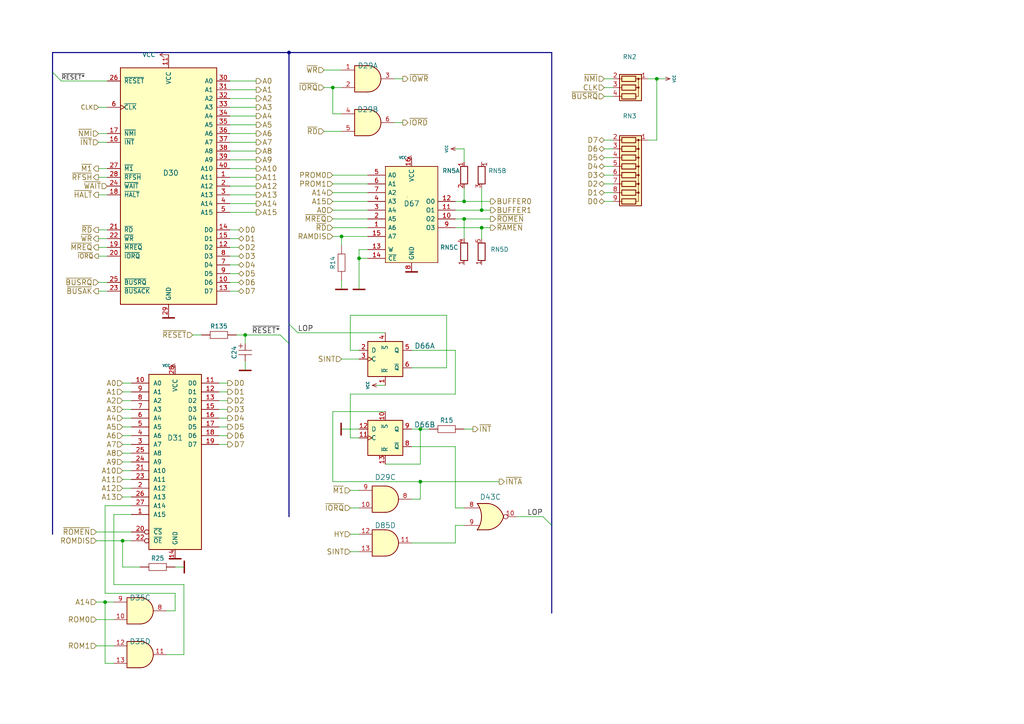
<source format=kicad_sch>
(kicad_sch (version 20211123) (generator eeschema)

  (uuid c9a40d5d-4fe7-4da0-89eb-466f8c6c321b)

  (paper "A4")

  (title_block
    (title "Aleste 520EX")
    (date "1994-01-04")
    (company "Patisonic")
    (comment 1 "Restored by Alexander Molodtsov")
    (comment 2 "Western version by Alessio Iodice")
    (comment 3 "Aleste 520EX")
  )

  (lib_symbols
    (symbol "74xx:74LS08" (pin_names (offset 1.016)) (in_bom yes) (on_board yes)
      (property "Reference" "U" (id 0) (at 0 1.27 0)
        (effects (font (size 1.27 1.27)))
      )
      (property "Value" "74LS08" (id 1) (at 0 -1.27 0)
        (effects (font (size 1.27 1.27)))
      )
      (property "Footprint" "" (id 2) (at 0 0 0)
        (effects (font (size 1.27 1.27)) hide)
      )
      (property "Datasheet" "http://www.ti.com/lit/gpn/sn74LS08" (id 3) (at 0 0 0)
        (effects (font (size 1.27 1.27)) hide)
      )
      (property "ki_locked" "" (id 4) (at 0 0 0)
        (effects (font (size 1.27 1.27)))
      )
      (property "ki_keywords" "TTL and2" (id 5) (at 0 0 0)
        (effects (font (size 1.27 1.27)) hide)
      )
      (property "ki_description" "Quad And2" (id 6) (at 0 0 0)
        (effects (font (size 1.27 1.27)) hide)
      )
      (property "ki_fp_filters" "DIP*W7.62mm*" (id 7) (at 0 0 0)
        (effects (font (size 1.27 1.27)) hide)
      )
      (symbol "74LS08_1_1"
        (arc (start 0 -3.81) (mid 3.81 0) (end 0 3.81)
          (stroke (width 0.254) (type default) (color 0 0 0 0))
          (fill (type background))
        )
        (polyline
          (pts
            (xy 0 3.81)
            (xy -3.81 3.81)
            (xy -3.81 -3.81)
            (xy 0 -3.81)
          )
          (stroke (width 0.254) (type default) (color 0 0 0 0))
          (fill (type background))
        )
        (pin input line (at -7.62 2.54 0) (length 3.81)
          (name "~" (effects (font (size 1.27 1.27))))
          (number "1" (effects (font (size 1.27 1.27))))
        )
        (pin input line (at -7.62 -2.54 0) (length 3.81)
          (name "~" (effects (font (size 1.27 1.27))))
          (number "2" (effects (font (size 1.27 1.27))))
        )
        (pin output line (at 7.62 0 180) (length 3.81)
          (name "~" (effects (font (size 1.27 1.27))))
          (number "3" (effects (font (size 1.27 1.27))))
        )
      )
      (symbol "74LS08_1_2"
        (arc (start -3.81 -3.81) (mid -2.589 0) (end -3.81 3.81)
          (stroke (width 0.254) (type default) (color 0 0 0 0))
          (fill (type none))
        )
        (arc (start -0.6096 -3.81) (mid 2.1842 -2.5851) (end 3.81 0)
          (stroke (width 0.254) (type default) (color 0 0 0 0))
          (fill (type background))
        )
        (polyline
          (pts
            (xy -3.81 -3.81)
            (xy -0.635 -3.81)
          )
          (stroke (width 0.254) (type default) (color 0 0 0 0))
          (fill (type background))
        )
        (polyline
          (pts
            (xy -3.81 3.81)
            (xy -0.635 3.81)
          )
          (stroke (width 0.254) (type default) (color 0 0 0 0))
          (fill (type background))
        )
        (polyline
          (pts
            (xy -0.635 3.81)
            (xy -3.81 3.81)
            (xy -3.81 3.81)
            (xy -3.556 3.4036)
            (xy -3.0226 2.2606)
            (xy -2.6924 1.0414)
            (xy -2.6162 -0.254)
            (xy -2.7686 -1.4986)
            (xy -3.175 -2.7178)
            (xy -3.81 -3.81)
            (xy -3.81 -3.81)
            (xy -0.635 -3.81)
          )
          (stroke (width -25.4) (type default) (color 0 0 0 0))
          (fill (type background))
        )
        (arc (start 3.81 0) (mid 2.1915 2.5936) (end -0.6096 3.81)
          (stroke (width 0.254) (type default) (color 0 0 0 0))
          (fill (type background))
        )
        (pin input inverted (at -7.62 2.54 0) (length 4.318)
          (name "~" (effects (font (size 1.27 1.27))))
          (number "1" (effects (font (size 1.27 1.27))))
        )
        (pin input inverted (at -7.62 -2.54 0) (length 4.318)
          (name "~" (effects (font (size 1.27 1.27))))
          (number "2" (effects (font (size 1.27 1.27))))
        )
        (pin output inverted (at 7.62 0 180) (length 3.81)
          (name "~" (effects (font (size 1.27 1.27))))
          (number "3" (effects (font (size 1.27 1.27))))
        )
      )
      (symbol "74LS08_2_1"
        (arc (start 0 -3.81) (mid 3.81 0) (end 0 3.81)
          (stroke (width 0.254) (type default) (color 0 0 0 0))
          (fill (type background))
        )
        (polyline
          (pts
            (xy 0 3.81)
            (xy -3.81 3.81)
            (xy -3.81 -3.81)
            (xy 0 -3.81)
          )
          (stroke (width 0.254) (type default) (color 0 0 0 0))
          (fill (type background))
        )
        (pin input line (at -7.62 2.54 0) (length 3.81)
          (name "~" (effects (font (size 1.27 1.27))))
          (number "4" (effects (font (size 1.27 1.27))))
        )
        (pin input line (at -7.62 -2.54 0) (length 3.81)
          (name "~" (effects (font (size 1.27 1.27))))
          (number "5" (effects (font (size 1.27 1.27))))
        )
        (pin output line (at 7.62 0 180) (length 3.81)
          (name "~" (effects (font (size 1.27 1.27))))
          (number "6" (effects (font (size 1.27 1.27))))
        )
      )
      (symbol "74LS08_2_2"
        (arc (start -3.81 -3.81) (mid -2.589 0) (end -3.81 3.81)
          (stroke (width 0.254) (type default) (color 0 0 0 0))
          (fill (type none))
        )
        (arc (start -0.6096 -3.81) (mid 2.1842 -2.5851) (end 3.81 0)
          (stroke (width 0.254) (type default) (color 0 0 0 0))
          (fill (type background))
        )
        (polyline
          (pts
            (xy -3.81 -3.81)
            (xy -0.635 -3.81)
          )
          (stroke (width 0.254) (type default) (color 0 0 0 0))
          (fill (type background))
        )
        (polyline
          (pts
            (xy -3.81 3.81)
            (xy -0.635 3.81)
          )
          (stroke (width 0.254) (type default) (color 0 0 0 0))
          (fill (type background))
        )
        (polyline
          (pts
            (xy -0.635 3.81)
            (xy -3.81 3.81)
            (xy -3.81 3.81)
            (xy -3.556 3.4036)
            (xy -3.0226 2.2606)
            (xy -2.6924 1.0414)
            (xy -2.6162 -0.254)
            (xy -2.7686 -1.4986)
            (xy -3.175 -2.7178)
            (xy -3.81 -3.81)
            (xy -3.81 -3.81)
            (xy -0.635 -3.81)
          )
          (stroke (width -25.4) (type default) (color 0 0 0 0))
          (fill (type background))
        )
        (arc (start 3.81 0) (mid 2.1915 2.5936) (end -0.6096 3.81)
          (stroke (width 0.254) (type default) (color 0 0 0 0))
          (fill (type background))
        )
        (pin input inverted (at -7.62 2.54 0) (length 4.318)
          (name "~" (effects (font (size 1.27 1.27))))
          (number "4" (effects (font (size 1.27 1.27))))
        )
        (pin input inverted (at -7.62 -2.54 0) (length 4.318)
          (name "~" (effects (font (size 1.27 1.27))))
          (number "5" (effects (font (size 1.27 1.27))))
        )
        (pin output inverted (at 7.62 0 180) (length 3.81)
          (name "~" (effects (font (size 1.27 1.27))))
          (number "6" (effects (font (size 1.27 1.27))))
        )
      )
      (symbol "74LS08_3_1"
        (arc (start 0 -3.81) (mid 3.81 0) (end 0 3.81)
          (stroke (width 0.254) (type default) (color 0 0 0 0))
          (fill (type background))
        )
        (polyline
          (pts
            (xy 0 3.81)
            (xy -3.81 3.81)
            (xy -3.81 -3.81)
            (xy 0 -3.81)
          )
          (stroke (width 0.254) (type default) (color 0 0 0 0))
          (fill (type background))
        )
        (pin input line (at -7.62 -2.54 0) (length 3.81)
          (name "~" (effects (font (size 1.27 1.27))))
          (number "10" (effects (font (size 1.27 1.27))))
        )
        (pin output line (at 7.62 0 180) (length 3.81)
          (name "~" (effects (font (size 1.27 1.27))))
          (number "8" (effects (font (size 1.27 1.27))))
        )
        (pin input line (at -7.62 2.54 0) (length 3.81)
          (name "~" (effects (font (size 1.27 1.27))))
          (number "9" (effects (font (size 1.27 1.27))))
        )
      )
      (symbol "74LS08_3_2"
        (arc (start -3.81 -3.81) (mid -2.589 0) (end -3.81 3.81)
          (stroke (width 0.254) (type default) (color 0 0 0 0))
          (fill (type none))
        )
        (arc (start -0.6096 -3.81) (mid 2.1842 -2.5851) (end 3.81 0)
          (stroke (width 0.254) (type default) (color 0 0 0 0))
          (fill (type background))
        )
        (polyline
          (pts
            (xy -3.81 -3.81)
            (xy -0.635 -3.81)
          )
          (stroke (width 0.254) (type default) (color 0 0 0 0))
          (fill (type background))
        )
        (polyline
          (pts
            (xy -3.81 3.81)
            (xy -0.635 3.81)
          )
          (stroke (width 0.254) (type default) (color 0 0 0 0))
          (fill (type background))
        )
        (polyline
          (pts
            (xy -0.635 3.81)
            (xy -3.81 3.81)
            (xy -3.81 3.81)
            (xy -3.556 3.4036)
            (xy -3.0226 2.2606)
            (xy -2.6924 1.0414)
            (xy -2.6162 -0.254)
            (xy -2.7686 -1.4986)
            (xy -3.175 -2.7178)
            (xy -3.81 -3.81)
            (xy -3.81 -3.81)
            (xy -0.635 -3.81)
          )
          (stroke (width -25.4) (type default) (color 0 0 0 0))
          (fill (type background))
        )
        (arc (start 3.81 0) (mid 2.1915 2.5936) (end -0.6096 3.81)
          (stroke (width 0.254) (type default) (color 0 0 0 0))
          (fill (type background))
        )
        (pin input inverted (at -7.62 -2.54 0) (length 4.318)
          (name "~" (effects (font (size 1.27 1.27))))
          (number "10" (effects (font (size 1.27 1.27))))
        )
        (pin output inverted (at 7.62 0 180) (length 3.81)
          (name "~" (effects (font (size 1.27 1.27))))
          (number "8" (effects (font (size 1.27 1.27))))
        )
        (pin input inverted (at -7.62 2.54 0) (length 4.318)
          (name "~" (effects (font (size 1.27 1.27))))
          (number "9" (effects (font (size 1.27 1.27))))
        )
      )
      (symbol "74LS08_4_1"
        (arc (start 0 -3.81) (mid 3.81 0) (end 0 3.81)
          (stroke (width 0.254) (type default) (color 0 0 0 0))
          (fill (type background))
        )
        (polyline
          (pts
            (xy 0 3.81)
            (xy -3.81 3.81)
            (xy -3.81 -3.81)
            (xy 0 -3.81)
          )
          (stroke (width 0.254) (type default) (color 0 0 0 0))
          (fill (type background))
        )
        (pin output line (at 7.62 0 180) (length 3.81)
          (name "~" (effects (font (size 1.27 1.27))))
          (number "11" (effects (font (size 1.27 1.27))))
        )
        (pin input line (at -7.62 2.54 0) (length 3.81)
          (name "~" (effects (font (size 1.27 1.27))))
          (number "12" (effects (font (size 1.27 1.27))))
        )
        (pin input line (at -7.62 -2.54 0) (length 3.81)
          (name "~" (effects (font (size 1.27 1.27))))
          (number "13" (effects (font (size 1.27 1.27))))
        )
      )
      (symbol "74LS08_4_2"
        (arc (start -3.81 -3.81) (mid -2.589 0) (end -3.81 3.81)
          (stroke (width 0.254) (type default) (color 0 0 0 0))
          (fill (type none))
        )
        (arc (start -0.6096 -3.81) (mid 2.1842 -2.5851) (end 3.81 0)
          (stroke (width 0.254) (type default) (color 0 0 0 0))
          (fill (type background))
        )
        (polyline
          (pts
            (xy -3.81 -3.81)
            (xy -0.635 -3.81)
          )
          (stroke (width 0.254) (type default) (color 0 0 0 0))
          (fill (type background))
        )
        (polyline
          (pts
            (xy -3.81 3.81)
            (xy -0.635 3.81)
          )
          (stroke (width 0.254) (type default) (color 0 0 0 0))
          (fill (type background))
        )
        (polyline
          (pts
            (xy -0.635 3.81)
            (xy -3.81 3.81)
            (xy -3.81 3.81)
            (xy -3.556 3.4036)
            (xy -3.0226 2.2606)
            (xy -2.6924 1.0414)
            (xy -2.6162 -0.254)
            (xy -2.7686 -1.4986)
            (xy -3.175 -2.7178)
            (xy -3.81 -3.81)
            (xy -3.81 -3.81)
            (xy -0.635 -3.81)
          )
          (stroke (width -25.4) (type default) (color 0 0 0 0))
          (fill (type background))
        )
        (arc (start 3.81 0) (mid 2.1915 2.5936) (end -0.6096 3.81)
          (stroke (width 0.254) (type default) (color 0 0 0 0))
          (fill (type background))
        )
        (pin output inverted (at 7.62 0 180) (length 3.81)
          (name "~" (effects (font (size 1.27 1.27))))
          (number "11" (effects (font (size 1.27 1.27))))
        )
        (pin input inverted (at -7.62 2.54 0) (length 4.318)
          (name "~" (effects (font (size 1.27 1.27))))
          (number "12" (effects (font (size 1.27 1.27))))
        )
        (pin input inverted (at -7.62 -2.54 0) (length 4.318)
          (name "~" (effects (font (size 1.27 1.27))))
          (number "13" (effects (font (size 1.27 1.27))))
        )
      )
      (symbol "74LS08_5_0"
        (pin power_in line (at 0 12.7 270) (length 5.08)
          (name "VCC" (effects (font (size 1.27 1.27))))
          (number "14" (effects (font (size 1.27 1.27))))
        )
        (pin power_in line (at 0 -12.7 90) (length 5.08)
          (name "GND" (effects (font (size 1.27 1.27))))
          (number "7" (effects (font (size 1.27 1.27))))
        )
      )
      (symbol "74LS08_5_1"
        (rectangle (start -5.08 7.62) (end 5.08 -7.62)
          (stroke (width 0.254) (type default) (color 0 0 0 0))
          (fill (type background))
        )
      )
    )
    (symbol "74xx:74LS33" (pin_names (offset 1.016)) (in_bom yes) (on_board yes)
      (property "Reference" "U" (id 0) (at 0 1.27 0)
        (effects (font (size 1.27 1.27)))
      )
      (property "Value" "74LS33" (id 1) (at 0 -1.27 0)
        (effects (font (size 1.27 1.27)))
      )
      (property "Footprint" "" (id 2) (at 0 0 0)
        (effects (font (size 1.27 1.27)) hide)
      )
      (property "Datasheet" "http://www.ti.com/lit/gpn/sn74LS33" (id 3) (at 0 0 0)
        (effects (font (size 1.27 1.27)) hide)
      )
      (property "ki_locked" "" (id 4) (at 0 0 0)
        (effects (font (size 1.27 1.27)))
      )
      (property "ki_keywords" "TTL Nor2 OpenColl" (id 5) (at 0 0 0)
        (effects (font (size 1.27 1.27)) hide)
      )
      (property "ki_description" "Quad 2-input NOR, Open collector" (id 6) (at 0 0 0)
        (effects (font (size 1.27 1.27)) hide)
      )
      (property "ki_fp_filters" "DIP*W7.62mm*" (id 7) (at 0 0 0)
        (effects (font (size 1.27 1.27)) hide)
      )
      (symbol "74LS33_1_1"
        (arc (start -3.81 -3.81) (mid -2.589 0) (end -3.81 3.81)
          (stroke (width 0.254) (type default) (color 0 0 0 0))
          (fill (type none))
        )
        (arc (start -0.6096 -3.81) (mid 2.1842 -2.5851) (end 3.81 0)
          (stroke (width 0.254) (type default) (color 0 0 0 0))
          (fill (type background))
        )
        (polyline
          (pts
            (xy -3.81 -3.81)
            (xy -0.635 -3.81)
          )
          (stroke (width 0.254) (type default) (color 0 0 0 0))
          (fill (type background))
        )
        (polyline
          (pts
            (xy -3.81 3.81)
            (xy -0.635 3.81)
          )
          (stroke (width 0.254) (type default) (color 0 0 0 0))
          (fill (type background))
        )
        (polyline
          (pts
            (xy -0.635 3.81)
            (xy -3.81 3.81)
            (xy -3.81 3.81)
            (xy -3.556 3.4036)
            (xy -3.0226 2.2606)
            (xy -2.6924 1.0414)
            (xy -2.6162 -0.254)
            (xy -2.7686 -1.4986)
            (xy -3.175 -2.7178)
            (xy -3.81 -3.81)
            (xy -3.81 -3.81)
            (xy -0.635 -3.81)
          )
          (stroke (width -25.4) (type default) (color 0 0 0 0))
          (fill (type background))
        )
        (arc (start 3.81 0) (mid 2.1915 2.5936) (end -0.6096 3.81)
          (stroke (width 0.254) (type default) (color 0 0 0 0))
          (fill (type background))
        )
        (pin open_collector inverted (at 7.62 0 180) (length 3.81)
          (name "~" (effects (font (size 1.27 1.27))))
          (number "1" (effects (font (size 1.27 1.27))))
        )
        (pin input line (at -7.62 2.54 0) (length 4.318)
          (name "~" (effects (font (size 1.27 1.27))))
          (number "2" (effects (font (size 1.27 1.27))))
        )
        (pin input line (at -7.62 -2.54 0) (length 4.318)
          (name "~" (effects (font (size 1.27 1.27))))
          (number "3" (effects (font (size 1.27 1.27))))
        )
      )
      (symbol "74LS33_1_2"
        (arc (start 0 -3.81) (mid 3.81 0) (end 0 3.81)
          (stroke (width 0.254) (type default) (color 0 0 0 0))
          (fill (type background))
        )
        (polyline
          (pts
            (xy 0 3.81)
            (xy -3.81 3.81)
            (xy -3.81 -3.81)
            (xy 0 -3.81)
          )
          (stroke (width 0.254) (type default) (color 0 0 0 0))
          (fill (type background))
        )
        (pin open_collector line (at 7.62 0 180) (length 3.81)
          (name "~" (effects (font (size 1.27 1.27))))
          (number "1" (effects (font (size 1.27 1.27))))
        )
        (pin input inverted (at -7.62 2.54 0) (length 3.81)
          (name "~" (effects (font (size 1.27 1.27))))
          (number "2" (effects (font (size 1.27 1.27))))
        )
        (pin input inverted (at -7.62 -2.54 0) (length 3.81)
          (name "~" (effects (font (size 1.27 1.27))))
          (number "3" (effects (font (size 1.27 1.27))))
        )
      )
      (symbol "74LS33_2_1"
        (arc (start -3.81 -3.81) (mid -2.589 0) (end -3.81 3.81)
          (stroke (width 0.254) (type default) (color 0 0 0 0))
          (fill (type none))
        )
        (arc (start -0.6096 -3.81) (mid 2.1842 -2.5851) (end 3.81 0)
          (stroke (width 0.254) (type default) (color 0 0 0 0))
          (fill (type background))
        )
        (polyline
          (pts
            (xy -3.81 -3.81)
            (xy -0.635 -3.81)
          )
          (stroke (width 0.254) (type default) (color 0 0 0 0))
          (fill (type background))
        )
        (polyline
          (pts
            (xy -3.81 3.81)
            (xy -0.635 3.81)
          )
          (stroke (width 0.254) (type default) (color 0 0 0 0))
          (fill (type background))
        )
        (polyline
          (pts
            (xy -0.635 3.81)
            (xy -3.81 3.81)
            (xy -3.81 3.81)
            (xy -3.556 3.4036)
            (xy -3.0226 2.2606)
            (xy -2.6924 1.0414)
            (xy -2.6162 -0.254)
            (xy -2.7686 -1.4986)
            (xy -3.175 -2.7178)
            (xy -3.81 -3.81)
            (xy -3.81 -3.81)
            (xy -0.635 -3.81)
          )
          (stroke (width -25.4) (type default) (color 0 0 0 0))
          (fill (type background))
        )
        (arc (start 3.81 0) (mid 2.1915 2.5936) (end -0.6096 3.81)
          (stroke (width 0.254) (type default) (color 0 0 0 0))
          (fill (type background))
        )
        (pin open_collector inverted (at 7.62 0 180) (length 3.81)
          (name "~" (effects (font (size 1.27 1.27))))
          (number "4" (effects (font (size 1.27 1.27))))
        )
        (pin input line (at -7.62 2.54 0) (length 4.318)
          (name "~" (effects (font (size 1.27 1.27))))
          (number "5" (effects (font (size 1.27 1.27))))
        )
        (pin input line (at -7.62 -2.54 0) (length 4.318)
          (name "~" (effects (font (size 1.27 1.27))))
          (number "6" (effects (font (size 1.27 1.27))))
        )
      )
      (symbol "74LS33_2_2"
        (arc (start 0 -3.81) (mid 3.81 0) (end 0 3.81)
          (stroke (width 0.254) (type default) (color 0 0 0 0))
          (fill (type background))
        )
        (polyline
          (pts
            (xy 0 3.81)
            (xy -3.81 3.81)
            (xy -3.81 -3.81)
            (xy 0 -3.81)
          )
          (stroke (width 0.254) (type default) (color 0 0 0 0))
          (fill (type background))
        )
        (pin open_collector line (at 7.62 0 180) (length 3.81)
          (name "~" (effects (font (size 1.27 1.27))))
          (number "4" (effects (font (size 1.27 1.27))))
        )
        (pin input inverted (at -7.62 2.54 0) (length 3.81)
          (name "~" (effects (font (size 1.27 1.27))))
          (number "5" (effects (font (size 1.27 1.27))))
        )
        (pin input inverted (at -7.62 -2.54 0) (length 3.81)
          (name "~" (effects (font (size 1.27 1.27))))
          (number "6" (effects (font (size 1.27 1.27))))
        )
      )
      (symbol "74LS33_3_1"
        (arc (start -3.81 -3.81) (mid -2.589 0) (end -3.81 3.81)
          (stroke (width 0.254) (type default) (color 0 0 0 0))
          (fill (type none))
        )
        (arc (start -0.6096 -3.81) (mid 2.1842 -2.5851) (end 3.81 0)
          (stroke (width 0.254) (type default) (color 0 0 0 0))
          (fill (type background))
        )
        (polyline
          (pts
            (xy -3.81 -3.81)
            (xy -0.635 -3.81)
          )
          (stroke (width 0.254) (type default) (color 0 0 0 0))
          (fill (type background))
        )
        (polyline
          (pts
            (xy -3.81 3.81)
            (xy -0.635 3.81)
          )
          (stroke (width 0.254) (type default) (color 0 0 0 0))
          (fill (type background))
        )
        (polyline
          (pts
            (xy -0.635 3.81)
            (xy -3.81 3.81)
            (xy -3.81 3.81)
            (xy -3.556 3.4036)
            (xy -3.0226 2.2606)
            (xy -2.6924 1.0414)
            (xy -2.6162 -0.254)
            (xy -2.7686 -1.4986)
            (xy -3.175 -2.7178)
            (xy -3.81 -3.81)
            (xy -3.81 -3.81)
            (xy -0.635 -3.81)
          )
          (stroke (width -25.4) (type default) (color 0 0 0 0))
          (fill (type background))
        )
        (arc (start 3.81 0) (mid 2.1915 2.5936) (end -0.6096 3.81)
          (stroke (width 0.254) (type default) (color 0 0 0 0))
          (fill (type background))
        )
        (pin open_collector inverted (at 7.62 0 180) (length 3.81)
          (name "~" (effects (font (size 1.27 1.27))))
          (number "10" (effects (font (size 1.27 1.27))))
        )
        (pin input line (at -7.62 2.54 0) (length 4.318)
          (name "~" (effects (font (size 1.27 1.27))))
          (number "8" (effects (font (size 1.27 1.27))))
        )
        (pin input line (at -7.62 -2.54 0) (length 4.318)
          (name "~" (effects (font (size 1.27 1.27))))
          (number "9" (effects (font (size 1.27 1.27))))
        )
      )
      (symbol "74LS33_3_2"
        (arc (start 0 -3.81) (mid 3.81 0) (end 0 3.81)
          (stroke (width 0.254) (type default) (color 0 0 0 0))
          (fill (type background))
        )
        (polyline
          (pts
            (xy 0 3.81)
            (xy -3.81 3.81)
            (xy -3.81 -3.81)
            (xy 0 -3.81)
          )
          (stroke (width 0.254) (type default) (color 0 0 0 0))
          (fill (type background))
        )
        (pin open_collector line (at 7.62 0 180) (length 3.81)
          (name "~" (effects (font (size 1.27 1.27))))
          (number "10" (effects (font (size 1.27 1.27))))
        )
        (pin input inverted (at -7.62 2.54 0) (length 3.81)
          (name "~" (effects (font (size 1.27 1.27))))
          (number "8" (effects (font (size 1.27 1.27))))
        )
        (pin input inverted (at -7.62 -2.54 0) (length 3.81)
          (name "~" (effects (font (size 1.27 1.27))))
          (number "9" (effects (font (size 1.27 1.27))))
        )
      )
      (symbol "74LS33_4_1"
        (arc (start -3.81 -3.81) (mid -2.589 0) (end -3.81 3.81)
          (stroke (width 0.254) (type default) (color 0 0 0 0))
          (fill (type none))
        )
        (arc (start -0.6096 -3.81) (mid 2.1842 -2.5851) (end 3.81 0)
          (stroke (width 0.254) (type default) (color 0 0 0 0))
          (fill (type background))
        )
        (polyline
          (pts
            (xy -3.81 -3.81)
            (xy -0.635 -3.81)
          )
          (stroke (width 0.254) (type default) (color 0 0 0 0))
          (fill (type background))
        )
        (polyline
          (pts
            (xy -3.81 3.81)
            (xy -0.635 3.81)
          )
          (stroke (width 0.254) (type default) (color 0 0 0 0))
          (fill (type background))
        )
        (polyline
          (pts
            (xy -0.635 3.81)
            (xy -3.81 3.81)
            (xy -3.81 3.81)
            (xy -3.556 3.4036)
            (xy -3.0226 2.2606)
            (xy -2.6924 1.0414)
            (xy -2.6162 -0.254)
            (xy -2.7686 -1.4986)
            (xy -3.175 -2.7178)
            (xy -3.81 -3.81)
            (xy -3.81 -3.81)
            (xy -0.635 -3.81)
          )
          (stroke (width -25.4) (type default) (color 0 0 0 0))
          (fill (type background))
        )
        (arc (start 3.81 0) (mid 2.1915 2.5936) (end -0.6096 3.81)
          (stroke (width 0.254) (type default) (color 0 0 0 0))
          (fill (type background))
        )
        (pin input line (at -7.62 2.54 0) (length 4.318)
          (name "~" (effects (font (size 1.27 1.27))))
          (number "11" (effects (font (size 1.27 1.27))))
        )
        (pin input line (at -7.62 -2.54 0) (length 4.318)
          (name "~" (effects (font (size 1.27 1.27))))
          (number "12" (effects (font (size 1.27 1.27))))
        )
        (pin open_collector inverted (at 7.62 0 180) (length 3.81)
          (name "~" (effects (font (size 1.27 1.27))))
          (number "13" (effects (font (size 1.27 1.27))))
        )
      )
      (symbol "74LS33_4_2"
        (arc (start 0 -3.81) (mid 3.81 0) (end 0 3.81)
          (stroke (width 0.254) (type default) (color 0 0 0 0))
          (fill (type background))
        )
        (polyline
          (pts
            (xy 0 3.81)
            (xy -3.81 3.81)
            (xy -3.81 -3.81)
            (xy 0 -3.81)
          )
          (stroke (width 0.254) (type default) (color 0 0 0 0))
          (fill (type background))
        )
        (pin input inverted (at -7.62 2.54 0) (length 3.81)
          (name "~" (effects (font (size 1.27 1.27))))
          (number "11" (effects (font (size 1.27 1.27))))
        )
        (pin input inverted (at -7.62 -2.54 0) (length 3.81)
          (name "~" (effects (font (size 1.27 1.27))))
          (number "12" (effects (font (size 1.27 1.27))))
        )
        (pin open_collector line (at 7.62 0 180) (length 3.81)
          (name "~" (effects (font (size 1.27 1.27))))
          (number "13" (effects (font (size 1.27 1.27))))
        )
      )
      (symbol "74LS33_5_0"
        (pin power_in line (at 0 12.7 270) (length 5.08)
          (name "VCC" (effects (font (size 1.27 1.27))))
          (number "14" (effects (font (size 1.27 1.27))))
        )
        (pin power_in line (at 0 -12.7 90) (length 5.08)
          (name "GND" (effects (font (size 1.27 1.27))))
          (number "7" (effects (font (size 1.27 1.27))))
        )
      )
      (symbol "74LS33_5_1"
        (rectangle (start -5.08 7.62) (end 5.08 -7.62)
          (stroke (width 0.254) (type default) (color 0 0 0 0))
          (fill (type background))
        )
      )
    )
    (symbol "74xx:74LS74" (pin_names (offset 1.016)) (in_bom yes) (on_board yes)
      (property "Reference" "U" (id 0) (at -7.62 8.89 0)
        (effects (font (size 1.27 1.27)))
      )
      (property "Value" "74LS74" (id 1) (at -7.62 -8.89 0)
        (effects (font (size 1.27 1.27)))
      )
      (property "Footprint" "" (id 2) (at 0 0 0)
        (effects (font (size 1.27 1.27)) hide)
      )
      (property "Datasheet" "74xx/74hc_hct74.pdf" (id 3) (at 0 0 0)
        (effects (font (size 1.27 1.27)) hide)
      )
      (property "ki_locked" "" (id 4) (at 0 0 0)
        (effects (font (size 1.27 1.27)))
      )
      (property "ki_keywords" "TTL DFF" (id 5) (at 0 0 0)
        (effects (font (size 1.27 1.27)) hide)
      )
      (property "ki_description" "Dual D Flip-flop, Set & Reset" (id 6) (at 0 0 0)
        (effects (font (size 1.27 1.27)) hide)
      )
      (property "ki_fp_filters" "DIP*W7.62mm*" (id 7) (at 0 0 0)
        (effects (font (size 1.27 1.27)) hide)
      )
      (symbol "74LS74_1_0"
        (pin input line (at 0 -7.62 90) (length 2.54)
          (name "~{R}" (effects (font (size 1.27 1.27))))
          (number "1" (effects (font (size 1.27 1.27))))
        )
        (pin input line (at -7.62 2.54 0) (length 2.54)
          (name "D" (effects (font (size 1.27 1.27))))
          (number "2" (effects (font (size 1.27 1.27))))
        )
        (pin input clock (at -7.62 0 0) (length 2.54)
          (name "C" (effects (font (size 1.27 1.27))))
          (number "3" (effects (font (size 1.27 1.27))))
        )
        (pin input line (at 0 7.62 270) (length 2.54)
          (name "~{S}" (effects (font (size 1.27 1.27))))
          (number "4" (effects (font (size 1.27 1.27))))
        )
        (pin output line (at 7.62 2.54 180) (length 2.54)
          (name "Q" (effects (font (size 1.27 1.27))))
          (number "5" (effects (font (size 1.27 1.27))))
        )
        (pin output line (at 7.62 -2.54 180) (length 2.54)
          (name "~{Q}" (effects (font (size 1.27 1.27))))
          (number "6" (effects (font (size 1.27 1.27))))
        )
      )
      (symbol "74LS74_1_1"
        (rectangle (start -5.08 5.08) (end 5.08 -5.08)
          (stroke (width 0.254) (type default) (color 0 0 0 0))
          (fill (type background))
        )
      )
      (symbol "74LS74_2_0"
        (pin input line (at 0 7.62 270) (length 2.54)
          (name "~{S}" (effects (font (size 1.27 1.27))))
          (number "10" (effects (font (size 1.27 1.27))))
        )
        (pin input clock (at -7.62 0 0) (length 2.54)
          (name "C" (effects (font (size 1.27 1.27))))
          (number "11" (effects (font (size 1.27 1.27))))
        )
        (pin input line (at -7.62 2.54 0) (length 2.54)
          (name "D" (effects (font (size 1.27 1.27))))
          (number "12" (effects (font (size 1.27 1.27))))
        )
        (pin input line (at 0 -7.62 90) (length 2.54)
          (name "~{R}" (effects (font (size 1.27 1.27))))
          (number "13" (effects (font (size 1.27 1.27))))
        )
        (pin output line (at 7.62 -2.54 180) (length 2.54)
          (name "~{Q}" (effects (font (size 1.27 1.27))))
          (number "8" (effects (font (size 1.27 1.27))))
        )
        (pin output line (at 7.62 2.54 180) (length 2.54)
          (name "Q" (effects (font (size 1.27 1.27))))
          (number "9" (effects (font (size 1.27 1.27))))
        )
      )
      (symbol "74LS74_2_1"
        (rectangle (start -5.08 5.08) (end 5.08 -5.08)
          (stroke (width 0.254) (type default) (color 0 0 0 0))
          (fill (type background))
        )
      )
      (symbol "74LS74_3_0"
        (pin power_in line (at 0 10.16 270) (length 2.54)
          (name "VCC" (effects (font (size 1.27 1.27))))
          (number "14" (effects (font (size 1.27 1.27))))
        )
        (pin power_in line (at 0 -10.16 90) (length 2.54)
          (name "GND" (effects (font (size 1.27 1.27))))
          (number "7" (effects (font (size 1.27 1.27))))
        )
      )
      (symbol "74LS74_3_1"
        (rectangle (start -5.08 7.62) (end 5.08 -7.62)
          (stroke (width 0.254) (type default) (color 0 0 0 0))
          (fill (type background))
        )
      )
    )
    (symbol "CPU:Z80CPU" (pin_names (offset 1.016)) (in_bom yes) (on_board yes)
      (property "Reference" "U" (id 0) (at -13.97 35.56 0)
        (effects (font (size 1.27 1.27)) (justify left))
      )
      (property "Value" "Z80CPU" (id 1) (at 6.35 35.56 0)
        (effects (font (size 1.27 1.27)) (justify left))
      )
      (property "Footprint" "" (id 2) (at 0 10.16 0)
        (effects (font (size 1.27 1.27)) hide)
      )
      (property "Datasheet" "www.zilog.com/manage_directlink.php?filepath=docs/z80/um0080" (id 3) (at 0 10.16 0)
        (effects (font (size 1.27 1.27)) hide)
      )
      (property "ki_keywords" "Z80 CPU uP" (id 4) (at 0 0 0)
        (effects (font (size 1.27 1.27)) hide)
      )
      (property "ki_description" "8-bit General Purpose Microprocessor, DIP-40" (id 5) (at 0 0 0)
        (effects (font (size 1.27 1.27)) hide)
      )
      (property "ki_fp_filters" "DIP* PDIP*" (id 6) (at 0 0 0)
        (effects (font (size 1.27 1.27)) hide)
      )
      (symbol "Z80CPU_0_1"
        (rectangle (start -13.97 34.29) (end 13.97 -34.29)
          (stroke (width 0.254) (type default) (color 0 0 0 0))
          (fill (type background))
        )
      )
      (symbol "Z80CPU_1_1"
        (pin output line (at 17.78 2.54 180) (length 3.81)
          (name "A11" (effects (font (size 1.27 1.27))))
          (number "1" (effects (font (size 1.27 1.27))))
        )
        (pin bidirectional line (at 17.78 -27.94 180) (length 3.81)
          (name "D6" (effects (font (size 1.27 1.27))))
          (number "10" (effects (font (size 1.27 1.27))))
        )
        (pin power_in line (at 0 38.1 270) (length 3.81)
          (name "VCC" (effects (font (size 1.27 1.27))))
          (number "11" (effects (font (size 1.27 1.27))))
        )
        (pin bidirectional line (at 17.78 -17.78 180) (length 3.81)
          (name "D2" (effects (font (size 1.27 1.27))))
          (number "12" (effects (font (size 1.27 1.27))))
        )
        (pin bidirectional line (at 17.78 -30.48 180) (length 3.81)
          (name "D7" (effects (font (size 1.27 1.27))))
          (number "13" (effects (font (size 1.27 1.27))))
        )
        (pin bidirectional line (at 17.78 -12.7 180) (length 3.81)
          (name "D0" (effects (font (size 1.27 1.27))))
          (number "14" (effects (font (size 1.27 1.27))))
        )
        (pin bidirectional line (at 17.78 -15.24 180) (length 3.81)
          (name "D1" (effects (font (size 1.27 1.27))))
          (number "15" (effects (font (size 1.27 1.27))))
        )
        (pin input line (at -17.78 12.7 0) (length 3.81)
          (name "~{INT}" (effects (font (size 1.27 1.27))))
          (number "16" (effects (font (size 1.27 1.27))))
        )
        (pin input line (at -17.78 15.24 0) (length 3.81)
          (name "~{NMI}" (effects (font (size 1.27 1.27))))
          (number "17" (effects (font (size 1.27 1.27))))
        )
        (pin output line (at -17.78 -2.54 0) (length 3.81)
          (name "~{HALT}" (effects (font (size 1.27 1.27))))
          (number "18" (effects (font (size 1.27 1.27))))
        )
        (pin output line (at -17.78 -17.78 0) (length 3.81)
          (name "~{MREQ}" (effects (font (size 1.27 1.27))))
          (number "19" (effects (font (size 1.27 1.27))))
        )
        (pin output line (at 17.78 0 180) (length 3.81)
          (name "A12" (effects (font (size 1.27 1.27))))
          (number "2" (effects (font (size 1.27 1.27))))
        )
        (pin output line (at -17.78 -20.32 0) (length 3.81)
          (name "~{IORQ}" (effects (font (size 1.27 1.27))))
          (number "20" (effects (font (size 1.27 1.27))))
        )
        (pin output line (at -17.78 -12.7 0) (length 3.81)
          (name "~{RD}" (effects (font (size 1.27 1.27))))
          (number "21" (effects (font (size 1.27 1.27))))
        )
        (pin output line (at -17.78 -15.24 0) (length 3.81)
          (name "~{WR}" (effects (font (size 1.27 1.27))))
          (number "22" (effects (font (size 1.27 1.27))))
        )
        (pin output line (at -17.78 -30.48 0) (length 3.81)
          (name "~{BUSACK}" (effects (font (size 1.27 1.27))))
          (number "23" (effects (font (size 1.27 1.27))))
        )
        (pin input line (at -17.78 0 0) (length 3.81)
          (name "~{WAIT}" (effects (font (size 1.27 1.27))))
          (number "24" (effects (font (size 1.27 1.27))))
        )
        (pin input line (at -17.78 -27.94 0) (length 3.81)
          (name "~{BUSRQ}" (effects (font (size 1.27 1.27))))
          (number "25" (effects (font (size 1.27 1.27))))
        )
        (pin input line (at -17.78 30.48 0) (length 3.81)
          (name "~{RESET}" (effects (font (size 1.27 1.27))))
          (number "26" (effects (font (size 1.27 1.27))))
        )
        (pin output line (at -17.78 5.08 0) (length 3.81)
          (name "~{M1}" (effects (font (size 1.27 1.27))))
          (number "27" (effects (font (size 1.27 1.27))))
        )
        (pin output line (at -17.78 2.54 0) (length 3.81)
          (name "~{RFSH}" (effects (font (size 1.27 1.27))))
          (number "28" (effects (font (size 1.27 1.27))))
        )
        (pin power_in line (at 0 -38.1 90) (length 3.81)
          (name "GND" (effects (font (size 1.27 1.27))))
          (number "29" (effects (font (size 1.27 1.27))))
        )
        (pin output line (at 17.78 -2.54 180) (length 3.81)
          (name "A13" (effects (font (size 1.27 1.27))))
          (number "3" (effects (font (size 1.27 1.27))))
        )
        (pin output line (at 17.78 30.48 180) (length 3.81)
          (name "A0" (effects (font (size 1.27 1.27))))
          (number "30" (effects (font (size 1.27 1.27))))
        )
        (pin output line (at 17.78 27.94 180) (length 3.81)
          (name "A1" (effects (font (size 1.27 1.27))))
          (number "31" (effects (font (size 1.27 1.27))))
        )
        (pin output line (at 17.78 25.4 180) (length 3.81)
          (name "A2" (effects (font (size 1.27 1.27))))
          (number "32" (effects (font (size 1.27 1.27))))
        )
        (pin output line (at 17.78 22.86 180) (length 3.81)
          (name "A3" (effects (font (size 1.27 1.27))))
          (number "33" (effects (font (size 1.27 1.27))))
        )
        (pin output line (at 17.78 20.32 180) (length 3.81)
          (name "A4" (effects (font (size 1.27 1.27))))
          (number "34" (effects (font (size 1.27 1.27))))
        )
        (pin output line (at 17.78 17.78 180) (length 3.81)
          (name "A5" (effects (font (size 1.27 1.27))))
          (number "35" (effects (font (size 1.27 1.27))))
        )
        (pin output line (at 17.78 15.24 180) (length 3.81)
          (name "A6" (effects (font (size 1.27 1.27))))
          (number "36" (effects (font (size 1.27 1.27))))
        )
        (pin output line (at 17.78 12.7 180) (length 3.81)
          (name "A7" (effects (font (size 1.27 1.27))))
          (number "37" (effects (font (size 1.27 1.27))))
        )
        (pin output line (at 17.78 10.16 180) (length 3.81)
          (name "A8" (effects (font (size 1.27 1.27))))
          (number "38" (effects (font (size 1.27 1.27))))
        )
        (pin output line (at 17.78 7.62 180) (length 3.81)
          (name "A9" (effects (font (size 1.27 1.27))))
          (number "39" (effects (font (size 1.27 1.27))))
        )
        (pin output line (at 17.78 -5.08 180) (length 3.81)
          (name "A14" (effects (font (size 1.27 1.27))))
          (number "4" (effects (font (size 1.27 1.27))))
        )
        (pin output line (at 17.78 5.08 180) (length 3.81)
          (name "A10" (effects (font (size 1.27 1.27))))
          (number "40" (effects (font (size 1.27 1.27))))
        )
        (pin output line (at 17.78 -7.62 180) (length 3.81)
          (name "A15" (effects (font (size 1.27 1.27))))
          (number "5" (effects (font (size 1.27 1.27))))
        )
        (pin input clock (at -17.78 22.86 0) (length 3.81)
          (name "~{CLK}" (effects (font (size 1.27 1.27))))
          (number "6" (effects (font (size 1.27 1.27))))
        )
        (pin bidirectional line (at 17.78 -22.86 180) (length 3.81)
          (name "D4" (effects (font (size 1.27 1.27))))
          (number "7" (effects (font (size 1.27 1.27))))
        )
        (pin bidirectional line (at 17.78 -20.32 180) (length 3.81)
          (name "D3" (effects (font (size 1.27 1.27))))
          (number "8" (effects (font (size 1.27 1.27))))
        )
        (pin bidirectional line (at 17.78 -25.4 180) (length 3.81)
          (name "D5" (effects (font (size 1.27 1.27))))
          (number "9" (effects (font (size 1.27 1.27))))
        )
      )
    )
    (symbol "Common_Alessio:27512" (pin_names (offset 1.27)) (in_bom yes) (on_board yes)
      (property "Reference" "D" (id 0) (at 0 -24.13 0)
        (effects (font (size 1.524 1.524)))
      )
      (property "Value" "27512" (id 1) (at 0 -27.94 0)
        (effects (font (size 1.27 1.27)))
      )
      (property "Footprint" "" (id 2) (at -53.34 -5.08 0)
        (effects (font (size 1.524 1.524)))
      )
      (property "Datasheet" "" (id 3) (at -53.34 -5.08 0)
        (effects (font (size 1.524 1.524)))
      )
      (property "ki_fp_filters" "DIP-28*" (id 4) (at 0 0 0)
        (effects (font (size 1.27 1.27)) hide)
      )
      (symbol "27512_0_0"
        (pin input line (at -12.7 -35.56 0) (length 5.08)
          (name "A12" (effects (font (size 1.27 1.27))))
          (number "2" (effects (font (size 1.27 1.27))))
        )
        (pin input line (at -12.7 -30.48 0) (length 5.08)
          (name "A10" (effects (font (size 1.27 1.27))))
          (number "21" (effects (font (size 1.27 1.27))))
        )
        (pin input line (at -12.7 -33.02 0) (length 5.08)
          (name "A11" (effects (font (size 1.27 1.27))))
          (number "23" (effects (font (size 1.27 1.27))))
        )
        (pin input line (at -12.7 -27.94 0) (length 5.08)
          (name "A9" (effects (font (size 1.27 1.27))))
          (number "24" (effects (font (size 1.27 1.27))))
        )
        (pin input line (at -12.7 -25.4 0) (length 5.08)
          (name "A8" (effects (font (size 1.27 1.27))))
          (number "25" (effects (font (size 1.27 1.27))))
        )
      )
      (symbol "27512_1_0"
        (pin input line (at -12.7 -43.18 0) (length 5.08)
          (name "A15" (effects (font (size 1.27 1.27))))
          (number "1" (effects (font (size 1.27 1.27))))
        )
        (pin input line (at -12.7 -5.08 0) (length 5.08)
          (name "A0" (effects (font (size 1.27 1.27))))
          (number "10" (effects (font (size 1.27 1.27))))
        )
        (pin output line (at 12.7 -5.08 180) (length 5.08)
          (name "D0" (effects (font (size 1.27 1.27))))
          (number "11" (effects (font (size 1.27 1.27))))
        )
        (pin output line (at 12.7 -7.62 180) (length 5.08)
          (name "D1" (effects (font (size 1.27 1.27))))
          (number "12" (effects (font (size 1.27 1.27))))
        )
        (pin output line (at 12.7 -10.16 180) (length 5.08)
          (name "D2" (effects (font (size 1.27 1.27))))
          (number "13" (effects (font (size 1.27 1.27))))
        )
        (pin output line (at 12.7 -12.7 180) (length 5.08)
          (name "D3" (effects (font (size 1.27 1.27))))
          (number "15" (effects (font (size 1.27 1.27))))
        )
        (pin output line (at 12.7 -15.24 180) (length 5.08)
          (name "D4" (effects (font (size 1.27 1.27))))
          (number "16" (effects (font (size 1.27 1.27))))
        )
        (pin output line (at 12.7 -17.78 180) (length 5.08)
          (name "D5" (effects (font (size 1.27 1.27))))
          (number "17" (effects (font (size 1.27 1.27))))
        )
        (pin output line (at 12.7 -20.32 180) (length 5.08)
          (name "D6" (effects (font (size 1.27 1.27))))
          (number "18" (effects (font (size 1.27 1.27))))
        )
        (pin output line (at 12.7 -22.86 180) (length 5.08)
          (name "D7" (effects (font (size 1.27 1.27))))
          (number "19" (effects (font (size 1.27 1.27))))
        )
        (pin input line (at -12.7 -38.1 0) (length 5.08)
          (name "A13" (effects (font (size 1.27 1.27))))
          (number "26" (effects (font (size 1.27 1.27))))
        )
        (pin input line (at -12.7 -40.64 0) (length 5.08)
          (name "A14" (effects (font (size 1.27 1.27))))
          (number "27" (effects (font (size 1.27 1.27))))
        )
        (pin input line (at -12.7 -22.86 0) (length 5.08)
          (name "A7" (effects (font (size 1.27 1.27))))
          (number "3" (effects (font (size 1.27 1.27))))
        )
        (pin input line (at -12.7 -20.32 0) (length 5.08)
          (name "A6" (effects (font (size 1.27 1.27))))
          (number "4" (effects (font (size 1.27 1.27))))
        )
        (pin input line (at -12.7 -17.78 0) (length 5.08)
          (name "A5" (effects (font (size 1.27 1.27))))
          (number "5" (effects (font (size 1.27 1.27))))
        )
        (pin input line (at -12.7 -15.24 0) (length 5.08)
          (name "A4" (effects (font (size 1.27 1.27))))
          (number "6" (effects (font (size 1.27 1.27))))
        )
        (pin input line (at -12.7 -12.7 0) (length 5.08)
          (name "A3" (effects (font (size 1.27 1.27))))
          (number "7" (effects (font (size 1.27 1.27))))
        )
        (pin input line (at -12.7 -10.16 0) (length 5.08)
          (name "A2" (effects (font (size 1.27 1.27))))
          (number "8" (effects (font (size 1.27 1.27))))
        )
        (pin input line (at -12.7 -7.62 0) (length 5.08)
          (name "A1" (effects (font (size 1.27 1.27))))
          (number "9" (effects (font (size 1.27 1.27))))
        )
      )
      (symbol "27512_1_1"
        (rectangle (start -7.62 -2.54) (end 7.62 -53.34)
          (stroke (width 0.254) (type default) (color 0 0 0 0))
          (fill (type background))
        )
        (pin power_in line (at 0 -55.88 90) (length 2.54)
          (name "GND" (effects (font (size 1.27 1.27))))
          (number "14" (effects (font (size 1.27 1.27))))
        )
        (pin input inverted (at -12.7 -48.26 0) (length 5.08)
          (name "~{CS}" (effects (font (size 1.27 1.27))))
          (number "20" (effects (font (size 1.27 1.27))))
        )
        (pin input inverted (at -12.7 -50.8 0) (length 5.08)
          (name "~{OE}" (effects (font (size 1.27 1.27))))
          (number "22" (effects (font (size 1.27 1.27))))
        )
        (pin power_in line (at 0 0 270) (length 2.54)
          (name "VCC" (effects (font (size 1.27 1.27))))
          (number "28" (effects (font (size 1.27 1.27))))
        )
      )
    )
    (symbol "Common_Alessio:AM27S20" (pin_names (offset 0.762)) (in_bom yes) (on_board yes)
      (property "Reference" "D" (id 0) (at 11.43 -7.62 0)
        (effects (font (size 1.27 1.27)) (justify left))
      )
      (property "Value" "AM27S20" (id 1) (at 7.62 -19.05 0)
        (effects (font (size 1.27 1.27)) (justify left))
      )
      (property "Footprint" "DIP1724W40P254L2800H390Q16N" (id 2) (at 19.05 10.16 0)
        (effects (font (size 1.27 1.27)) (justify left) hide)
      )
      (property "Datasheet" "https://4donline.ihs.com/images/VipMasterIC/IC/AMDI/AMDIS01905/AMDIS01905-1.pdf?hkey=EF798316E3902B6ED9A73243A3159BB0" (id 3) (at 19.05 7.62 0)
        (effects (font (size 1.27 1.27)) (justify left) hide)
      )
      (property "Description" "PROM 256X4 OC" (id 4) (at 19.05 5.08 0)
        (effects (font (size 1.27 1.27)) (justify left) hide)
      )
      (property "Height" "3.9" (id 5) (at 38.1 5.08 0)
        (effects (font (size 1.27 1.27)) (justify left) hide)
      )
      (property "Manufacturer_Name" "AMD" (id 6) (at 43.18 5.08 0)
        (effects (font (size 1.27 1.27)) (justify left) hide)
      )
      (property "Manufacturer_Part_Number" "AM27S20" (id 7) (at 49.53 5.08 0)
        (effects (font (size 1.27 1.27)) (justify left) hide)
      )
      (property "Mouser Part Number" "" (id 8) (at 21.59 -10.16 0)
        (effects (font (size 1.27 1.27)) (justify left) hide)
      )
      (property "Mouser Price/Stock" "" (id 9) (at 21.59 -12.7 0)
        (effects (font (size 1.27 1.27)) (justify left) hide)
      )
      (property "Arrow Part Number" "" (id 10) (at 21.59 -15.24 0)
        (effects (font (size 1.27 1.27)) (justify left) hide)
      )
      (property "Arrow Price/Stock" "" (id 11) (at 21.59 -17.78 0)
        (effects (font (size 1.27 1.27)) (justify left) hide)
      )
      (symbol "AM27S20_0_0"
        (pin input line (at 0 -15.24 0) (length 5.08)
          (name "A6" (effects (font (size 1.27 1.27))))
          (number "1" (effects (font (size 1.27 1.27))))
        )
        (pin open_collector line (at 25.4 -12.7 180) (length 5.08)
          (name "O2" (effects (font (size 1.27 1.27))))
          (number "10" (effects (font (size 1.27 1.27))))
        )
        (pin open_collector line (at 25.4 -10.16 180) (length 5.08)
          (name "O1" (effects (font (size 1.27 1.27))))
          (number "11" (effects (font (size 1.27 1.27))))
        )
        (pin open_collector line (at 25.4 -7.62 180) (length 5.08)
          (name "O0" (effects (font (size 1.27 1.27))))
          (number "12" (effects (font (size 1.27 1.27))))
        )
        (pin output line (at 0 -21.59 0) (length 5.08)
          (name "W" (effects (font (size 1.27 1.27))))
          (number "13" (effects (font (size 1.27 1.27))))
        )
        (pin output line (at 0 -24.13 0) (length 5.08)
          (name "~{CE}" (effects (font (size 1.27 1.27))))
          (number "14" (effects (font (size 1.27 1.27))))
        )
        (pin input line (at 0 -17.78 0) (length 5.08)
          (name "A7" (effects (font (size 1.27 1.27))))
          (number "15" (effects (font (size 1.27 1.27))))
        )
        (pin power_in line (at 12.7 5.08 270) (length 2.5)
          (name "VCC" (effects (font (size 1.27 1.27))))
          (number "16" (effects (font (size 1.27 1.27))))
        )
        (pin input line (at 0 -12.7 0) (length 5.08)
          (name "A5" (effects (font (size 1.27 1.27))))
          (number "2" (effects (font (size 1.27 1.27))))
        )
        (pin input line (at 0 -10.16 0) (length 5.08)
          (name "A4" (effects (font (size 1.27 1.27))))
          (number "3" (effects (font (size 1.27 1.27))))
        )
        (pin input line (at 0 -7.62 0) (length 5.08)
          (name "A3" (effects (font (size 1.27 1.27))))
          (number "4" (effects (font (size 1.27 1.27))))
        )
        (pin input line (at 0 0 0) (length 5.08)
          (name "A0" (effects (font (size 1.27 1.27))))
          (number "5" (effects (font (size 1.27 1.27))))
        )
        (pin input line (at 0 -2.54 0) (length 5.08)
          (name "A1" (effects (font (size 1.27 1.27))))
          (number "6" (effects (font (size 1.27 1.27))))
        )
        (pin input line (at 0 -5.08 0) (length 5.08)
          (name "A2" (effects (font (size 1.27 1.27))))
          (number "7" (effects (font (size 1.27 1.27))))
        )
        (pin power_in line (at 12.7 -27.94 90) (length 2.5)
          (name "GND" (effects (font (size 1.27 1.27))))
          (number "8" (effects (font (size 1.27 1.27))))
        )
        (pin open_collector line (at 25.4 -15.24 180) (length 5.08)
          (name "O3" (effects (font (size 1.27 1.27))))
          (number "9" (effects (font (size 1.27 1.27))))
        )
      )
      (symbol "AM27S20_0_1"
        (rectangle (start 5.08 2.54) (end 20.32 -25.4)
          (stroke (width 0) (type default) (color 0 0 0 0))
          (fill (type none))
        )
        (rectangle (start 5.08 2.54) (end 20.32 -25.4)
          (stroke (width 0) (type default) (color 0 0 0 0))
          (fill (type background))
        )
        (rectangle (start 11.43 -6.35) (end 11.43 -6.35)
          (stroke (width 0) (type default) (color 0 0 0 0))
          (fill (type none))
        )
      )
    )
    (symbol "Device:R_Network03" (pin_names (offset 0) hide) (in_bom yes) (on_board yes)
      (property "Reference" "RN" (id 0) (at -5.08 0 90)
        (effects (font (size 1.27 1.27)))
      )
      (property "Value" "R_Network03" (id 1) (at 5.08 0 90)
        (effects (font (size 1.27 1.27)))
      )
      (property "Footprint" "Resistor_THT:R_Array_SIP4" (id 2) (at 6.985 0 90)
        (effects (font (size 1.27 1.27)) hide)
      )
      (property "Datasheet" "http://www.vishay.com/docs/31509/csc.pdf" (id 3) (at 0 0 0)
        (effects (font (size 1.27 1.27)) hide)
      )
      (property "ki_keywords" "R network star-topology" (id 4) (at 0 0 0)
        (effects (font (size 1.27 1.27)) hide)
      )
      (property "ki_description" "3 resistor network, star topology, bussed resistors, small symbol" (id 5) (at 0 0 0)
        (effects (font (size 1.27 1.27)) hide)
      )
      (property "ki_fp_filters" "R?Array?SIP*" (id 6) (at 0 0 0)
        (effects (font (size 1.27 1.27)) hide)
      )
      (symbol "R_Network03_0_1"
        (rectangle (start -3.81 -3.175) (end 3.81 3.175)
          (stroke (width 0.254) (type default) (color 0 0 0 0))
          (fill (type background))
        )
        (rectangle (start -3.302 1.524) (end -1.778 -2.54)
          (stroke (width 0.254) (type default) (color 0 0 0 0))
          (fill (type none))
        )
        (circle (center -2.54 2.286) (radius 0.254)
          (stroke (width 0) (type default) (color 0 0 0 0))
          (fill (type outline))
        )
        (rectangle (start -0.762 1.524) (end 0.762 -2.54)
          (stroke (width 0.254) (type default) (color 0 0 0 0))
          (fill (type none))
        )
        (polyline
          (pts
            (xy -2.54 -2.54)
            (xy -2.54 -3.81)
          )
          (stroke (width 0) (type default) (color 0 0 0 0))
          (fill (type none))
        )
        (polyline
          (pts
            (xy 0 -2.54)
            (xy 0 -3.81)
          )
          (stroke (width 0) (type default) (color 0 0 0 0))
          (fill (type none))
        )
        (polyline
          (pts
            (xy 2.54 -2.54)
            (xy 2.54 -3.81)
          )
          (stroke (width 0) (type default) (color 0 0 0 0))
          (fill (type none))
        )
        (polyline
          (pts
            (xy -2.54 1.524)
            (xy -2.54 2.286)
            (xy 0 2.286)
            (xy 0 1.524)
          )
          (stroke (width 0) (type default) (color 0 0 0 0))
          (fill (type none))
        )
        (polyline
          (pts
            (xy 0 1.524)
            (xy 0 2.286)
            (xy 2.54 2.286)
            (xy 2.54 1.524)
          )
          (stroke (width 0) (type default) (color 0 0 0 0))
          (fill (type none))
        )
        (circle (center 0 2.286) (radius 0.254)
          (stroke (width 0) (type default) (color 0 0 0 0))
          (fill (type outline))
        )
        (rectangle (start 1.778 1.524) (end 3.302 -2.54)
          (stroke (width 0.254) (type default) (color 0 0 0 0))
          (fill (type none))
        )
      )
      (symbol "R_Network03_1_1"
        (pin passive line (at -2.54 5.08 270) (length 2.54)
          (name "common" (effects (font (size 1.27 1.27))))
          (number "1" (effects (font (size 1.27 1.27))))
        )
        (pin passive line (at -2.54 -5.08 90) (length 1.27)
          (name "R1" (effects (font (size 1.27 1.27))))
          (number "2" (effects (font (size 1.27 1.27))))
        )
        (pin passive line (at 0 -5.08 90) (length 1.27)
          (name "R2" (effects (font (size 1.27 1.27))))
          (number "3" (effects (font (size 1.27 1.27))))
        )
        (pin passive line (at 2.54 -5.08 90) (length 1.27)
          (name "R3" (effects (font (size 1.27 1.27))))
          (number "4" (effects (font (size 1.27 1.27))))
        )
      )
    )
    (symbol "Device:R_Network04_Split" (pin_names (offset 0) hide) (in_bom yes) (on_board yes)
      (property "Reference" "RN" (id 0) (at 2.032 0 90)
        (effects (font (size 1.27 1.27)))
      )
      (property "Value" "R_Network04_Split" (id 1) (at 0 0 90)
        (effects (font (size 1.27 1.27)))
      )
      (property "Footprint" "Resistor_THT:R_Array_SIP5" (id 2) (at -2.032 0 90)
        (effects (font (size 1.27 1.27)) hide)
      )
      (property "Datasheet" "http://www.vishay.com/docs/31509/csc.pdf" (id 3) (at 0 0 0)
        (effects (font (size 1.27 1.27)) hide)
      )
      (property "ki_keywords" "R network star-topology" (id 4) (at 0 0 0)
        (effects (font (size 1.27 1.27)) hide)
      )
      (property "ki_description" "4 resistor network, star topology, bussed resistors, split" (id 5) (at 0 0 0)
        (effects (font (size 1.27 1.27)) hide)
      )
      (property "ki_fp_filters" "R?Array?SIP*" (id 6) (at 0 0 0)
        (effects (font (size 1.27 1.27)) hide)
      )
      (symbol "R_Network04_Split_0_1"
        (rectangle (start 1.016 2.54) (end -1.016 -2.54)
          (stroke (width 0.254) (type default) (color 0 0 0 0))
          (fill (type none))
        )
      )
      (symbol "R_Network04_Split_1_1"
        (pin passive line (at 0 3.81 270) (length 1.27)
          (name "R1.1" (effects (font (size 1.27 1.27))))
          (number "1" (effects (font (size 1.27 1.27))))
        )
        (pin passive line (at 0 -3.81 90) (length 1.27)
          (name "R1.2" (effects (font (size 1.27 1.27))))
          (number "2" (effects (font (size 1.27 1.27))))
        )
      )
      (symbol "R_Network04_Split_2_1"
        (polyline
          (pts
            (xy 0 2.54)
            (xy 0 3.81)
          )
          (stroke (width 0) (type default) (color 0 0 0 0))
          (fill (type none))
        )
        (text "1" (at 0.889 3.175 900)
          (effects (font (size 1.27 1.27)))
        )
        (pin passive line (at 0 -3.81 90) (length 1.27)
          (name "R2.2" (effects (font (size 1.27 1.27))))
          (number "3" (effects (font (size 1.27 1.27))))
        )
      )
      (symbol "R_Network04_Split_3_1"
        (polyline
          (pts
            (xy 0 2.54)
            (xy 0 3.81)
          )
          (stroke (width 0) (type default) (color 0 0 0 0))
          (fill (type none))
        )
        (text "1" (at 0.889 3.175 900)
          (effects (font (size 1.27 1.27)))
        )
        (pin passive line (at 0 -3.81 90) (length 1.27)
          (name "R3.2" (effects (font (size 1.27 1.27))))
          (number "4" (effects (font (size 1.27 1.27))))
        )
      )
      (symbol "R_Network04_Split_4_1"
        (polyline
          (pts
            (xy 0 2.54)
            (xy 0 3.81)
          )
          (stroke (width 0) (type default) (color 0 0 0 0))
          (fill (type none))
        )
        (text "1" (at 0.889 3.175 900)
          (effects (font (size 1.27 1.27)))
        )
        (pin passive line (at 0 -3.81 90) (length 1.27)
          (name "R4.2" (effects (font (size 1.27 1.27))))
          (number "5" (effects (font (size 1.27 1.27))))
        )
      )
    )
    (symbol "Device:R_Network08" (pin_names (offset 0) hide) (in_bom yes) (on_board yes)
      (property "Reference" "RN" (id 0) (at -12.7 0 90)
        (effects (font (size 1.27 1.27)))
      )
      (property "Value" "R_Network08" (id 1) (at 10.16 0 90)
        (effects (font (size 1.27 1.27)))
      )
      (property "Footprint" "Resistor_THT:R_Array_SIP9" (id 2) (at 12.065 0 90)
        (effects (font (size 1.27 1.27)) hide)
      )
      (property "Datasheet" "http://www.vishay.com/docs/31509/csc.pdf" (id 3) (at 0 0 0)
        (effects (font (size 1.27 1.27)) hide)
      )
      (property "ki_keywords" "R network star-topology" (id 4) (at 0 0 0)
        (effects (font (size 1.27 1.27)) hide)
      )
      (property "ki_description" "8 resistor network, star topology, bussed resistors, small symbol" (id 5) (at 0 0 0)
        (effects (font (size 1.27 1.27)) hide)
      )
      (property "ki_fp_filters" "R?Array?SIP*" (id 6) (at 0 0 0)
        (effects (font (size 1.27 1.27)) hide)
      )
      (symbol "R_Network08_0_1"
        (rectangle (start -11.43 -3.175) (end 8.89 3.175)
          (stroke (width 0.254) (type default) (color 0 0 0 0))
          (fill (type background))
        )
        (rectangle (start -10.922 1.524) (end -9.398 -2.54)
          (stroke (width 0.254) (type default) (color 0 0 0 0))
          (fill (type none))
        )
        (circle (center -10.16 2.286) (radius 0.254)
          (stroke (width 0) (type default) (color 0 0 0 0))
          (fill (type outline))
        )
        (rectangle (start -8.382 1.524) (end -6.858 -2.54)
          (stroke (width 0.254) (type default) (color 0 0 0 0))
          (fill (type none))
        )
        (circle (center -7.62 2.286) (radius 0.254)
          (stroke (width 0) (type default) (color 0 0 0 0))
          (fill (type outline))
        )
        (rectangle (start -5.842 1.524) (end -4.318 -2.54)
          (stroke (width 0.254) (type default) (color 0 0 0 0))
          (fill (type none))
        )
        (circle (center -5.08 2.286) (radius 0.254)
          (stroke (width 0) (type default) (color 0 0 0 0))
          (fill (type outline))
        )
        (rectangle (start -3.302 1.524) (end -1.778 -2.54)
          (stroke (width 0.254) (type default) (color 0 0 0 0))
          (fill (type none))
        )
        (circle (center -2.54 2.286) (radius 0.254)
          (stroke (width 0) (type default) (color 0 0 0 0))
          (fill (type outline))
        )
        (rectangle (start -0.762 1.524) (end 0.762 -2.54)
          (stroke (width 0.254) (type default) (color 0 0 0 0))
          (fill (type none))
        )
        (polyline
          (pts
            (xy -10.16 -2.54)
            (xy -10.16 -3.81)
          )
          (stroke (width 0) (type default) (color 0 0 0 0))
          (fill (type none))
        )
        (polyline
          (pts
            (xy -7.62 -2.54)
            (xy -7.62 -3.81)
          )
          (stroke (width 0) (type default) (color 0 0 0 0))
          (fill (type none))
        )
        (polyline
          (pts
            (xy -5.08 -2.54)
            (xy -5.08 -3.81)
          )
          (stroke (width 0) (type default) (color 0 0 0 0))
          (fill (type none))
        )
        (polyline
          (pts
            (xy -2.54 -2.54)
            (xy -2.54 -3.81)
          )
          (stroke (width 0) (type default) (color 0 0 0 0))
          (fill (type none))
        )
        (polyline
          (pts
            (xy 0 -2.54)
            (xy 0 -3.81)
          )
          (stroke (width 0) (type default) (color 0 0 0 0))
          (fill (type none))
        )
        (polyline
          (pts
            (xy 2.54 -2.54)
            (xy 2.54 -3.81)
          )
          (stroke (width 0) (type default) (color 0 0 0 0))
          (fill (type none))
        )
        (polyline
          (pts
            (xy 5.08 -2.54)
            (xy 5.08 -3.81)
          )
          (stroke (width 0) (type default) (color 0 0 0 0))
          (fill (type none))
        )
        (polyline
          (pts
            (xy 7.62 -2.54)
            (xy 7.62 -3.81)
          )
          (stroke (width 0) (type default) (color 0 0 0 0))
          (fill (type none))
        )
        (polyline
          (pts
            (xy -10.16 1.524)
            (xy -10.16 2.286)
            (xy -7.62 2.286)
            (xy -7.62 1.524)
          )
          (stroke (width 0) (type default) (color 0 0 0 0))
          (fill (type none))
        )
        (polyline
          (pts
            (xy -7.62 1.524)
            (xy -7.62 2.286)
            (xy -5.08 2.286)
            (xy -5.08 1.524)
          )
          (stroke (width 0) (type default) (color 0 0 0 0))
          (fill (type none))
        )
        (polyline
          (pts
            (xy -5.08 1.524)
            (xy -5.08 2.286)
            (xy -2.54 2.286)
            (xy -2.54 1.524)
          )
          (stroke (width 0) (type default) (color 0 0 0 0))
          (fill (type none))
        )
        (polyline
          (pts
            (xy -2.54 1.524)
            (xy -2.54 2.286)
            (xy 0 2.286)
            (xy 0 1.524)
          )
          (stroke (width 0) (type default) (color 0 0 0 0))
          (fill (type none))
        )
        (polyline
          (pts
            (xy 0 1.524)
            (xy 0 2.286)
            (xy 2.54 2.286)
            (xy 2.54 1.524)
          )
          (stroke (width 0) (type default) (color 0 0 0 0))
          (fill (type none))
        )
        (polyline
          (pts
            (xy 2.54 1.524)
            (xy 2.54 2.286)
            (xy 5.08 2.286)
            (xy 5.08 1.524)
          )
          (stroke (width 0) (type default) (color 0 0 0 0))
          (fill (type none))
        )
        (polyline
          (pts
            (xy 5.08 1.524)
            (xy 5.08 2.286)
            (xy 7.62 2.286)
            (xy 7.62 1.524)
          )
          (stroke (width 0) (type default) (color 0 0 0 0))
          (fill (type none))
        )
        (circle (center 0 2.286) (radius 0.254)
          (stroke (width 0) (type default) (color 0 0 0 0))
          (fill (type outline))
        )
        (rectangle (start 1.778 1.524) (end 3.302 -2.54)
          (stroke (width 0.254) (type default) (color 0 0 0 0))
          (fill (type none))
        )
        (circle (center 2.54 2.286) (radius 0.254)
          (stroke (width 0) (type default) (color 0 0 0 0))
          (fill (type outline))
        )
        (rectangle (start 4.318 1.524) (end 5.842 -2.54)
          (stroke (width 0.254) (type default) (color 0 0 0 0))
          (fill (type none))
        )
        (circle (center 5.08 2.286) (radius 0.254)
          (stroke (width 0) (type default) (color 0 0 0 0))
          (fill (type outline))
        )
        (rectangle (start 6.858 1.524) (end 8.382 -2.54)
          (stroke (width 0.254) (type default) (color 0 0 0 0))
          (fill (type none))
        )
      )
      (symbol "R_Network08_1_1"
        (pin passive line (at -10.16 5.08 270) (length 2.54)
          (name "common" (effects (font (size 1.27 1.27))))
          (number "1" (effects (font (size 1.27 1.27))))
        )
        (pin passive line (at -10.16 -5.08 90) (length 1.27)
          (name "R1" (effects (font (size 1.27 1.27))))
          (number "2" (effects (font (size 1.27 1.27))))
        )
        (pin passive line (at -7.62 -5.08 90) (length 1.27)
          (name "R2" (effects (font (size 1.27 1.27))))
          (number "3" (effects (font (size 1.27 1.27))))
        )
        (pin passive line (at -5.08 -5.08 90) (length 1.27)
          (name "R3" (effects (font (size 1.27 1.27))))
          (number "4" (effects (font (size 1.27 1.27))))
        )
        (pin passive line (at -2.54 -5.08 90) (length 1.27)
          (name "R4" (effects (font (size 1.27 1.27))))
          (number "5" (effects (font (size 1.27 1.27))))
        )
        (pin passive line (at 0 -5.08 90) (length 1.27)
          (name "R5" (effects (font (size 1.27 1.27))))
          (number "6" (effects (font (size 1.27 1.27))))
        )
        (pin passive line (at 2.54 -5.08 90) (length 1.27)
          (name "R6" (effects (font (size 1.27 1.27))))
          (number "7" (effects (font (size 1.27 1.27))))
        )
        (pin passive line (at 5.08 -5.08 90) (length 1.27)
          (name "R7" (effects (font (size 1.27 1.27))))
          (number "8" (effects (font (size 1.27 1.27))))
        )
        (pin passive line (at 7.62 -5.08 90) (length 1.27)
          (name "R8" (effects (font (size 1.27 1.27))))
          (number "9" (effects (font (size 1.27 1.27))))
        )
      )
    )
    (symbol "aleste-rescue:CAPP" (pin_numbers hide) (pin_names (offset 0.0254) hide) (in_bom yes) (on_board yes)
      (property "Reference" "C" (id 0) (at 0 3.175 0)
        (effects (font (size 1.27 1.27)))
      )
      (property "Value" "CAPP" (id 1) (at 0 -3.175 0)
        (effects (font (size 1.27 1.27)))
      )
      (property "Footprint" "" (id 2) (at 0 -1.27 0)
        (effects (font (size 1.524 1.524)))
      )
      (property "Datasheet" "" (id 3) (at 0 -1.27 0)
        (effects (font (size 1.524 1.524)))
      )
      (symbol "CAPP_0_0"
        (polyline
          (pts
            (xy -1.905 1.905)
            (xy -1.905 0.635)
          )
          (stroke (width 0) (type default) (color 0 0 0 0))
          (fill (type none))
        )
        (polyline
          (pts
            (xy -1.27 1.27)
            (xy -2.54 1.27)
          )
          (stroke (width 0) (type default) (color 0 0 0 0))
          (fill (type none))
        )
        (polyline
          (pts
            (xy -0.635 1.905)
            (xy -0.635 -1.905)
          )
          (stroke (width 0) (type default) (color 0 0 0 0))
          (fill (type none))
        )
        (polyline
          (pts
            (xy 0.635 1.905)
            (xy 0.635 -1.905)
          )
          (stroke (width 0) (type default) (color 0 0 0 0))
          (fill (type none))
        )
      )
      (symbol "CAPP_1_0"
        (pin passive line (at -2.54 0 0) (length 1.905)
          (name "~" (effects (font (size 1.27 1.27))))
          (number "1" (effects (font (size 1.27 1.27))))
        )
        (pin passive line (at 2.54 0 180) (length 1.905)
          (name "~" (effects (font (size 1.27 1.27))))
          (number "2" (effects (font (size 1.27 1.27))))
        )
      )
    )
    (symbol "aleste-rescue:GND" (power) (pin_names (offset 0)) (in_bom yes) (on_board yes)
      (property "Reference" "#PWR" (id 0) (at 0 0 0)
        (effects (font (size 0.762 0.762)) hide)
      )
      (property "Value" "GND" (id 1) (at 0 -1.778 0)
        (effects (font (size 0.762 0.762)) hide)
      )
      (property "Footprint" "" (id 2) (at 0 0 0)
        (effects (font (size 1.524 1.524)))
      )
      (property "Datasheet" "" (id 3) (at 0 0 0)
        (effects (font (size 1.524 1.524)))
      )
      (symbol "GND_0_1"
        (rectangle (start -1.778 -0.254) (end 1.778 0)
          (stroke (width 0) (type default) (color 0 0 0 0))
          (fill (type outline))
        )
      )
      (symbol "GND_1_1"
        (pin power_in line (at 0 0 90) (length 0) hide
          (name "GND" (effects (font (size 0.762 0.762))))
          (number "1" (effects (font (size 0.762 0.762))))
        )
      )
    )
    (symbol "aleste-rescue:RES" (pin_numbers hide) (pin_names (offset 0.0254) hide) (in_bom yes) (on_board yes)
      (property "Reference" "R" (id 0) (at 0 2.54 0)
        (effects (font (size 1.27 1.27)))
      )
      (property "Value" "RES" (id 1) (at 0 -2.54 0)
        (effects (font (size 1.27 1.27)))
      )
      (property "Footprint" "" (id 2) (at 0 -1.27 0)
        (effects (font (size 1.524 1.524)))
      )
      (property "Datasheet" "" (id 3) (at 0 -1.27 0)
        (effects (font (size 1.524 1.524)))
      )
      (symbol "RES_0_1"
        (rectangle (start -2.54 1.016) (end 2.54 -1.016)
          (stroke (width 0) (type default) (color 0 0 0 0))
          (fill (type none))
        )
      )
      (symbol "RES_1_0"
        (pin passive line (at -5.08 0 0) (length 2.54)
          (name "~" (effects (font (size 1.27 1.27))))
          (number "1" (effects (font (size 1.27 1.27))))
        )
        (pin passive line (at 5.08 0 180) (length 2.54)
          (name "~" (effects (font (size 1.27 1.27))))
          (number "2" (effects (font (size 1.27 1.27))))
        )
      )
    )
    (symbol "aleste-rescue:VCC" (power) (pin_names (offset 0)) (in_bom yes) (on_board yes)
      (property "Reference" "#PWR" (id 0) (at 0 0 0)
        (effects (font (size 0.762 0.762)) hide)
      )
      (property "Value" "VCC" (id 1) (at 0 1.905 0)
        (effects (font (size 0.762 0.762)))
      )
      (property "Footprint" "" (id 2) (at 0 0 0)
        (effects (font (size 1.524 1.524)))
      )
      (property "Datasheet" "" (id 3) (at 0 0 0)
        (effects (font (size 1.524 1.524)))
      )
      (symbol "VCC_0_0"
        (polyline
          (pts
            (xy 0 1.27)
            (xy 0 0)
          )
          (stroke (width 0) (type default) (color 0 0 0 0))
          (fill (type none))
        )
        (polyline
          (pts
            (xy -0.508 0)
            (xy 0 1.27)
            (xy 0.508 0)
          )
          (stroke (width 0) (type default) (color 0 0 0 0))
          (fill (type none))
        )
      )
      (symbol "VCC_1_1"
        (pin power_in line (at 0 0 90) (length 0) hide
          (name "VCC" (effects (font (size 0.762 0.762))))
          (number "1" (effects (font (size 0.762 0.762))))
        )
      )
    )
    (symbol "power:VCC" (power) (pin_names (offset 0)) (in_bom yes) (on_board yes)
      (property "Reference" "#PWR" (id 0) (at 0 -3.81 0)
        (effects (font (size 1.27 1.27)) hide)
      )
      (property "Value" "VCC" (id 1) (at 0 3.81 0)
        (effects (font (size 1.27 1.27)))
      )
      (property "Footprint" "" (id 2) (at 0 0 0)
        (effects (font (size 1.27 1.27)) hide)
      )
      (property "Datasheet" "" (id 3) (at 0 0 0)
        (effects (font (size 1.27 1.27)) hide)
      )
      (property "ki_keywords" "power-flag" (id 4) (at 0 0 0)
        (effects (font (size 1.27 1.27)) hide)
      )
      (property "ki_description" "Power symbol creates a global label with name \"VCC\"" (id 5) (at 0 0 0)
        (effects (font (size 1.27 1.27)) hide)
      )
      (symbol "VCC_0_1"
        (polyline
          (pts
            (xy -0.762 1.27)
            (xy 0 2.54)
          )
          (stroke (width 0) (type default) (color 0 0 0 0))
          (fill (type none))
        )
        (polyline
          (pts
            (xy 0 0)
            (xy 0 2.54)
          )
          (stroke (width 0) (type default) (color 0 0 0 0))
          (fill (type none))
        )
        (polyline
          (pts
            (xy 0 2.54)
            (xy 0.762 1.27)
          )
          (stroke (width 0) (type default) (color 0 0 0 0))
          (fill (type none))
        )
      )
      (symbol "VCC_1_1"
        (pin power_in line (at 0 0 90) (length 0) hide
          (name "VCC" (effects (font (size 1.27 1.27))))
          (number "1" (effects (font (size 1.27 1.27))))
        )
      )
    )
  )


  (junction (at 104.14 74.93) (diameter 0) (color 0 0 0 0)
    (uuid 03d934e7-9b2e-4810-88c5-ef6663f21592)
  )
  (junction (at 190.5 22.86) (diameter 0) (color 0 0 0 0)
    (uuid 18697639-9a90-4ac0-a791-ee1caf0fa848)
  )
  (junction (at 134.62 63.5) (diameter 0) (color 0 0 0 0)
    (uuid 52eb69d9-05dd-4db7-bb13-e7fdbccb6632)
  )
  (junction (at 99.06 68.58) (diameter 0) (color 0 0 0 0)
    (uuid 5839a4ee-743d-44ba-92fc-43f59394a1eb)
  )
  (junction (at 121.92 124.46) (diameter 0) (color 0 0 0 0)
    (uuid 6810fb50-aa4f-474e-8cfe-5f05ae146778)
  )
  (junction (at 83.82 15.24) (diameter 0) (color 0 0 0 0)
    (uuid 6af35652-0e16-4381-a427-a1695c0cf6fa)
  )
  (junction (at 139.7 66.04) (diameter 0) (color 0 0 0 0)
    (uuid 7243eb0d-2759-4180-82f4-00ea24b88636)
  )
  (junction (at 35.56 156.845) (diameter 0) (color 0 0 0 0)
    (uuid 7d09a68e-643b-46b5-bca3-b94cb9bccd70)
  )
  (junction (at 121.92 139.7) (diameter 0) (color 0 0 0 0)
    (uuid 7da8efaf-d0d3-4bd4-ace3-f78d8c4be5ba)
  )
  (junction (at 134.62 58.42) (diameter 0) (color 0 0 0 0)
    (uuid 9d701cfb-72eb-49e5-b06c-a0a537ec2982)
  )
  (junction (at 96.52 25.4) (diameter 0) (color 0 0 0 0)
    (uuid 9f32a78e-0b59-4846-9068-4909840a34ae)
  )
  (junction (at 139.7 60.96) (diameter 0) (color 0 0 0 0)
    (uuid af4e75cb-f57a-498b-96ee-2c98b294b4f1)
  )
  (junction (at 71.12 97.155) (diameter 0) (color 0 0 0 0)
    (uuid d1dfa0d9-6085-48b0-8c67-e7d0c2f5ffb4)
  )
  (junction (at 30.48 174.625) (diameter 0) (color 0 0 0 0)
    (uuid ef713b99-a065-4785-b210-c40ca91aa9ad)
  )

  (bus_entry (at 83.82 93.98) (size 2.54 2.54)
    (stroke (width 0) (type default) (color 0 0 0 0))
    (uuid 141d55e7-f9fa-486e-a08c-0c5785aa9581)
  )
  (bus_entry (at 81.28 97.155) (size 2.54 2.54)
    (stroke (width 0) (type default) (color 0 0 0 0))
    (uuid 7af2029e-2b92-4284-9c35-cc656514173c)
  )
  (bus_entry (at 15.24 20.955) (size 2.54 2.54)
    (stroke (width 0) (type default) (color 0 0 0 0))
    (uuid a3f3a018-6a6b-4914-95d4-b6f25692820f)
  )
  (bus_entry (at 157.48 149.86) (size 2.54 2.54)
    (stroke (width 0) (type default) (color 0 0 0 0))
    (uuid b910f5a9-203b-4617-b055-34ba181d7395)
  )

  (wire (pts (xy 50.8 177.165) (xy 50.8 172.085))
    (stroke (width 0) (type default) (color 0 0 0 0))
    (uuid 01478f52-711e-460d-9130-927d9df325cb)
  )
  (wire (pts (xy 66.04 121.285) (xy 63.5 121.285))
    (stroke (width 0) (type default) (color 0 0 0 0))
    (uuid 024cc201-4a12-4ae8-bfab-38147f08c82b)
  )
  (wire (pts (xy 74.295 51.435) (xy 66.675 51.435))
    (stroke (width 0) (type default) (color 0 0 0 0))
    (uuid 035e0cf3-8ba7-4e18-8dd3-f8e636f1c886)
  )
  (wire (pts (xy 96.52 25.4) (xy 99.06 25.4))
    (stroke (width 0) (type default) (color 0 0 0 0))
    (uuid 0390a5c3-68eb-4a5e-b3e6-0adbd262e64d)
  )
  (wire (pts (xy 96.52 139.7) (xy 121.92 139.7))
    (stroke (width 0) (type default) (color 0 0 0 0))
    (uuid 049a81eb-a1e0-4ed0-b066-8d01132f517e)
  )
  (wire (pts (xy 132.08 66.04) (xy 139.7 66.04))
    (stroke (width 0) (type default) (color 0 0 0 0))
    (uuid 04ecc5b9-1245-4cd5-a81b-6d27476f97b6)
  )
  (wire (pts (xy 96.52 33.02) (xy 96.52 25.4))
    (stroke (width 0) (type default) (color 0 0 0 0))
    (uuid 064a14d4-7625-4c17-9926-3bc8bef61c95)
  )
  (wire (pts (xy 74.295 36.195) (xy 66.675 36.195))
    (stroke (width 0) (type default) (color 0 0 0 0))
    (uuid 096afd04-538e-4b21-921b-0720cfc0fc33)
  )
  (wire (pts (xy 96.52 55.88) (xy 106.68 55.88))
    (stroke (width 0) (type default) (color 0 0 0 0))
    (uuid 09ee1140-4c75-47e3-aead-8d07ca2decb8)
  )
  (wire (pts (xy 31.115 71.755) (xy 28.575 71.755))
    (stroke (width 0) (type default) (color 0 0 0 0))
    (uuid 1108f7d7-1300-4e64-9d0c-b460edb02c0e)
  )
  (wire (pts (xy 109.22 111.76) (xy 111.76 111.76))
    (stroke (width 0) (type default) (color 0 0 0 0))
    (uuid 117b8cf8-9cfc-4fcf-807b-fcc5fb20a42c)
  )
  (wire (pts (xy 74.295 59.055) (xy 66.675 59.055))
    (stroke (width 0) (type default) (color 0 0 0 0))
    (uuid 12b06950-23c0-46a3-97b4-485917511191)
  )
  (wire (pts (xy 99.06 124.46) (xy 104.14 124.46))
    (stroke (width 0) (type default) (color 0 0 0 0))
    (uuid 13f30964-a0e5-4b66-a3b0-82966c8576ce)
  )
  (wire (pts (xy 53.34 169.545) (xy 53.34 189.865))
    (stroke (width 0) (type default) (color 0 0 0 0))
    (uuid 142e2cf6-b82f-4007-9894-377d26b8ab0d)
  )
  (wire (pts (xy 175.26 48.26) (xy 177.8 48.26))
    (stroke (width 0) (type default) (color 0 0 0 0))
    (uuid 186840cf-843d-4197-a5a3-2b691d4effe0)
  )
  (wire (pts (xy 121.92 144.78) (xy 121.92 139.7))
    (stroke (width 0) (type default) (color 0 0 0 0))
    (uuid 18772a97-fc71-460d-b717-9449db055c90)
  )
  (wire (pts (xy 99.06 33.02) (xy 96.52 33.02))
    (stroke (width 0) (type default) (color 0 0 0 0))
    (uuid 18918f47-bbcf-470e-91e3-9d9829868ca1)
  )
  (wire (pts (xy 96.52 63.5) (xy 106.68 63.5))
    (stroke (width 0) (type default) (color 0 0 0 0))
    (uuid 1962e27a-f25d-407c-98fc-1bbfd329b44d)
  )
  (wire (pts (xy 74.295 33.655) (xy 66.675 33.655))
    (stroke (width 0) (type default) (color 0 0 0 0))
    (uuid 1bc36098-a67a-43e9-af34-67229b47b5d8)
  )
  (wire (pts (xy 50.8 164.465) (xy 53.34 164.465))
    (stroke (width 0) (type default) (color 0 0 0 0))
    (uuid 1c44338c-b9a1-4269-978f-e8fd90211a46)
  )
  (bus (pts (xy 83.82 99.695) (xy 83.82 93.98))
    (stroke (width 0) (type default) (color 0 0 0 0))
    (uuid 2077675b-4d65-4bd8-b725-f0fef34da527)
  )

  (wire (pts (xy 31.115 38.735) (xy 28.575 38.735))
    (stroke (width 0) (type default) (color 0 0 0 0))
    (uuid 22f315f8-0151-4d27-8242-3486735e4932)
  )
  (wire (pts (xy 175.26 58.42) (xy 177.8 58.42))
    (stroke (width 0) (type default) (color 0 0 0 0))
    (uuid 2305365a-384d-4841-a4e8-f478a9219b13)
  )
  (wire (pts (xy 71.12 97.155) (xy 71.12 99.695))
    (stroke (width 0) (type default) (color 0 0 0 0))
    (uuid 23714fc1-59db-4500-9d38-af86ea69fe3f)
  )
  (wire (pts (xy 48.26 177.165) (xy 50.8 177.165))
    (stroke (width 0) (type default) (color 0 0 0 0))
    (uuid 28221cea-e5dd-4443-909d-f89dc42a5054)
  )
  (wire (pts (xy 132.08 152.4) (xy 134.62 152.4))
    (stroke (width 0) (type default) (color 0 0 0 0))
    (uuid 2be23707-43d6-4159-94ab-fc7f4974c9b7)
  )
  (wire (pts (xy 132.08 58.42) (xy 134.62 58.42))
    (stroke (width 0) (type default) (color 0 0 0 0))
    (uuid 2dd0add1-9a95-4b8c-a47a-bb7c827bbb1c)
  )
  (wire (pts (xy 27.94 156.845) (xy 35.56 156.845))
    (stroke (width 0) (type default) (color 0 0 0 0))
    (uuid 2ff466f2-a10f-4d30-86d0-258970718dd1)
  )
  (wire (pts (xy 74.295 38.735) (xy 66.675 38.735))
    (stroke (width 0) (type default) (color 0 0 0 0))
    (uuid 309e2839-3c95-45df-b7ac-fa723f3d94a2)
  )
  (bus (pts (xy 83.82 15.24) (xy 160.02 15.24))
    (stroke (width 0) (type default) (color 0 0 0 0))
    (uuid 31712439-facd-4376-9b1a-4f0ab276f421)
  )

  (wire (pts (xy 35.56 133.985) (xy 38.1 133.985))
    (stroke (width 0) (type default) (color 0 0 0 0))
    (uuid 31f8ed65-f1fb-4ea1-b8ac-285bac028b77)
  )
  (wire (pts (xy 119.38 157.48) (xy 132.08 157.48))
    (stroke (width 0) (type default) (color 0 0 0 0))
    (uuid 34b6b129-a76c-4a62-91cc-2743f5f4b2c4)
  )
  (wire (pts (xy 35.56 118.745) (xy 38.1 118.745))
    (stroke (width 0) (type default) (color 0 0 0 0))
    (uuid 36adf605-c4e5-49a0-bfb5-ef01a47e7ac6)
  )
  (wire (pts (xy 74.295 28.575) (xy 66.675 28.575))
    (stroke (width 0) (type default) (color 0 0 0 0))
    (uuid 36f0c0d0-5fbc-41c5-b480-ee52e9c49a15)
  )
  (wire (pts (xy 99.06 83.82) (xy 99.06 81.28))
    (stroke (width 0) (type default) (color 0 0 0 0))
    (uuid 378d878c-684c-4413-91f7-56517fc1da45)
  )
  (wire (pts (xy 96.52 58.42) (xy 106.68 58.42))
    (stroke (width 0) (type default) (color 0 0 0 0))
    (uuid 3a77c15f-41c3-499d-9555-62ddb29becbf)
  )
  (wire (pts (xy 71.12 97.155) (xy 81.28 97.155))
    (stroke (width 0) (type default) (color 0 0 0 0))
    (uuid 3d24ca64-8898-4a21-92dc-4bb372c9b113)
  )
  (wire (pts (xy 35.56 164.465) (xy 35.56 156.845))
    (stroke (width 0) (type default) (color 0 0 0 0))
    (uuid 3da59bc6-70b3-471f-bbfc-55990eeb98e5)
  )
  (wire (pts (xy 38.1 139.065) (xy 35.56 139.065))
    (stroke (width 0) (type default) (color 0 0 0 0))
    (uuid 3f494321-e87f-4a8e-bbe5-a937d805b012)
  )
  (wire (pts (xy 74.295 61.595) (xy 66.675 61.595))
    (stroke (width 0) (type default) (color 0 0 0 0))
    (uuid 3f642266-c43d-457e-a3d0-ae48d6438db5)
  )
  (wire (pts (xy 74.295 26.035) (xy 66.675 26.035))
    (stroke (width 0) (type default) (color 0 0 0 0))
    (uuid 3ff9be75-0570-418f-a5fc-6ed51d4eae5c)
  )
  (wire (pts (xy 134.62 58.42) (xy 142.24 58.42))
    (stroke (width 0) (type default) (color 0 0 0 0))
    (uuid 40a04ca7-d894-48f2-9756-d143b379f51f)
  )
  (wire (pts (xy 134.62 54.61) (xy 134.62 58.42))
    (stroke (width 0) (type default) (color 0 0 0 0))
    (uuid 40aaa59f-8dcd-4cd6-9868-6ce419e8ad14)
  )
  (wire (pts (xy 187.96 40.64) (xy 190.5 40.64))
    (stroke (width 0) (type default) (color 0 0 0 0))
    (uuid 42460404-dc50-4148-9d5f-cac0b90af438)
  )
  (wire (pts (xy 121.92 139.7) (xy 144.78 139.7))
    (stroke (width 0) (type default) (color 0 0 0 0))
    (uuid 42c4ae72-6783-4d58-82c5-7f156e686c64)
  )
  (wire (pts (xy 96.52 139.7) (xy 96.52 119.38))
    (stroke (width 0) (type default) (color 0 0 0 0))
    (uuid 436132c9-cf59-42fd-8608-da89b0f24a46)
  )
  (wire (pts (xy 63.5 123.825) (xy 66.04 123.825))
    (stroke (width 0) (type default) (color 0 0 0 0))
    (uuid 43a0eb75-5fcf-4672-aa9e-0cc7c7115f22)
  )
  (wire (pts (xy 74.295 41.275) (xy 66.675 41.275))
    (stroke (width 0) (type default) (color 0 0 0 0))
    (uuid 450fd788-d806-48b1-a032-8afdc8273e6e)
  )
  (wire (pts (xy 35.56 126.365) (xy 38.1 126.365))
    (stroke (width 0) (type default) (color 0 0 0 0))
    (uuid 46c350bb-7de4-4e81-aafd-4af55e37aab0)
  )
  (wire (pts (xy 175.26 27.94) (xy 177.8 27.94))
    (stroke (width 0) (type default) (color 0 0 0 0))
    (uuid 48afede4-072d-4812-9a6d-de4cc719bbfc)
  )
  (wire (pts (xy 114.3 35.56) (xy 116.84 35.56))
    (stroke (width 0) (type default) (color 0 0 0 0))
    (uuid 4949c210-134d-4c0f-a922-5b5c8c6df145)
  )
  (wire (pts (xy 132.08 63.5) (xy 134.62 63.5))
    (stroke (width 0) (type default) (color 0 0 0 0))
    (uuid 4aa05282-739f-4be5-b861-04abac698d96)
  )
  (wire (pts (xy 96.52 50.8) (xy 106.68 50.8))
    (stroke (width 0) (type default) (color 0 0 0 0))
    (uuid 4c92833e-b01f-4974-b990-2d70f23eadc4)
  )
  (wire (pts (xy 96.52 53.34) (xy 106.68 53.34))
    (stroke (width 0) (type default) (color 0 0 0 0))
    (uuid 4fe3dbff-9ade-4331-87a1-ea9a258a23f7)
  )
  (wire (pts (xy 40.64 164.465) (xy 35.56 164.465))
    (stroke (width 0) (type default) (color 0 0 0 0))
    (uuid 5256a2e5-5d23-4520-bca8-57cb50ff01c2)
  )
  (wire (pts (xy 119.38 124.46) (xy 121.92 124.46))
    (stroke (width 0) (type default) (color 0 0 0 0))
    (uuid 57c7c3ea-7fa3-45bd-9ff3-6e706441ea52)
  )
  (wire (pts (xy 63.5 128.905) (xy 66.04 128.905))
    (stroke (width 0) (type default) (color 0 0 0 0))
    (uuid 5985685d-e43d-436c-af13-33e3e86848ac)
  )
  (wire (pts (xy 50.8 172.085) (xy 30.48 172.085))
    (stroke (width 0) (type default) (color 0 0 0 0))
    (uuid 59fe4e68-4119-4952-b511-7d1576b16691)
  )
  (wire (pts (xy 38.1 113.665) (xy 35.56 113.665))
    (stroke (width 0) (type default) (color 0 0 0 0))
    (uuid 5a4bc6d2-0d85-4372-a33c-675ce6ae880e)
  )
  (bus (pts (xy 15.24 20.955) (xy 15.24 154.94))
    (stroke (width 0) (type default) (color 0 0 0 0))
    (uuid 5c2611bb-117b-4819-8036-f67ab5675de6)
  )
  (bus (pts (xy 15.24 15.24) (xy 83.82 15.24))
    (stroke (width 0) (type default) (color 0 0 0 0))
    (uuid 5c6b1739-bddf-40c7-873c-328e9672302a)
  )

  (wire (pts (xy 96.52 60.96) (xy 106.68 60.96))
    (stroke (width 0) (type default) (color 0 0 0 0))
    (uuid 60600ea1-a9e4-471b-8bf1-dc221bd1fd73)
  )
  (wire (pts (xy 99.06 20.32) (xy 93.98 20.32))
    (stroke (width 0) (type default) (color 0 0 0 0))
    (uuid 61c5e7b9-ec75-459b-8f55-aa6dcdc47663)
  )
  (wire (pts (xy 175.26 40.64) (xy 177.8 40.64))
    (stroke (width 0) (type default) (color 0 0 0 0))
    (uuid 6318294a-c47b-4c7e-aa19-733ee457b804)
  )
  (wire (pts (xy 93.98 25.4) (xy 96.52 25.4))
    (stroke (width 0) (type default) (color 0 0 0 0))
    (uuid 65acf8e5-9f16-4350-9eac-4ec481b2ee30)
  )
  (wire (pts (xy 30.48 174.625) (xy 30.48 192.405))
    (stroke (width 0) (type default) (color 0 0 0 0))
    (uuid 6667d21b-d368-446b-818e-3edbfbfceb53)
  )
  (wire (pts (xy 175.26 25.4) (xy 177.8 25.4))
    (stroke (width 0) (type default) (color 0 0 0 0))
    (uuid 67f80db7-ac30-4dde-8bf8-915428d171ed)
  )
  (wire (pts (xy 96.52 66.04) (xy 106.68 66.04))
    (stroke (width 0) (type default) (color 0 0 0 0))
    (uuid 694a41fe-e775-441c-bcd9-127b58faffa2)
  )
  (wire (pts (xy 175.26 45.72) (xy 177.8 45.72))
    (stroke (width 0) (type default) (color 0 0 0 0))
    (uuid 6dae203a-26be-4541-bc3e-b6a6904c79e1)
  )
  (wire (pts (xy 17.78 23.495) (xy 31.115 23.495))
    (stroke (width 0) (type default) (color 0 0 0 0))
    (uuid 6de1dddc-8896-42e3-94db-e35499d51444)
  )
  (wire (pts (xy 106.68 72.39) (xy 104.14 72.39))
    (stroke (width 0) (type default) (color 0 0 0 0))
    (uuid 6e2f7fa6-1ee9-4775-917f-ada02dc13bcd)
  )
  (wire (pts (xy 175.26 50.8) (xy 177.8 50.8))
    (stroke (width 0) (type default) (color 0 0 0 0))
    (uuid 6fb8894d-7254-4736-bf9b-420108e95332)
  )
  (wire (pts (xy 175.26 22.86) (xy 177.8 22.86))
    (stroke (width 0) (type default) (color 0 0 0 0))
    (uuid 7055685d-2e9b-46e1-bc20-a497c53cfccc)
  )
  (wire (pts (xy 121.92 124.46) (xy 121.92 134.62))
    (stroke (width 0) (type default) (color 0 0 0 0))
    (uuid 7214fa83-bb33-44ff-a7bf-177a5328dd5f)
  )
  (wire (pts (xy 27.94 174.625) (xy 30.48 174.625))
    (stroke (width 0) (type default) (color 0 0 0 0))
    (uuid 7331b4f5-537b-4797-b38c-6afa10e0716d)
  )
  (wire (pts (xy 101.6 127) (xy 101.6 114.3))
    (stroke (width 0) (type default) (color 0 0 0 0))
    (uuid 738c73ca-416f-4cdc-b135-180d4d696484)
  )
  (wire (pts (xy 139.7 60.96) (xy 142.24 60.96))
    (stroke (width 0) (type default) (color 0 0 0 0))
    (uuid 738cfd76-49cd-44fb-87d9-2522a33ce487)
  )
  (wire (pts (xy 69.215 84.455) (xy 66.675 84.455))
    (stroke (width 0) (type default) (color 0 0 0 0))
    (uuid 73ec9bbc-dc9a-43b6-8948-b32c01d65371)
  )
  (wire (pts (xy 101.6 114.3) (xy 132.08 114.3))
    (stroke (width 0) (type default) (color 0 0 0 0))
    (uuid 7590e24b-577c-4fcd-9e1f-ab45b189df19)
  )
  (wire (pts (xy 28.575 81.915) (xy 31.115 81.915))
    (stroke (width 0) (type default) (color 0 0 0 0))
    (uuid 777a7d71-7105-4515-9e2c-011e98c36c8b)
  )
  (wire (pts (xy 28.575 74.295) (xy 31.115 74.295))
    (stroke (width 0) (type default) (color 0 0 0 0))
    (uuid 789426ba-1b00-402b-9dd7-4cc463c090a5)
  )
  (wire (pts (xy 38.1 131.445) (xy 35.56 131.445))
    (stroke (width 0) (type default) (color 0 0 0 0))
    (uuid 78d085a5-c3fc-425f-84dd-abbb97b59cb5)
  )
  (wire (pts (xy 119.38 106.68) (xy 129.54 106.68))
    (stroke (width 0) (type default) (color 0 0 0 0))
    (uuid 79cb8c11-b1cf-43c7-a62f-48509fedf1ce)
  )
  (wire (pts (xy 134.62 63.5) (xy 134.62 69.215))
    (stroke (width 0) (type default) (color 0 0 0 0))
    (uuid 7ab98ccd-8a88-4127-bdc9-df594bbf05d4)
  )
  (wire (pts (xy 53.34 189.865) (xy 48.26 189.865))
    (stroke (width 0) (type default) (color 0 0 0 0))
    (uuid 7bdee640-e6be-4899-b318-a0ad1af68164)
  )
  (wire (pts (xy 58.42 97.155) (xy 55.88 97.155))
    (stroke (width 0) (type default) (color 0 0 0 0))
    (uuid 7c11a07f-525c-45a7-9ad1-361ea90615cc)
  )
  (wire (pts (xy 35.56 136.525) (xy 38.1 136.525))
    (stroke (width 0) (type default) (color 0 0 0 0))
    (uuid 7d74b5e4-377b-4d94-8b21-289fadde7386)
  )
  (wire (pts (xy 69.215 66.675) (xy 66.675 66.675))
    (stroke (width 0) (type default) (color 0 0 0 0))
    (uuid 7e03d2ab-f849-4512-9569-879b25ae0e0c)
  )
  (wire (pts (xy 187.96 22.86) (xy 190.5 22.86))
    (stroke (width 0) (type default) (color 0 0 0 0))
    (uuid 7fa06e3f-644b-4b8a-acdd-46e2d6710ad7)
  )
  (wire (pts (xy 69.215 74.295) (xy 66.675 74.295))
    (stroke (width 0) (type default) (color 0 0 0 0))
    (uuid 8269e9fd-85b6-4956-b9ff-6bc28fa3d59b)
  )
  (wire (pts (xy 139.7 66.04) (xy 139.7 69.215))
    (stroke (width 0) (type default) (color 0 0 0 0))
    (uuid 84a7fc7b-5bd9-45c8-89b5-3a5bcad31a54)
  )
  (wire (pts (xy 66.04 126.365) (xy 63.5 126.365))
    (stroke (width 0) (type default) (color 0 0 0 0))
    (uuid 857117d1-7a42-453d-94a5-a2a1563415c2)
  )
  (wire (pts (xy 66.04 111.125) (xy 63.5 111.125))
    (stroke (width 0) (type default) (color 0 0 0 0))
    (uuid 88c300c8-0e7a-4e34-88e0-147438387595)
  )
  (wire (pts (xy 101.6 154.94) (xy 104.14 154.94))
    (stroke (width 0) (type default) (color 0 0 0 0))
    (uuid 8a80af2d-ce13-4b11-8a6d-9856813678bd)
  )
  (wire (pts (xy 33.02 149.225) (xy 33.02 169.545))
    (stroke (width 0) (type default) (color 0 0 0 0))
    (uuid 8bb0a05e-e024-4c96-8062-b72bb8f6b3b6)
  )
  (wire (pts (xy 28.575 51.435) (xy 31.115 51.435))
    (stroke (width 0) (type default) (color 0 0 0 0))
    (uuid 8bbd3c40-a2e0-418c-842d-ed1052422596)
  )
  (wire (pts (xy 74.295 53.975) (xy 66.675 53.975))
    (stroke (width 0) (type default) (color 0 0 0 0))
    (uuid 8c7ad431-18a5-4197-b13f-e4bbf0da7038)
  )
  (wire (pts (xy 99.06 104.14) (xy 104.14 104.14))
    (stroke (width 0) (type default) (color 0 0 0 0))
    (uuid 8cb5c8f7-8f62-4fa7-83b5-34c4143840c5)
  )
  (wire (pts (xy 132.08 60.96) (xy 139.7 60.96))
    (stroke (width 0) (type default) (color 0 0 0 0))
    (uuid 8efb4ac1-5730-4dda-97f5-8467abb9129c)
  )
  (bus (pts (xy 160.02 152.4) (xy 160.02 177.8))
    (stroke (width 0) (type default) (color 0 0 0 0))
    (uuid 90304d3f-2b49-4fa7-b3d1-86f64fce0291)
  )

  (wire (pts (xy 96.52 68.58) (xy 99.06 68.58))
    (stroke (width 0) (type default) (color 0 0 0 0))
    (uuid 91125ed1-04ac-414b-89bd-9ef46367e239)
  )
  (wire (pts (xy 190.5 22.86) (xy 193.04 22.86))
    (stroke (width 0) (type default) (color 0 0 0 0))
    (uuid 9124052f-58bb-4b06-8386-0419229a1c26)
  )
  (wire (pts (xy 74.295 48.895) (xy 66.675 48.895))
    (stroke (width 0) (type default) (color 0 0 0 0))
    (uuid 9396dbf5-aa3c-4ba1-a9ae-1945fbb2026c)
  )
  (wire (pts (xy 175.26 53.34) (xy 177.8 53.34))
    (stroke (width 0) (type default) (color 0 0 0 0))
    (uuid 9565ceac-0838-44e1-9eeb-f22a80da8508)
  )
  (wire (pts (xy 149.86 149.86) (xy 157.48 149.86))
    (stroke (width 0) (type default) (color 0 0 0 0))
    (uuid 9599f3c3-e1c5-4ec3-bf30-95ca53eb453b)
  )
  (wire (pts (xy 190.5 22.86) (xy 190.5 40.64))
    (stroke (width 0) (type default) (color 0 0 0 0))
    (uuid 96680012-ec62-4735-bfd0-b15a46ef153b)
  )
  (wire (pts (xy 132.08 157.48) (xy 132.08 152.4))
    (stroke (width 0) (type default) (color 0 0 0 0))
    (uuid 975ff309-e329-4b51-a1c6-9bae2657c1a6)
  )
  (wire (pts (xy 30.48 146.685) (xy 38.1 146.685))
    (stroke (width 0) (type default) (color 0 0 0 0))
    (uuid 9795a58d-0ac3-430a-9422-aa4c197a5f6c)
  )
  (bus (pts (xy 83.82 99.695) (xy 83.82 149.86))
    (stroke (width 0) (type default) (color 0 0 0 0))
    (uuid 98f66aaf-831d-4273-b9ab-212fe2d10fbe)
  )
  (bus (pts (xy 160.02 15.24) (xy 160.02 152.4))
    (stroke (width 0) (type default) (color 0 0 0 0))
    (uuid 9c476165-300e-4e08-a354-4288b203c377)
  )

  (wire (pts (xy 74.295 31.115) (xy 66.675 31.115))
    (stroke (width 0) (type default) (color 0 0 0 0))
    (uuid 9cf43076-18a1-462b-9c97-88acb00965fa)
  )
  (wire (pts (xy 68.58 97.155) (xy 71.12 97.155))
    (stroke (width 0) (type default) (color 0 0 0 0))
    (uuid 9ea636a1-ff23-411e-b275-b6f4b33edb43)
  )
  (wire (pts (xy 74.295 56.515) (xy 66.675 56.515))
    (stroke (width 0) (type default) (color 0 0 0 0))
    (uuid 9eb4c32c-a62b-416a-a386-ea1abd0b0a0d)
  )
  (wire (pts (xy 104.14 74.93) (xy 104.14 83.82))
    (stroke (width 0) (type default) (color 0 0 0 0))
    (uuid 9f32c03c-5ae6-4101-8e07-770072f65cc0)
  )
  (wire (pts (xy 35.56 144.145) (xy 38.1 144.145))
    (stroke (width 0) (type default) (color 0 0 0 0))
    (uuid 9fa50f42-0778-414e-80a5-be6ea027c650)
  )
  (wire (pts (xy 86.36 96.52) (xy 111.76 96.52))
    (stroke (width 0) (type default) (color 0 0 0 0))
    (uuid a060e16f-f275-448b-8fa2-1c2b832ead39)
  )
  (wire (pts (xy 119.38 101.6) (xy 132.08 101.6))
    (stroke (width 0) (type default) (color 0 0 0 0))
    (uuid a0669899-5470-43ea-a529-f6722444bf9b)
  )
  (wire (pts (xy 101.6 127) (xy 104.14 127))
    (stroke (width 0) (type default) (color 0 0 0 0))
    (uuid a0fb304c-e7ef-475b-9afd-82ece5a88c85)
  )
  (wire (pts (xy 35.56 141.605) (xy 38.1 141.605))
    (stroke (width 0) (type default) (color 0 0 0 0))
    (uuid a1a95a4e-59c6-4de0-bc59-72f75a6c6058)
  )
  (wire (pts (xy 129.54 91.44) (xy 129.54 106.68))
    (stroke (width 0) (type default) (color 0 0 0 0))
    (uuid a4d743e5-4d99-4f49-8c16-51449c411a94)
  )
  (wire (pts (xy 33.02 192.405) (xy 30.48 192.405))
    (stroke (width 0) (type default) (color 0 0 0 0))
    (uuid a85ba885-21f0-4ec6-a484-69d88e0e6f44)
  )
  (wire (pts (xy 71.12 107.315) (xy 71.12 104.775))
    (stroke (width 0) (type default) (color 0 0 0 0))
    (uuid a9d015c2-a71b-46ad-b3a4-6eea7301ee51)
  )
  (wire (pts (xy 38.1 149.225) (xy 33.02 149.225))
    (stroke (width 0) (type default) (color 0 0 0 0))
    (uuid aa8e79d5-4110-472a-8939-dffc4dee8b42)
  )
  (wire (pts (xy 74.295 43.815) (xy 66.675 43.815))
    (stroke (width 0) (type default) (color 0 0 0 0))
    (uuid ad10a4b7-2487-448c-860c-e5fa438bed4f)
  )
  (wire (pts (xy 96.52 119.38) (xy 111.76 119.38))
    (stroke (width 0) (type default) (color 0 0 0 0))
    (uuid adf988f7-dd13-4c12-bf5e-d63e656c494d)
  )
  (wire (pts (xy 99.06 71.12) (xy 99.06 68.58))
    (stroke (width 0) (type default) (color 0 0 0 0))
    (uuid ae57a25c-90b2-489d-a892-baf3543d30b1)
  )
  (wire (pts (xy 69.215 79.375) (xy 66.675 79.375))
    (stroke (width 0) (type default) (color 0 0 0 0))
    (uuid af865e07-b961-449a-8717-ceb1273ebf79)
  )
  (wire (pts (xy 119.38 144.78) (xy 121.92 144.78))
    (stroke (width 0) (type default) (color 0 0 0 0))
    (uuid afd20e7b-0c57-49fa-a2aa-4d47f56f629d)
  )
  (wire (pts (xy 74.295 23.495) (xy 66.675 23.495))
    (stroke (width 0) (type default) (color 0 0 0 0))
    (uuid b31efc5a-7b21-4ce8-b439-1c9342fcef4e)
  )
  (wire (pts (xy 104.14 72.39) (xy 104.14 74.93))
    (stroke (width 0) (type default) (color 0 0 0 0))
    (uuid b52c85a5-ff67-4555-aaf4-e70f1c30d55d)
  )
  (wire (pts (xy 175.26 43.18) (xy 177.8 43.18))
    (stroke (width 0) (type default) (color 0 0 0 0))
    (uuid b5459d60-a8ff-4454-a538-4c22a9e1c13f)
  )
  (wire (pts (xy 74.295 46.355) (xy 66.675 46.355))
    (stroke (width 0) (type default) (color 0 0 0 0))
    (uuid b5c2c10d-e882-4621-912f-0aa3c082e54a)
  )
  (wire (pts (xy 132.08 147.32) (xy 132.08 129.54))
    (stroke (width 0) (type default) (color 0 0 0 0))
    (uuid b7529180-b981-4b46-93d8-91bc4911cdab)
  )
  (wire (pts (xy 31.115 69.215) (xy 28.575 69.215))
    (stroke (width 0) (type default) (color 0 0 0 0))
    (uuid b80aa845-c1c7-4a36-86eb-13202c5b8807)
  )
  (wire (pts (xy 139.7 54.61) (xy 139.7 60.96))
    (stroke (width 0) (type default) (color 0 0 0 0))
    (uuid b85e7fcc-fcb8-4f3f-b9d9-a567574ce4fb)
  )
  (wire (pts (xy 35.56 116.205) (xy 38.1 116.205))
    (stroke (width 0) (type default) (color 0 0 0 0))
    (uuid b90f2dfd-9639-4bac-9825-9f33089900c6)
  )
  (wire (pts (xy 119.38 129.54) (xy 132.08 129.54))
    (stroke (width 0) (type default) (color 0 0 0 0))
    (uuid ba1ab41c-bcc1-4114-96ed-6de21e86cec1)
  )
  (wire (pts (xy 66.04 116.205) (xy 63.5 116.205))
    (stroke (width 0) (type default) (color 0 0 0 0))
    (uuid beed807b-094b-4007-a6bf-646ea2fee72e)
  )
  (wire (pts (xy 28.575 41.275) (xy 31.115 41.275))
    (stroke (width 0) (type default) (color 0 0 0 0))
    (uuid c148c1ef-0e9d-4e98-93bb-63ce4325ce1d)
  )
  (wire (pts (xy 132.08 101.6) (xy 132.08 114.3))
    (stroke (width 0) (type default) (color 0 0 0 0))
    (uuid c2fd4927-8431-4c85-b75d-1336c8306cc2)
  )
  (wire (pts (xy 114.3 22.86) (xy 116.84 22.86))
    (stroke (width 0) (type default) (color 0 0 0 0))
    (uuid c3f25bab-d21c-43b9-bb4f-57d9b5e2645a)
  )
  (wire (pts (xy 28.575 48.895) (xy 31.115 48.895))
    (stroke (width 0) (type default) (color 0 0 0 0))
    (uuid c50e5885-8a58-4ee4-a5e7-bcd8f4b418f2)
  )
  (wire (pts (xy 27.94 179.705) (xy 33.02 179.705))
    (stroke (width 0) (type default) (color 0 0 0 0))
    (uuid c5ec54f0-0d08-4954-a314-8acf9272ac84)
  )
  (wire (pts (xy 35.56 123.825) (xy 38.1 123.825))
    (stroke (width 0) (type default) (color 0 0 0 0))
    (uuid c7f74e02-22a2-44c3-ba93-2cb4738b7c33)
  )
  (wire (pts (xy 27.94 187.325) (xy 33.02 187.325))
    (stroke (width 0) (type default) (color 0 0 0 0))
    (uuid c82a2eee-3656-406a-a5cb-6b727ac05b34)
  )
  (wire (pts (xy 27.94 154.305) (xy 38.1 154.305))
    (stroke (width 0) (type default) (color 0 0 0 0))
    (uuid c96c3a49-3f05-45b3-9f34-07e1339feb50)
  )
  (wire (pts (xy 93.98 38.1) (xy 99.06 38.1))
    (stroke (width 0) (type default) (color 0 0 0 0))
    (uuid ccf65e24-b980-469f-8862-e397985c8f5a)
  )
  (wire (pts (xy 69.215 76.835) (xy 66.675 76.835))
    (stroke (width 0) (type default) (color 0 0 0 0))
    (uuid cdf16225-865b-428c-89bd-8853cabfea19)
  )
  (wire (pts (xy 28.575 56.515) (xy 31.115 56.515))
    (stroke (width 0) (type default) (color 0 0 0 0))
    (uuid d2eb360b-2bc4-4408-a8b3-07959277e262)
  )
  (wire (pts (xy 30.48 174.625) (xy 33.02 174.625))
    (stroke (width 0) (type default) (color 0 0 0 0))
    (uuid d2f72011-21b7-4ba3-b81c-818dd6a91e22)
  )
  (wire (pts (xy 101.6 142.24) (xy 104.14 142.24))
    (stroke (width 0) (type default) (color 0 0 0 0))
    (uuid d32ff0d3-6db2-4544-ab69-6c0b14790da2)
  )
  (wire (pts (xy 121.92 124.46) (xy 124.46 124.46))
    (stroke (width 0) (type default) (color 0 0 0 0))
    (uuid d35f274d-25ef-4d67-9bee-b00b42fb988a)
  )
  (wire (pts (xy 28.575 84.455) (xy 31.115 84.455))
    (stroke (width 0) (type default) (color 0 0 0 0))
    (uuid d4a14347-f106-4fab-9c3e-cd8a875c683c)
  )
  (wire (pts (xy 38.1 128.905) (xy 35.56 128.905))
    (stroke (width 0) (type default) (color 0 0 0 0))
    (uuid d7abc30b-0879-4741-86ef-a26cf4381a4c)
  )
  (wire (pts (xy 104.14 74.93) (xy 106.68 74.93))
    (stroke (width 0) (type default) (color 0 0 0 0))
    (uuid d8a72df0-904a-413a-8147-12e635dec35e)
  )
  (bus (pts (xy 15.24 15.24) (xy 15.24 20.955))
    (stroke (width 0) (type default) (color 0 0 0 0))
    (uuid d9995dd7-4a06-4a52-9152-cf099c9e9707)
  )

  (wire (pts (xy 30.48 172.085) (xy 30.48 146.685))
    (stroke (width 0) (type default) (color 0 0 0 0))
    (uuid d9a88a97-e7e1-4571-8028-07e1b736766b)
  )
  (wire (pts (xy 35.56 156.845) (xy 38.1 156.845))
    (stroke (width 0) (type default) (color 0 0 0 0))
    (uuid ddd5f87d-dd9a-43b8-8740-25ff09bd733f)
  )
  (wire (pts (xy 111.76 134.62) (xy 121.92 134.62))
    (stroke (width 0) (type default) (color 0 0 0 0))
    (uuid e0ba5344-23ad-4d00-9aba-4a0fece28e1a)
  )
  (wire (pts (xy 101.6 147.32) (xy 104.14 147.32))
    (stroke (width 0) (type default) (color 0 0 0 0))
    (uuid e0fafb5a-7612-49f2-857e-07a48cf36c67)
  )
  (wire (pts (xy 31.115 66.675) (xy 28.575 66.675))
    (stroke (width 0) (type default) (color 0 0 0 0))
    (uuid e17afcb0-49dd-4f12-a913-1d8e2e4c5b94)
  )
  (wire (pts (xy 101.6 160.02) (xy 104.14 160.02))
    (stroke (width 0) (type default) (color 0 0 0 0))
    (uuid e34767e1-a29c-42c3-8abb-ef0a479b6adf)
  )
  (wire (pts (xy 134.62 43.18) (xy 134.62 46.99))
    (stroke (width 0) (type default) (color 0 0 0 0))
    (uuid e577afa2-1c52-4e68-895a-b4c7f4efbfd1)
  )
  (wire (pts (xy 69.215 69.215) (xy 66.675 69.215))
    (stroke (width 0) (type default) (color 0 0 0 0))
    (uuid e93a39c0-ae2f-4d69-82ed-37fb069ff7a5)
  )
  (wire (pts (xy 63.5 113.665) (xy 66.04 113.665))
    (stroke (width 0) (type default) (color 0 0 0 0))
    (uuid eae70e4c-a4fe-42ec-9720-c05b32ed5140)
  )
  (wire (pts (xy 33.02 169.545) (xy 53.34 169.545))
    (stroke (width 0) (type default) (color 0 0 0 0))
    (uuid eaf7bad2-f505-4235-ac62-4996b9281847)
  )
  (wire (pts (xy 139.7 66.04) (xy 142.24 66.04))
    (stroke (width 0) (type default) (color 0 0 0 0))
    (uuid ed5ec6bf-f805-47c7-acfe-19c28642d933)
  )
  (wire (pts (xy 175.26 55.88) (xy 177.8 55.88))
    (stroke (width 0) (type default) (color 0 0 0 0))
    (uuid ed6a1a17-14bc-4e48-9b32-b76edcbbbbd7)
  )
  (wire (pts (xy 99.06 68.58) (xy 106.68 68.58))
    (stroke (width 0) (type default) (color 0 0 0 0))
    (uuid ef7fbd64-7227-4d3b-b5eb-6833c5e854e3)
  )
  (wire (pts (xy 35.56 111.125) (xy 38.1 111.125))
    (stroke (width 0) (type default) (color 0 0 0 0))
    (uuid f0325b9e-c644-4cd7-bb02-95b9f66e9a78)
  )
  (wire (pts (xy 101.6 91.44) (xy 129.54 91.44))
    (stroke (width 0) (type default) (color 0 0 0 0))
    (uuid f1123692-e88c-4735-9dea-b1b05fe89dfa)
  )
  (wire (pts (xy 104.14 101.6) (xy 101.6 101.6))
    (stroke (width 0) (type default) (color 0 0 0 0))
    (uuid f19e33ae-597f-4b9a-8f2d-c4d9c6bead68)
  )
  (wire (pts (xy 134.62 124.46) (xy 137.16 124.46))
    (stroke (width 0) (type default) (color 0 0 0 0))
    (uuid f1da6dec-d569-4cfe-b70b-354611bf1d93)
  )
  (wire (pts (xy 35.56 121.285) (xy 38.1 121.285))
    (stroke (width 0) (type default) (color 0 0 0 0))
    (uuid f38fe8c7-e201-4a5d-b85e-99900ccf700f)
  )
  (wire (pts (xy 101.6 101.6) (xy 101.6 91.44))
    (stroke (width 0) (type default) (color 0 0 0 0))
    (uuid f4708d09-7ba1-402c-9e48-47aea89c0016)
  )
  (wire (pts (xy 132.08 43.18) (xy 134.62 43.18))
    (stroke (width 0) (type default) (color 0 0 0 0))
    (uuid f5353591-704c-4807-a94a-1731cc459740)
  )
  (wire (pts (xy 134.62 63.5) (xy 142.24 63.5))
    (stroke (width 0) (type default) (color 0 0 0 0))
    (uuid f6605b91-dc62-4605-98f8-56aada3cfc98)
  )
  (wire (pts (xy 69.215 71.755) (xy 66.675 71.755))
    (stroke (width 0) (type default) (color 0 0 0 0))
    (uuid f68e48ba-1983-4674-be66-79dbf442fe2e)
  )
  (bus (pts (xy 83.82 15.24) (xy 83.82 93.98))
    (stroke (width 0) (type default) (color 0 0 0 0))
    (uuid f9875c50-c584-4495-882f-e1b77ce22046)
  )

  (wire (pts (xy 28.575 31.115) (xy 31.115 31.115))
    (stroke (width 0) (type default) (color 0 0 0 0))
    (uuid fad34361-5673-4b6b-8616-ccc33cd00c24)
  )
  (wire (pts (xy 63.5 118.745) (xy 66.04 118.745))
    (stroke (width 0) (type default) (color 0 0 0 0))
    (uuid fc08e6b2-9093-4242-9028-d1ac105c2346)
  )
  (wire (pts (xy 69.215 81.915) (xy 66.675 81.915))
    (stroke (width 0) (type default) (color 0 0 0 0))
    (uuid fe1771f5-b72c-4bc4-add4-a2ba0d9e31fd)
  )
  (wire (pts (xy 132.08 147.32) (xy 134.62 147.32))
    (stroke (width 0) (type default) (color 0 0 0 0))
    (uuid fe1bd8e9-7e87-4635-aee4-ff9ac1345deb)
  )

  (label "LOP" (at 86.36 96.52 0)
    (effects (font (size 1.524 1.524)) (justify left bottom))
    (uuid 3b61ba43-a744-4e60-91dd-12af0722c056)
  )
  (label "~{RESET*}" (at 81.28 97.155 180)
    (effects (font (size 1.524 1.524)) (justify right bottom))
    (uuid 684dd321-c877-439a-a4d1-bec26f55cf89)
  )
  (label "~{RESET*}" (at 17.78 23.495 0)
    (effects (font (size 1.27 1.27)) (justify left bottom))
    (uuid 88d47af8-f385-41c3-a158-4c2020d5a72a)
  )
  (label "LOP" (at 157.48 149.86 180)
    (effects (font (size 1.524 1.524)) (justify right bottom))
    (uuid c29c1e3f-2ce6-4f84-9b87-2633c5cfebc0)
  )

  (hierarchical_label "A0" (shape input) (at 96.52 60.96 180)
    (effects (font (size 1.524 1.524)) (justify right))
    (uuid 0106ccf0-8034-415a-8047-b288cb28580b)
  )
  (hierarchical_label "A12" (shape input) (at 35.56 141.605 180)
    (effects (font (size 1.524 1.524)) (justify right))
    (uuid 03feac72-98b7-4654-a672-d344349eb6a0)
  )
  (hierarchical_label "~{IORQ}" (shape input) (at 93.98 25.4 180)
    (effects (font (size 1.524 1.524)) (justify right))
    (uuid 045e2b02-bbb9-4128-b50f-816a961b17ef)
  )
  (hierarchical_label "D7" (shape output) (at 66.04 128.905 0)
    (effects (font (size 1.524 1.524)) (justify left))
    (uuid 056c9c13-522f-449c-84bd-83c95f6465a1)
  )
  (hierarchical_label "D4" (shape bidirectional) (at 69.215 76.835 0)
    (effects (font (size 1.524 1.524)) (justify left))
    (uuid 0988bdab-20b2-4388-83a8-9cfbb33342b3)
  )
  (hierarchical_label "A0" (shape output) (at 74.295 23.495 0)
    (effects (font (size 1.524 1.524)) (justify left))
    (uuid 0c3dbbcf-98e0-48d2-853d-b67234b32313)
  )
  (hierarchical_label "A7" (shape input) (at 35.56 128.905 180)
    (effects (font (size 1.524 1.524)) (justify right))
    (uuid 105fbd65-eb38-4079-82aa-c51ab8697030)
  )
  (hierarchical_label "A2" (shape input) (at 35.56 116.205 180)
    (effects (font (size 1.524 1.524)) (justify right))
    (uuid 135735c6-9c20-4bf3-849f-8a3683d0618a)
  )
  (hierarchical_label "A1" (shape output) (at 74.295 26.035 0)
    (effects (font (size 1.524 1.524)) (justify left))
    (uuid 15dc4b2e-003f-454e-bdaf-e1febd8c55e0)
  )
  (hierarchical_label "A5" (shape output) (at 74.295 36.195 0)
    (effects (font (size 1.524 1.524)) (justify left))
    (uuid 169fbf9e-c683-4879-aed2-ef27f2a35b47)
  )
  (hierarchical_label "A13" (shape output) (at 74.295 56.515 0)
    (effects (font (size 1.524 1.524)) (justify left))
    (uuid 179ded49-c8d7-40c2-a728-5841fda625bd)
  )
  (hierarchical_label "D1" (shape bidirectional) (at 69.215 69.215 0)
    (effects (font (size 1.524 1.524)) (justify left))
    (uuid 208a6583-df1c-4ff8-9045-47b7770a5518)
  )
  (hierarchical_label "BUFFER0" (shape output) (at 142.24 58.42 0)
    (effects (font (size 1.524 1.524)) (justify left))
    (uuid 25f0552e-e11c-44a2-829b-0ccf4f160607)
  )
  (hierarchical_label "A15" (shape output) (at 74.295 61.595 0)
    (effects (font (size 1.524 1.524)) (justify left))
    (uuid 2717f789-6e9a-45e5-ba68-0e97a483a090)
  )
  (hierarchical_label "SINT" (shape input) (at 99.06 104.14 180)
    (effects (font (size 1.524 1.524)) (justify right))
    (uuid 27ab07ca-24f6-4b98-9e32-937f5364edd2)
  )
  (hierarchical_label "ROM0" (shape input) (at 27.94 179.705 180)
    (effects (font (size 1.524 1.524)) (justify right))
    (uuid 2a093840-0bdf-41ea-a70e-7ac20376c639)
  )
  (hierarchical_label "A13" (shape input) (at 35.56 144.145 180)
    (effects (font (size 1.524 1.524)) (justify right))
    (uuid 2cdac68d-7c68-4dee-83f4-c82da698979f)
  )
  (hierarchical_label "~{MREQ}" (shape output) (at 28.575 71.755 180)
    (effects (font (size 1.524 1.524)) (justify right))
    (uuid 2d2a12db-b659-4807-8426-fec9fa84c156)
  )
  (hierarchical_label "~{RD}" (shape input) (at 93.98 38.1 180)
    (effects (font (size 1.524 1.524)) (justify right))
    (uuid 39b77ad4-840a-4880-8672-f09699d06495)
  )
  (hierarchical_label "A12" (shape output) (at 74.295 53.975 0)
    (effects (font (size 1.524 1.524)) (justify left))
    (uuid 3cdd1d4e-65c2-4726-934e-57a60432541b)
  )
  (hierarchical_label "D4" (shape output) (at 66.04 121.285 0)
    (effects (font (size 1.524 1.524)) (justify left))
    (uuid 42ba407d-a036-422b-9b59-0018a6ff74da)
  )
  (hierarchical_label "D3" (shape output) (at 66.04 118.745 0)
    (effects (font (size 1.524 1.524)) (justify left))
    (uuid 49b7236a-821c-4deb-be5e-c6a591113940)
  )
  (hierarchical_label "A14" (shape input) (at 96.52 55.88 180)
    (effects (font (size 1.524 1.524)) (justify right))
    (uuid 4d2bcc63-a2dd-418c-bd5f-ddaef4fca43f)
  )
  (hierarchical_label "~{ROMEN}" (shape input) (at 27.94 154.305 180)
    (effects (font (size 1.524 1.524)) (justify right))
    (uuid 4dee428b-9873-45f7-9e00-b3849b95bf1c)
  )
  (hierarchical_label "D0" (shape bidirectional) (at 175.26 58.42 180)
    (effects (font (size 1.524 1.524)) (justify right))
    (uuid 4f483546-5fe1-407e-aca5-4726d4b59bdf)
  )
  (hierarchical_label "~{BUSAK}" (shape output) (at 28.575 84.455 180)
    (effects (font (size 1.524 1.524)) (justify right))
    (uuid 51a502e9-5635-4e96-97f0-80e9b324d808)
  )
  (hierarchical_label "D7" (shape bidirectional) (at 175.26 40.64 180)
    (effects (font (size 1.524 1.524)) (justify right))
    (uuid 51e38831-b6fe-409b-99e0-ea87fc114c30)
  )
  (hierarchical_label "D2" (shape output) (at 66.04 116.205 0)
    (effects (font (size 1.524 1.524)) (justify left))
    (uuid 52d8e7e5-a13c-454e-a4ac-2f9fbb38f9bc)
  )
  (hierarchical_label "D6" (shape output) (at 66.04 126.365 0)
    (effects (font (size 1.524 1.524)) (justify left))
    (uuid 54cef379-8a16-4ade-956d-519a53329bc3)
  )
  (hierarchical_label "~{WR}" (shape output) (at 28.575 69.215 180)
    (effects (font (size 1.524 1.524)) (justify right))
    (uuid 54fb0b19-4912-47f8-a26c-6bb537aff49e)
  )
  (hierarchical_label "A6" (shape output) (at 74.295 38.735 0)
    (effects (font (size 1.524 1.524)) (justify left))
    (uuid 5962fb65-4840-4342-83d8-ebe11a13a0c5)
  )
  (hierarchical_label "~{IOWR}" (shape output) (at 116.84 22.86 0)
    (effects (font (size 1.524 1.524)) (justify left))
    (uuid 63065c9b-8053-430e-bdb0-072a1e704078)
  )
  (hierarchical_label "A14" (shape input) (at 27.94 174.625 180)
    (effects (font (size 1.524 1.524)) (justify right))
    (uuid 678b0808-6a49-4948-bc77-b41d6e5561d1)
  )
  (hierarchical_label "~{HALT}" (shape output) (at 28.575 56.515 180)
    (effects (font (size 1.524 1.524)) (justify right))
    (uuid 684829a1-14fb-436a-9093-a9211cbef360)
  )
  (hierarchical_label "~{RESET}" (shape input) (at 55.88 97.155 180)
    (effects (font (size 1.524 1.524)) (justify right))
    (uuid 68617ba5-42bf-490f-8799-0863bd897117)
  )
  (hierarchical_label "A8" (shape input) (at 35.56 131.445 180)
    (effects (font (size 1.524 1.524)) (justify right))
    (uuid 6b6fa031-d624-43d1-842e-f25c3d8a114c)
  )
  (hierarchical_label "~{RFSH}" (shape output) (at 28.575 51.435 180)
    (effects (font (size 1.524 1.524)) (justify right))
    (uuid 6c7215dc-2dbc-4951-bfca-623bac82e99f)
  )
  (hierarchical_label "D6" (shape bidirectional) (at 175.26 43.18 180)
    (effects (font (size 1.524 1.524)) (justify right))
    (uuid 6d5bf990-e87a-4829-a61f-8ea7b3162465)
  )
  (hierarchical_label "A9" (shape input) (at 35.56 133.985 180)
    (effects (font (size 1.524 1.524)) (justify right))
    (uuid 717ae1df-ca35-43c4-858a-8a998842a6fa)
  )
  (hierarchical_label "A6" (shape input) (at 35.56 126.365 180)
    (effects (font (size 1.524 1.524)) (justify right))
    (uuid 71885243-5b46-48dd-99ac-0bd8b9c078df)
  )
  (hierarchical_label "ROMDIS" (shape input) (at 27.94 156.845 180)
    (effects (font (size 1.524 1.524)) (justify right))
    (uuid 71d48a52-b8b3-40ee-8443-1f8ed57774db)
  )
  (hierarchical_label "~{IORQ}" (shape output) (at 28.575 74.295 180)
    (effects (font (size 1.27 1.27)) (justify right))
    (uuid 75f2082b-4d7b-452b-8a4f-d706b382cdc7)
  )
  (hierarchical_label "A10" (shape output) (at 74.295 48.895 0)
    (effects (font (size 1.524 1.524)) (justify left))
    (uuid 77ef8d87-4775-444f-8280-518fd29c4b5c)
  )
  (hierarchical_label "D3" (shape bidirectional) (at 69.215 74.295 0)
    (effects (font (size 1.524 1.524)) (justify left))
    (uuid 787ed861-bac6-4a43-9839-40cdf7ee276e)
  )
  (hierarchical_label "A5" (shape input) (at 35.56 123.825 180)
    (effects (font (size 1.524 1.524)) (justify right))
    (uuid 78ec32a0-9a51-4ce8-b9fc-3040bef6a908)
  )
  (hierarchical_label "~{IORD}" (shape output) (at 116.84 35.56 0)
    (effects (font (size 1.524 1.524)) (justify left))
    (uuid 7a892666-f893-4a9e-a892-48887ab6e38d)
  )
  (hierarchical_label "A8" (shape output) (at 74.295 43.815 0)
    (effects (font (size 1.524 1.524)) (justify left))
    (uuid 7b914471-3d1b-40f6-8fee-092f137ff2e0)
  )
  (hierarchical_label "A14" (shape output) (at 74.295 59.055 0)
    (effects (font (size 1.524 1.524)) (justify left))
    (uuid 7ce3b15b-ff03-4c37-a69c-50cee9ac8363)
  )
  (hierarchical_label "SINT" (shape input) (at 101.6 160.02 180)
    (effects (font (size 1.524 1.524)) (justify right))
    (uuid 7cea007c-3280-4e58-94e8-fd0f1c985899)
  )
  (hierarchical_label "PROM0" (shape input) (at 96.52 50.8 180)
    (effects (font (size 1.524 1.524)) (justify right))
    (uuid 7ee86355-6575-4d7f-b27a-ccda75d5cc71)
  )
  (hierarchical_label "~{RAMEN}" (shape output) (at 142.24 66.04 0)
    (effects (font (size 1.524 1.524)) (justify left))
    (uuid 81172fbc-f24e-4173-965f-d88ed2c48035)
  )
  (hierarchical_label "ROM1" (shape input) (at 27.94 187.325 180)
    (effects (font (size 1.524 1.524)) (justify right))
    (uuid 849ef7e5-8097-4aee-8015-323905546838)
  )
  (hierarchical_label "~{BUSRQ}" (shape input) (at 175.26 27.94 180)
    (effects (font (size 1.524 1.524)) (justify right))
    (uuid 88077dfb-f0bd-40a6-bba0-473f6ec8806d)
  )
  (hierarchical_label "~{IORQ}" (shape input) (at 101.6 147.32 180)
    (effects (font (size 1.524 1.524)) (justify right))
    (uuid 897136b5-a5d5-4581-a6bf-48c25cde5ca5)
  )
  (hierarchical_label "BUFFER1" (shape output) (at 142.24 60.96 0)
    (effects (font (size 1.524 1.524)) (justify left))
    (uuid 8a023770-9607-43f4-98b6-819a42a13144)
  )
  (hierarchical_label "~{INTA}" (shape output) (at 144.78 139.7 0)
    (effects (font (size 1.524 1.524)) (justify left))
    (uuid 8a2de80f-1df5-4bd5-a81c-0dc71a22a3a3)
  )
  (hierarchical_label "A11" (shape input) (at 35.56 139.065 180)
    (effects (font (size 1.524 1.524)) (justify right))
    (uuid 8bd335e3-f9cc-4141-b62c-89e6f2cea9b6)
  )
  (hierarchical_label "~{WAIT}" (shape input) (at 31.115 53.975 180)
    (effects (font (size 1.524 1.524)) (justify right))
    (uuid 99fae41c-2f63-4408-bdc3-75a6970f2a0d)
  )
  (hierarchical_label "A2" (shape output) (at 74.295 28.575 0)
    (effects (font (size 1.524 1.524)) (justify left))
    (uuid 9b073885-8463-4cb0-87e3-a1e25fbb0a07)
  )
  (hierarchical_label "D3" (shape bidirectional) (at 175.26 50.8 180)
    (effects (font (size 1.524 1.524)) (justify right))
    (uuid 9e70a67e-a0cb-4ed7-a04f-451f35eb0aa2)
  )
  (hierarchical_label "HY" (shape input) (at 101.6 154.94 180)
    (effects (font (size 1.524 1.524)) (justify right))
    (uuid 9fd2c636-f5cd-47e5-bbbc-56f7c25ff6b0)
  )
  (hierarchical_label "~{NMI}" (shape input) (at 28.575 38.735 180)
    (effects (font (size 1.524 1.524)) (justify right))
    (uuid aae81720-20e6-4276-a88c-0d6e7e7f9f9d)
  )
  (hierarchical_label "D1" (shape bidirectional) (at 175.26 55.88 180)
    (effects (font (size 1.524 1.524)) (justify right))
    (uuid adad9755-afe1-4118-bfb8-41d502969aa3)
  )
  (hierarchical_label "~{INT}" (shape output) (at 137.16 124.46 0)
    (effects (font (size 1.524 1.524)) (justify left))
    (uuid b082fdbd-d670-4041-a5e5-3ca0b09bb0a0)
  )
  (hierarchical_label "A15" (shape input) (at 96.52 58.42 180)
    (effects (font (size 1.524 1.524)) (justify right))
    (uuid ba0a6746-a0cb-4d84-a93c-280700fe503d)
  )
  (hierarchical_label "D1" (shape output) (at 66.04 113.665 0)
    (effects (font (size 1.524 1.524)) (justify left))
    (uuid baac58cf-ba1a-4451-8078-47a320ad2217)
  )
  (hierarchical_label "D5" (shape bidirectional) (at 69.215 79.375 0)
    (effects (font (size 1.524 1.524)) (justify left))
    (uuid c485d3ef-a691-4d45-9595-86938e754812)
  )
  (hierarchical_label "~{NMI}" (shape input) (at 175.26 22.86 180)
    (effects (font (size 1.524 1.524)) (justify right))
    (uuid c5500aa7-533e-4660-a458-6bb3014c7d4e)
  )
  (hierarchical_label "A4" (shape input) (at 35.56 121.285 180)
    (effects (font (size 1.524 1.524)) (justify right))
    (uuid c69d9541-5e9c-4448-bf12-ab294afe5277)
  )
  (hierarchical_label "A0" (shape input) (at 35.56 111.125 180)
    (effects (font (size 1.524 1.524)) (justify right))
    (uuid c8686b97-f23e-4a0e-b4c0-aa3988218b00)
  )
  (hierarchical_label "CLK" (shape input) (at 175.26 25.4 180)
    (effects (font (size 1.524 1.524)) (justify right))
    (uuid c8fb1285-73d8-4268-b1b6-64297742af06)
  )
  (hierarchical_label "~{RD}" (shape output) (at 28.575 66.675 180)
    (effects (font (size 1.524 1.524)) (justify right))
    (uuid cbc71f36-8fad-4a3c-aed3-9c3f6e0161dd)
  )
  (hierarchical_label "A10" (shape input) (at 35.56 136.525 180)
    (effects (font (size 1.524 1.524)) (justify right))
    (uuid cdb51342-07be-44c9-aae9-c15b7e1e8215)
  )
  (hierarchical_label "A4" (shape output) (at 74.295 33.655 0)
    (effects (font (size 1.524 1.524)) (justify left))
    (uuid ce536418-0469-43d5-9a1a-c3f749bdbad3)
  )
  (hierarchical_label "~{MREQ}" (shape input) (at 96.52 63.5 180)
    (effects (font (size 1.524 1.524)) (justify right))
    (uuid cef3c07b-49ed-4b95-b754-4daff9ad0cb2)
  )
  (hierarchical_label "A11" (shape output) (at 74.295 51.435 0)
    (effects (font (size 1.524 1.524)) (justify left))
    (uuid cefc466a-271e-483c-abaa-dae7c1574727)
  )
  (hierarchical_label "~{RD}" (shape input) (at 96.52 66.04 180)
    (effects (font (size 1.524 1.524)) (justify right))
    (uuid d577f635-837f-4cd5-b539-f043f68e5a8d)
  )
  (hierarchical_label "D5" (shape bidirectional) (at 175.26 45.72 180)
    (effects (font (size 1.524 1.524)) (justify right))
    (uuid d6d675b8-f9ac-4030-acc8-a357acd0a266)
  )
  (hierarchical_label "~{ROMEN}" (shape output) (at 142.24 63.5 0)
    (effects (font (size 1.524 1.524)) (justify left))
    (uuid d7208a74-6fe9-46b0-b74b-3a9c1ced3fc4)
  )
  (hierarchical_label "RAMDIS" (shape input) (at 96.52 68.58 180)
    (effects (font (size 1.524 1.524)) (justify right))
    (uuid d86ee7d3-b7d0-400c-a7d2-6d9a947e3d7b)
  )
  (hierarchical_label "A3" (shape output) (at 74.295 31.115 0)
    (effects (font (size 1.524 1.524)) (justify left))
    (uuid dacff3a5-d976-4461-a265-5c771e382f92)
  )
  (hierarchical_label "CLK" (shape input) (at 28.575 31.115 180)
    (effects (font (size 1.27 1.27)) (justify right))
    (uuid dcb7ef5d-30e6-47b3-91df-35b8913e714b)
  )
  (hierarchical_label "A3" (shape input) (at 35.56 118.745 180)
    (effects (font (size 1.524 1.524)) (justify right))
    (uuid ddae4b2b-20d9-4a3e-92ee-cab9e27340aa)
  )
  (hierarchical_label "A1" (shape input) (at 35.56 113.665 180)
    (effects (font (size 1.524 1.524)) (justify right))
    (uuid e06d1eab-cb86-4592-b7c5-13289f2591ff)
  )
  (hierarchical_label "D5" (shape output) (at 66.04 123.825 0)
    (effects (font (size 1.524 1.524)) (justify left))
    (uuid e09a27a3-bdcb-4a52-8356-44f3d9cdc103)
  )
  (hierarchical_label "D7" (shape bidirectional) (at 69.215 84.455 0)
    (effects (font (size 1.524 1.524)) (justify left))
    (uuid e0c493ec-d4a1-42a2-9d32-6efc5916ca66)
  )
  (hierarchical_label "D0" (shape bidirectional) (at 69.215 66.675 0)
    (effects (font (size 1.524 1.524)) (justify left))
    (uuid e216a3d4-c7c0-40e0-9701-6d206641d342)
  )
  (hierarchical_label "D2" (shape bidirectional) (at 175.26 53.34 180)
    (effects (font (size 1.524 1.524)) (justify right))
    (uuid e29ecb3b-bdd4-4ff6-80c6-b91117ba47bf)
  )
  (hierarchical_label "A7" (shape output) (at 74.295 41.275 0)
    (effects (font (size 1.524 1.524)) (justify left))
    (uuid ebd0fc89-8e13-43bb-945a-2e8b75c613c1)
  )
  (hierarchical_label "~{INT}" (shape input) (at 28.575 41.275 180)
    (effects (font (size 1.524 1.524)) (justify right))
    (uuid efbd2f04-62a1-49d5-9d60-2e126a66fb46)
  )
  (hierarchical_label "D2" (shape bidirectional) (at 69.215 71.755 0)
    (effects (font (size 1.524 1.524)) (justify left))
    (uuid f184863f-807b-4eb3-ae9e-2a8857f5a82a)
  )
  (hierarchical_label "D0" (shape output) (at 66.04 111.125 0)
    (effects (font (size 1.524 1.524)) (justify left))
    (uuid f42c6fb6-c981-412b-ba48-b5195e6314ca)
  )
  (hierarchical_label "~{M1}" (shape input) (at 101.6 142.24 180)
    (effects (font (size 1.524 1.524)) (justify right))
    (uuid f5156e03-6da9-4205-8d49-0997e01031c7)
  )
  (hierarchical_label "D4" (shape bidirectional) (at 175.26 48.26 180)
    (effects (font (size 1.524 1.524)) (justify right))
    (uuid f52f1267-ef72-4576-80d0-5917f82db729)
  )
  (hierarchical_label "PROM1" (shape input) (at 96.52 53.34 180)
    (effects (font (size 1.524 1.524)) (justify right))
    (uuid f63e0144-2120-44f8-87b4-16ef8ae471f6)
  )
  (hierarchical_label "A9" (shape output) (at 74.295 46.355 0)
    (effects (font (size 1.524 1.524)) (justify left))
    (uuid fa96cd3f-f267-4e6d-9212-fd48f9f4aabe)
  )
  (hierarchical_label "~{BUSRQ}" (shape input) (at 28.575 81.915 180)
    (effects (font (size 1.524 1.524)) (justify right))
    (uuid fa9ed6b5-4e5c-4243-98fd-8dcda9f36d63)
  )
  (hierarchical_label "~{WR}" (shape input) (at 93.98 20.32 180)
    (effects (font (size 1.524 1.524)) (justify right))
    (uuid fd0c6a70-4754-40da-b8db-cbc81b3ceeb4)
  )
  (hierarchical_label "D6" (shape bidirectional) (at 69.215 81.915 0)
    (effects (font (size 1.524 1.524)) (justify left))
    (uuid fe148714-b0cf-44d7-9b6c-f06914620619)
  )
  (hierarchical_label "~{M1}" (shape output) (at 28.575 48.895 180)
    (effects (font (size 1.524 1.524)) (justify right))
    (uuid ffed2abe-19c1-484a-85f6-c11ad414bcd4)
  )

  (symbol (lib_id "aleste-rescue:VCC") (at 193.04 22.86 270) (unit 1)
    (in_bom yes) (on_board yes)
    (uuid 00000000-0000-0000-0000-00005670277f)
    (property "Reference" "#PWR026" (id 0) (at 195.58 22.86 0)
      (effects (font (size 0.762 0.762)) hide)
    )
    (property "Value" "VCC" (id 1) (at 195.58 22.86 0)
      (effects (font (size 0.762 0.762)))
    )
    (property "Footprint" "" (id 2) (at 193.04 22.86 0)
      (effects (font (size 1.524 1.524)))
    )
    (property "Datasheet" "" (id 3) (at 193.04 22.86 0)
      (effects (font (size 1.524 1.524)))
    )
    (pin "1" (uuid 6126bba2-c232-43dc-b909-8425eb8e1c42))
  )

  (symbol (lib_id "aleste-rescue:RES") (at 63.5 97.155 0) (unit 1)
    (in_bom yes) (on_board yes)
    (uuid 00000000-0000-0000-0000-000056706a3e)
    (property "Reference" "R135" (id 0) (at 63.5 94.615 0))
    (property "Value" "" (id 1) (at 63.5 99.695 0))
    (property "Footprint" "" (id 2) (at 63.5 98.425 0)
      (effects (font (size 1.524 1.524)) hide)
    )
    (property "Datasheet" "" (id 3) (at 63.5 98.425 0)
      (effects (font (size 1.524 1.524)))
    )
    (pin "1" (uuid d7ec305c-f8a0-4e60-8174-161d99be6959))
    (pin "2" (uuid 9435cd16-a806-4bf3-8693-5b306f56732e))
  )

  (symbol (lib_id "aleste-rescue:CAPP") (at 71.12 102.235 90) (mirror x) (unit 1)
    (in_bom yes) (on_board yes)
    (uuid 00000000-0000-0000-0000-000056706b9b)
    (property "Reference" "C24" (id 0) (at 67.945 102.235 0))
    (property "Value" "" (id 1) (at 74.295 102.235 0))
    (property "Footprint" "" (id 2) (at 72.39 102.235 0)
      (effects (font (size 1.524 1.524)) hide)
    )
    (property "Datasheet" "" (id 3) (at 72.39 102.235 0)
      (effects (font (size 1.524 1.524)))
    )
    (pin "1" (uuid e1944425-1f1d-4417-b1c5-6927538e0c0c))
    (pin "2" (uuid bdfc825c-7ac8-4c50-aed1-717e7c786cfe))
  )

  (symbol (lib_id "aleste-rescue:GND") (at 71.12 107.315 0) (unit 1)
    (in_bom yes) (on_board yes)
    (uuid 00000000-0000-0000-0000-000056706c36)
    (property "Reference" "#PWR027" (id 0) (at 71.12 107.315 0)
      (effects (font (size 0.762 0.762)) hide)
    )
    (property "Value" "GND" (id 1) (at 71.12 109.093 0)
      (effects (font (size 0.762 0.762)) hide)
    )
    (property "Footprint" "" (id 2) (at 71.12 107.315 0)
      (effects (font (size 1.524 1.524)))
    )
    (property "Datasheet" "" (id 3) (at 71.12 107.315 0)
      (effects (font (size 1.524 1.524)))
    )
    (pin "1" (uuid df713566-2f99-403e-b65a-224f7e887ca4))
  )

  (symbol (lib_id "CPU:Z80CPU") (at 48.895 53.975 0) (unit 1)
    (in_bom yes) (on_board yes)
    (uuid 00000000-0000-0000-0000-000056762525)
    (property "Reference" "D30" (id 0) (at 49.53 50.165 0)
      (effects (font (size 1.524 1.524)))
    )
    (property "Value" "" (id 1) (at 49.53 52.705 0))
    (property "Footprint" "" (id 2) (at 48.895 43.815 0)
      (effects (font (size 1.27 1.27)) hide)
    )
    (property "Datasheet" "www.zilog.com/manage_directlink.php?filepath=docs/z80/um0080" (id 3) (at 48.895 43.815 0)
      (effects (font (size 1.27 1.27)) hide)
    )
    (pin "1" (uuid ef8f89f8-ae63-4d88-a938-4c70414966d3))
    (pin "10" (uuid 74eedbcf-f963-4797-9c0e-66e56e12b084))
    (pin "11" (uuid 2d297dd4-4cd6-4662-8274-737d730aa79d))
    (pin "12" (uuid 50e375c4-e710-45d7-9f12-67035b7382c7))
    (pin "13" (uuid cf243459-95c3-4165-82e9-d7369ccfe659))
    (pin "14" (uuid 812d2ca1-8c48-4632-b96d-c9548abee016))
    (pin "15" (uuid 826f3133-a2c1-4363-9cc3-dedcc3ffc0fe))
    (pin "16" (uuid c68fbab7-faad-4774-b8a0-9554378975be))
    (pin "17" (uuid 90d32df2-6be4-4a68-a417-0d975edd0fc6))
    (pin "18" (uuid c977af6e-9b25-4661-887b-74341ecf7991))
    (pin "19" (uuid 78bdbedc-2d0f-4dc6-b053-8f321554d6fe))
    (pin "2" (uuid 03506130-9d88-4d9c-ad22-c302cf953d5f))
    (pin "20" (uuid f9eef5f5-1630-4662-9c6e-3e5da710800a))
    (pin "21" (uuid 43c32901-d015-4288-b0d6-0ddbe0645e37))
    (pin "22" (uuid 28810ad9-f3b8-48ec-a209-6c8aa08e5d6c))
    (pin "23" (uuid cca8d0d8-d757-4136-a04c-cc47107182c4))
    (pin "24" (uuid 3a2adf66-79a8-418e-aeb8-83b71b2978cd))
    (pin "25" (uuid da94d0d9-37d6-4f4f-aee6-0272209c7fa7))
    (pin "26" (uuid ffb09ab6-f372-4027-9c8e-6ae354d34df1))
    (pin "27" (uuid 2875cc79-be52-443d-973a-c115fa048432))
    (pin "28" (uuid e9743061-bd7d-49b9-96e2-0586ec63abfd))
    (pin "29" (uuid 27df9fa1-a4b0-4277-9b33-99fc7f662748))
    (pin "3" (uuid c0e9822c-f122-45d0-9c6c-caa0a3baec9c))
    (pin "30" (uuid fb8943af-3beb-4eed-93b7-e32a8c82237d))
    (pin "31" (uuid a0d22926-6b48-4ebe-8fe0-7624d7c060d4))
    (pin "32" (uuid 0177b717-8f7d-4b62-97bb-d5eac4a4019b))
    (pin "33" (uuid 4c8271da-5f28-48b1-9ffd-6c5bda1e5306))
    (pin "34" (uuid 6d9f9117-e9ad-4f86-a4c1-0b550506e98d))
    (pin "35" (uuid 792d4511-84ed-4ebc-992f-8a163b2907b8))
    (pin "36" (uuid 19bc19b9-343c-44b0-9704-2469f1731021))
    (pin "37" (uuid 2a3c2685-534d-4b91-8453-2d45033ddcbc))
    (pin "38" (uuid 63954bb9-e564-4468-b185-6cde8e09242b))
    (pin "39" (uuid a8453a2d-211e-4205-b60f-55654742c71e))
    (pin "4" (uuid 43630567-34de-4581-b75e-c885d002c056))
    (pin "40" (uuid 74eac22c-4c49-407b-ab65-6c6af61e415d))
    (pin "5" (uuid 16682c01-0db7-4ded-b376-5aeaa63f7d60))
    (pin "6" (uuid 5b3d816e-6f25-4bf6-ba3a-83bc1a638fac))
    (pin "7" (uuid fb08ad19-12ac-4a23-b4d4-7d15192aefab))
    (pin "8" (uuid ed7c54c8-eb1f-4548-b828-59ecb89c3d82))
    (pin "9" (uuid 09c6b43a-798b-428b-9967-d673fe690a5b))
  )

  (symbol (lib_id "74xx:74LS08") (at 106.68 22.86 0) (unit 1)
    (in_bom yes) (on_board yes)
    (uuid 00000000-0000-0000-0000-00005676a723)
    (property "Reference" "D29" (id 0) (at 106.68 19.05 0)
      (effects (font (size 1.524 1.524)))
    )
    (property "Value" "" (id 1) (at 106.68 29.21 0)
      (effects (font (size 1.524 1.524)))
    )
    (property "Footprint" "" (id 2) (at 106.68 22.86 0)
      (effects (font (size 1.27 1.27)) hide)
    )
    (property "Datasheet" "http://www.ti.com/lit/gpn/sn74LS08" (id 3) (at 106.68 22.86 0)
      (effects (font (size 1.27 1.27)) hide)
    )
    (pin "1" (uuid 1b635427-32ee-4497-8b8b-543b41ebb8df))
    (pin "2" (uuid 21d0437c-60c9-4f5e-9f1c-bc889f7d86f5))
    (pin "3" (uuid 0b234bf0-be58-4562-8577-137e46c866fb))
    (pin "4" (uuid 324ee9e5-49ee-4fd7-bd7a-ab7bfc05e2ed))
    (pin "5" (uuid 6705b112-b4f7-49f5-bf15-d8c399a84605))
    (pin "6" (uuid e92ca77b-987a-4dd3-9684-312b6b6460b2))
    (pin "10" (uuid f2aa334b-50df-4cff-aba6-4b46c8b68df5))
    (pin "8" (uuid 45c0d24a-899d-45a8-9179-f4f0cb6e4bdc))
    (pin "9" (uuid 74cfa368-e629-4c20-98c5-de6ae8e2ae41))
    (pin "11" (uuid 18794377-ee1b-428c-9558-1650a3c90ad2))
    (pin "12" (uuid 2b9d82dc-960e-4ccd-884e-5d8ee0b642eb))
    (pin "13" (uuid 2bfa8f8d-cc33-4fca-be0b-891466c4dc5e))
    (pin "14" (uuid 095f0869-6080-4d04-9394-049f9510a755))
    (pin "7" (uuid b504edec-bb5c-44dd-a419-c8a1b70e2bb4))
  )

  (symbol (lib_id "74xx:74LS08") (at 106.68 35.56 0) (unit 2)
    (in_bom yes) (on_board yes)
    (uuid 00000000-0000-0000-0000-00005676a9f3)
    (property "Reference" "D29" (id 0) (at 106.68 31.75 0)
      (effects (font (size 1.524 1.524)))
    )
    (property "Value" "" (id 1) (at 106.68 41.91 0)
      (effects (font (size 1.524 1.524)))
    )
    (property "Footprint" "" (id 2) (at 106.68 35.56 0)
      (effects (font (size 1.27 1.27)) hide)
    )
    (property "Datasheet" "http://www.ti.com/lit/gpn/sn74LS08" (id 3) (at 106.68 35.56 0)
      (effects (font (size 1.27 1.27)) hide)
    )
    (pin "1" (uuid 6808be3b-445c-41cd-a59b-d445c1208ea1))
    (pin "2" (uuid 944389ce-9c44-416c-a649-5fe71f1f2c6b))
    (pin "3" (uuid 316d1ce4-a05b-435e-9135-3983d49264ca))
    (pin "4" (uuid acc434b3-2221-4f02-be63-e67d7e7c5439))
    (pin "5" (uuid b4ee4769-943a-4ca2-a131-367e95af2af3))
    (pin "6" (uuid 6b8a1e91-088d-43da-b826-cdd2c29b7094))
    (pin "10" (uuid 24826683-685a-4d4a-9f4b-6d3403112452))
    (pin "8" (uuid f654ef7c-31e7-4910-813b-2209a07c2bfc))
    (pin "9" (uuid a121e607-0ec0-48fc-9192-13979e6f818b))
    (pin "11" (uuid cfad1f35-f936-4a0c-bf71-8f9b0b2e4cbe))
    (pin "12" (uuid 979afd19-0aac-4992-b055-fc3c09829a7b))
    (pin "13" (uuid 6eb840d6-1200-4b72-a29d-0dea8a68c84e))
    (pin "14" (uuid 18ea3245-215a-4186-bfd3-103d2b826964))
    (pin "7" (uuid 8606b0d8-3007-467b-bbcc-cd90d302faf3))
  )

  (symbol (lib_id "Common_Alessio:27512") (at 50.8 106.045 0) (unit 1)
    (in_bom yes) (on_board yes)
    (uuid 00000000-0000-0000-0000-0000568fc57f)
    (property "Reference" "D31" (id 0) (at 50.8 127 0)
      (effects (font (size 1.524 1.524)))
    )
    (property "Value" "" (id 1) (at 51.435 133.35 0))
    (property "Footprint" "" (id 2) (at -2.54 111.125 0)
      (effects (font (size 1.524 1.524)) hide)
    )
    (property "Datasheet" "" (id 3) (at -2.54 111.125 0)
      (effects (font (size 1.524 1.524)) hide)
    )
    (pin "2" (uuid f38ebe67-3f53-4d69-8ee2-203128faffbd))
    (pin "21" (uuid cf019ed4-c3d3-4e2c-82b5-fff1b9c7b0f3))
    (pin "23" (uuid df8f07e7-64d0-4c99-97d1-c0998bd2f385))
    (pin "24" (uuid 5a3e906c-8829-4cd7-88d7-2202ab435138))
    (pin "25" (uuid 96589b0c-b051-494a-952b-1d85eb492735))
    (pin "1" (uuid 2a87db75-06c1-42be-8ebe-b406cb7d5e92))
    (pin "10" (uuid 4373d9c4-82aa-4cac-b73d-946ee27a0b2d))
    (pin "11" (uuid 7bcd28f6-599e-4b4b-887c-2d913c3b8148))
    (pin "12" (uuid 367c86df-c904-4b5a-911a-b1928e1c33ea))
    (pin "13" (uuid 2dcff979-8e88-4387-9cce-d89792aa9b6b))
    (pin "15" (uuid e88004f0-d08d-4eca-ae1b-3c03340172f8))
    (pin "16" (uuid beccf647-d81c-43fa-8812-601375e2c011))
    (pin "17" (uuid 9a8855ab-a080-44b9-a940-c6a0b23e7dfd))
    (pin "18" (uuid 0d5ae617-bcc4-45ef-b266-3eab4f6733e1))
    (pin "19" (uuid eb0dbf1b-f0d8-404c-b29b-1aa22d0dd180))
    (pin "26" (uuid 6895f92b-7fe0-4e01-9bbf-f24e880095ce))
    (pin "27" (uuid f1f40757-99be-430a-a844-42d9f7a7618a))
    (pin "3" (uuid f6df8f38-4efb-4a7f-8f49-a8d0018d348a))
    (pin "4" (uuid f0ff0792-4d97-4881-9b9c-759645b25c42))
    (pin "5" (uuid cd8c52aa-8c0c-412f-acf6-e52a5f408f1c))
    (pin "6" (uuid 62cdd274-0d0e-480b-b013-205cd337f91d))
    (pin "7" (uuid 6e67141e-10f6-4236-8cd3-ff4375acc8da))
    (pin "8" (uuid 6c3f31bf-1b09-4512-b352-ef9b5e2119e3))
    (pin "9" (uuid d87bab55-b80f-43c4-ba47-ae59148a46c8))
    (pin "14" (uuid 95e9289c-4aa1-4786-a363-ca5c09414d2d))
    (pin "20" (uuid dccaa679-56a5-4109-b744-515d53cc66b4))
    (pin "22" (uuid 6eebacba-ca64-45d6-8423-bd7d1025c6dc))
    (pin "28" (uuid 87787b7b-0950-4e3b-8130-4503b072059b))
  )

  (symbol (lib_id "74xx:74LS08") (at 40.64 177.165 0) (unit 3)
    (in_bom yes) (on_board yes)
    (uuid 00000000-0000-0000-0000-0000568ff2e0)
    (property "Reference" "D35" (id 0) (at 40.64 173.355 0)
      (effects (font (size 1.524 1.524)))
    )
    (property "Value" "" (id 1) (at 40.64 183.515 0))
    (property "Footprint" "" (id 2) (at 40.64 177.165 0)
      (effects (font (size 1.27 1.27)) hide)
    )
    (property "Datasheet" "http://www.ti.com/lit/gpn/sn74LS08" (id 3) (at 40.64 177.165 0)
      (effects (font (size 1.27 1.27)) hide)
    )
    (pin "1" (uuid ee21932e-8271-412d-af5c-7169bd8dc62e))
    (pin "2" (uuid 5e357b96-2005-449c-a478-8253d10212a6))
    (pin "3" (uuid 8baa8be6-970c-4067-9803-d664087bed34))
    (pin "4" (uuid 70d18646-8bb2-4322-ad31-fb5bd0ff151f))
    (pin "5" (uuid 70cc8ea1-5c7b-4701-8b0a-ab71ee5dd1de))
    (pin "6" (uuid 489b8ba9-2100-4c75-8696-107bf1c83bab))
    (pin "10" (uuid bcebb362-6989-4d1e-a9f9-ea5f4a4b4fb9))
    (pin "8" (uuid f6c4e7f4-cf05-46a4-ad91-9929aff753e3))
    (pin "9" (uuid 48015f7a-cfe1-4a2c-ac3d-58f71c429e15))
    (pin "11" (uuid 015c73ed-8723-4601-9146-6b03c6a74621))
    (pin "12" (uuid cc451705-64aa-4852-a9e4-e56ff8e107b4))
    (pin "13" (uuid 4f2c770d-5b7b-433f-a7c8-42db6d6866e5))
    (pin "14" (uuid 83f2230c-5345-4d95-ba37-de73223ae399))
    (pin "7" (uuid 62f4cdca-29de-429d-aa3d-a7d55560dff9))
  )

  (symbol (lib_id "74xx:74LS08") (at 40.64 189.865 0) (unit 4)
    (in_bom yes) (on_board yes)
    (uuid 00000000-0000-0000-0000-0000568ff36b)
    (property "Reference" "D35" (id 0) (at 40.64 186.055 0)
      (effects (font (size 1.524 1.524)))
    )
    (property "Value" "" (id 1) (at 40.64 196.215 0))
    (property "Footprint" "" (id 2) (at 40.64 189.865 0)
      (effects (font (size 1.27 1.27)) hide)
    )
    (property "Datasheet" "http://www.ti.com/lit/gpn/sn74LS08" (id 3) (at 40.64 189.865 0)
      (effects (font (size 1.27 1.27)) hide)
    )
    (pin "1" (uuid 5fada503-749c-4ab1-b15f-4f7e43d6c0e6))
    (pin "2" (uuid 82c3fcff-0c4d-46ec-9117-fd4b044c0976))
    (pin "3" (uuid ccc1b767-7cc2-4af2-a757-3aff7ebfdb59))
    (pin "4" (uuid 2a1b3982-8097-4cf2-86c2-49d86f0bd36d))
    (pin "5" (uuid 52eab793-6c86-4ae5-baa9-9383babafac8))
    (pin "6" (uuid 7513bd06-26ac-47f8-9fb8-57035f227d8b))
    (pin "10" (uuid f9567cac-1cc2-4d39-b8d9-a5da08ee7dbd))
    (pin "8" (uuid c24b6edb-1820-4e19-99c3-c6c132fdac7c))
    (pin "9" (uuid 51f4343b-4784-4653-b291-1386c34567da))
    (pin "11" (uuid a9302684-3ea9-475f-8e86-de9f50a99882))
    (pin "12" (uuid ed0b3781-d155-4b13-b462-8050b1601756))
    (pin "13" (uuid 0c02ea07-db64-4fe5-b580-d70b0261c6fb))
    (pin "14" (uuid 9c8514e5-1a18-4724-823a-ab84831b39a5))
    (pin "7" (uuid 9bc91da0-0930-40c9-a428-f11be139eb12))
  )

  (symbol (lib_id "aleste-rescue:RES") (at 45.72 164.465 0) (unit 1)
    (in_bom yes) (on_board yes)
    (uuid 00000000-0000-0000-0000-0000568ff91c)
    (property "Reference" "R25" (id 0) (at 45.72 161.925 0))
    (property "Value" "" (id 1) (at 45.72 167.005 0))
    (property "Footprint" "" (id 2) (at 45.72 165.735 0)
      (effects (font (size 1.524 1.524)) hide)
    )
    (property "Datasheet" "" (id 3) (at 45.72 165.735 0)
      (effects (font (size 1.524 1.524)))
    )
    (pin "1" (uuid b557b950-76ec-4fce-9578-1142ee4ce755))
    (pin "2" (uuid beba510c-b011-438c-9732-8a4b42c7fda9))
  )

  (symbol (lib_id "aleste-rescue:GND") (at 53.34 164.465 90) (unit 1)
    (in_bom yes) (on_board yes)
    (uuid 00000000-0000-0000-0000-0000568ff9d2)
    (property "Reference" "#PWR019" (id 0) (at 53.34 164.465 0)
      (effects (font (size 0.762 0.762)) hide)
    )
    (property "Value" "GND" (id 1) (at 55.118 164.465 0)
      (effects (font (size 0.762 0.762)) hide)
    )
    (property "Footprint" "" (id 2) (at 53.34 164.465 0)
      (effects (font (size 1.524 1.524)))
    )
    (property "Datasheet" "" (id 3) (at 53.34 164.465 0)
      (effects (font (size 1.524 1.524)))
    )
    (pin "1" (uuid 8448f352-f1bb-4708-bec2-ee186f93b1f0))
  )

  (symbol (lib_id "Common_Alessio:AM27S20") (at 106.68 50.8 0) (unit 1)
    (in_bom yes) (on_board yes)
    (uuid 00000000-0000-0000-0000-000056900276)
    (property "Reference" "D67" (id 0) (at 119.38 59.055 0)
      (effects (font (size 1.524 1.524)))
    )
    (property "Value" "" (id 1) (at 119.38 62.865 0))
    (property "Footprint" "" (id 2) (at 125.73 40.64 0)
      (effects (font (size 1.27 1.27)) (justify left) hide)
    )
    (property "Datasheet" "https://4donline.ihs.com/images/VipMasterIC/IC/AMDI/AMDIS01905/AMDIS01905-1.pdf?hkey=EF798316E3902B6ED9A73243A3159BB0" (id 3) (at 125.73 43.18 0)
      (effects (font (size 1.27 1.27)) (justify left) hide)
    )
    (property "Description" "PROM 256X4 OC" (id 4) (at 125.73 45.72 0)
      (effects (font (size 1.27 1.27)) (justify left) hide)
    )
    (property "Height" "3.9" (id 5) (at 144.78 45.72 0)
      (effects (font (size 1.27 1.27)) (justify left) hide)
    )
    (property "Manufacturer_Name" "AMD" (id 6) (at 149.86 45.72 0)
      (effects (font (size 1.27 1.27)) (justify left) hide)
    )
    (property "Manufacturer_Part_Number" "AM27S20" (id 7) (at 156.21 45.72 0)
      (effects (font (size 1.27 1.27)) (justify left) hide)
    )
    (property "Mouser Part Number" "" (id 8) (at 128.27 60.96 0)
      (effects (font (size 1.27 1.27)) (justify left) hide)
    )
    (property "Mouser Price/Stock" "" (id 9) (at 128.27 63.5 0)
      (effects (font (size 1.27 1.27)) (justify left) hide)
    )
    (property "Arrow Part Number" "" (id 10) (at 128.27 66.04 0)
      (effects (font (size 1.27 1.27)) (justify left) hide)
    )
    (property "Arrow Price/Stock" "" (id 11) (at 128.27 68.58 0)
      (effects (font (size 1.27 1.27)) (justify left) hide)
    )
    (pin "1" (uuid c4ce6c0b-6ee0-41c4-81b8-47f66e529f0e))
    (pin "10" (uuid 951b7f04-3bd9-48e0-a3b1-e47cb09aab6b))
    (pin "11" (uuid 811fc961-3b53-4988-9d52-c2af6da587e1))
    (pin "12" (uuid 39a0ae8e-72c4-48e7-8cfe-71e314c3e7f6))
    (pin "13" (uuid cfee214d-0896-49fa-acf5-34e5207a32bd))
    (pin "14" (uuid b16cf784-6782-4b08-a1a6-b24212313887))
    (pin "15" (uuid 86f6c591-4346-45e2-a0f1-06b547274a03))
    (pin "16" (uuid 3761425d-e2f1-44eb-8ae4-d12af405db8d))
    (pin "2" (uuid 4d4ea981-3525-4850-83bc-cba59abedb6c))
    (pin "3" (uuid 5e17c231-025d-46ae-a817-af79f6b12e27))
    (pin "4" (uuid 6cef6119-fedf-4f01-a2d0-78f3a2669f76))
    (pin "5" (uuid 89cc135e-f96c-4360-bccd-59db065e77f8))
    (pin "6" (uuid ae0aa6fa-5a30-415e-a8c0-a24e3478742e))
    (pin "7" (uuid 011178d6-4025-413b-baf9-cf0b6cfe3bd2))
    (pin "8" (uuid 2d63ab5d-5d76-4fb9-8f74-7fdcb74f6540))
    (pin "9" (uuid 226355de-58e6-4382-b81d-eb5574981c21))
  )

  (symbol (lib_id "aleste-rescue:RES") (at 99.06 76.2 90) (unit 1)
    (in_bom yes) (on_board yes)
    (uuid 00000000-0000-0000-0000-00005690100a)
    (property "Reference" "R14" (id 0) (at 96.52 76.2 0))
    (property "Value" "" (id 1) (at 99.06 76.2 0))
    (property "Footprint" "" (id 2) (at 100.33 76.2 0)
      (effects (font (size 1.524 1.524)) hide)
    )
    (property "Datasheet" "" (id 3) (at 100.33 76.2 0)
      (effects (font (size 1.524 1.524)))
    )
    (pin "1" (uuid 03c8b5b7-f0a8-4ad7-a38a-f5796842c015))
    (pin "2" (uuid fdcfde96-a39b-488f-b71e-beb6ffe00e27))
  )

  (symbol (lib_id "aleste-rescue:GND") (at 99.06 83.82 0) (unit 1)
    (in_bom yes) (on_board yes)
    (uuid 00000000-0000-0000-0000-000056901125)
    (property "Reference" "#PWR020" (id 0) (at 99.06 83.82 0)
      (effects (font (size 0.762 0.762)) hide)
    )
    (property "Value" "GND" (id 1) (at 99.06 85.598 0)
      (effects (font (size 0.762 0.762)) hide)
    )
    (property "Footprint" "" (id 2) (at 99.06 83.82 0)
      (effects (font (size 1.524 1.524)))
    )
    (property "Datasheet" "" (id 3) (at 99.06 83.82 0)
      (effects (font (size 1.524 1.524)))
    )
    (pin "1" (uuid d5187aaf-2d23-4da0-97c5-6becea19cd2d))
  )

  (symbol (lib_id "aleste-rescue:GND") (at 104.14 83.82 0) (unit 1)
    (in_bom yes) (on_board yes)
    (uuid 00000000-0000-0000-0000-0000569011b9)
    (property "Reference" "#PWR021" (id 0) (at 104.14 83.82 0)
      (effects (font (size 0.762 0.762)) hide)
    )
    (property "Value" "GND" (id 1) (at 104.14 85.598 0)
      (effects (font (size 0.762 0.762)) hide)
    )
    (property "Footprint" "" (id 2) (at 104.14 83.82 0)
      (effects (font (size 1.524 1.524)))
    )
    (property "Datasheet" "" (id 3) (at 104.14 83.82 0)
      (effects (font (size 1.524 1.524)))
    )
    (pin "1" (uuid 70b1b11e-4180-4121-969a-4c116273d3f8))
  )

  (symbol (lib_id "aleste-rescue:VCC") (at 132.08 43.18 90) (unit 1)
    (in_bom yes) (on_board yes)
    (uuid 00000000-0000-0000-0000-000056901d6f)
    (property "Reference" "#PWR022" (id 0) (at 129.54 43.18 0)
      (effects (font (size 0.762 0.762)) hide)
    )
    (property "Value" "VCC" (id 1) (at 129.54 43.18 0)
      (effects (font (size 0.762 0.762)))
    )
    (property "Footprint" "" (id 2) (at 132.08 43.18 0)
      (effects (font (size 1.524 1.524)))
    )
    (property "Datasheet" "" (id 3) (at 132.08 43.18 0)
      (effects (font (size 1.524 1.524)))
    )
    (pin "1" (uuid 5564f3cc-b04a-437f-873b-97d96d365b24))
  )

  (symbol (lib_id "74xx:74LS74") (at 111.76 104.14 0) (unit 1)
    (in_bom yes) (on_board yes)
    (uuid 00000000-0000-0000-0000-000056902fa1)
    (property "Reference" "D66" (id 0) (at 123.19 100.33 0)
      (effects (font (size 1.524 1.524)))
    )
    (property "Value" "" (id 1) (at 122.555 109.855 0)
      (effects (font (size 1.524 1.524)))
    )
    (property "Footprint" "" (id 2) (at 111.76 104.14 0)
      (effects (font (size 1.27 1.27)) hide)
    )
    (property "Datasheet" "74xx/74hc_hct74.pdf" (id 3) (at 111.76 104.14 0)
      (effects (font (size 1.27 1.27)) hide)
    )
    (pin "1" (uuid 0925b587-447f-4df9-a60f-f8dab728af6d))
    (pin "2" (uuid 96eb079e-1047-4698-a201-fdc33d3ad216))
    (pin "3" (uuid eeeb6117-a2f3-4ae5-bbbf-44680fdf88c3))
    (pin "4" (uuid d8f1d7f9-91b0-462d-8869-6c07319495f5))
    (pin "5" (uuid 2e1cc24a-558e-41e9-9d33-fb0ffe9b323f))
    (pin "6" (uuid 384c3718-640d-48e0-bae3-52f5546e2943))
    (pin "10" (uuid fc0fc5c2-6848-43e0-83a5-100cf7f93988))
    (pin "11" (uuid 36cad135-112c-4600-939d-93f9eed314a3))
    (pin "12" (uuid a7a5d344-2bc2-49d7-a809-d1626d2e38ab))
    (pin "13" (uuid 5e4c810f-39af-4262-907a-b5343f4b63d5))
    (pin "8" (uuid 8dd9c320-729e-4a38-b89f-1c0896018005))
    (pin "9" (uuid 6cac8c39-815f-4cff-9d09-f222b31d9be6))
    (pin "14" (uuid 6d6ca034-94ff-4442-8ea7-be0903f7babb))
    (pin "7" (uuid 505522e6-8293-4c42-9ba2-060dfbe2b04c))
  )

  (symbol (lib_id "74xx:74LS74") (at 111.76 127 0) (unit 2)
    (in_bom yes) (on_board yes)
    (uuid 00000000-0000-0000-0000-000056902ff8)
    (property "Reference" "D66" (id 0) (at 123.19 123.19 0)
      (effects (font (size 1.524 1.524)))
    )
    (property "Value" "" (id 1) (at 121.92 132.715 0)
      (effects (font (size 1.524 1.524)))
    )
    (property "Footprint" "" (id 2) (at 111.76 127 0)
      (effects (font (size 1.27 1.27)) hide)
    )
    (property "Datasheet" "74xx/74hc_hct74.pdf" (id 3) (at 111.76 127 0)
      (effects (font (size 1.27 1.27)) hide)
    )
    (pin "1" (uuid 05dfeb29-650e-4ed2-94c7-8863543ca180))
    (pin "2" (uuid f3433127-bb9b-49b8-9e37-7f0dd49405f6))
    (pin "3" (uuid 64713cb1-5833-4312-a762-7f112cc431b6))
    (pin "4" (uuid 33102e92-8e65-423c-91a5-21f397c41fb5))
    (pin "5" (uuid ee4079b1-61bc-4703-a148-f77ff111ce73))
    (pin "6" (uuid 3544dc31-42b3-417a-a72d-30aae7b6bfe4))
    (pin "10" (uuid 6c79a9cd-fb14-4078-8d39-42e5a14de4d2))
    (pin "11" (uuid 384b444a-1319-4042-a2df-c89004d4f299))
    (pin "12" (uuid 34871305-6e40-4a06-a583-0b4e83aff295))
    (pin "13" (uuid 8417bbe8-dac2-4076-8f3a-f397802b160c))
    (pin "8" (uuid 004ddc1b-89bc-4bb9-81f0-fc90a1d5faef))
    (pin "9" (uuid 6704d121-f4f3-4503-9829-7b1ca7743559))
    (pin "14" (uuid 06e5f2ba-84df-4214-b7b2-f6087176c398))
    (pin "7" (uuid 45401ecc-0479-4740-bb8d-d1c15491e1b9))
  )

  (symbol (lib_id "aleste-rescue:VCC") (at 109.22 111.76 90) (unit 1)
    (in_bom yes) (on_board yes)
    (uuid 00000000-0000-0000-0000-000056903427)
    (property "Reference" "#PWR024" (id 0) (at 106.68 111.76 0)
      (effects (font (size 0.762 0.762)) hide)
    )
    (property "Value" "VCC" (id 1) (at 106.68 111.76 0)
      (effects (font (size 0.762 0.762)))
    )
    (property "Footprint" "" (id 2) (at 109.22 111.76 0)
      (effects (font (size 1.524 1.524)))
    )
    (property "Datasheet" "" (id 3) (at 109.22 111.76 0)
      (effects (font (size 1.524 1.524)))
    )
    (pin "1" (uuid 4377ee57-da55-4d56-9533-598ae96ee14a))
  )

  (symbol (lib_id "aleste-rescue:GND") (at 99.06 124.46 270) (unit 1)
    (in_bom yes) (on_board yes)
    (uuid 00000000-0000-0000-0000-0000569035c8)
    (property "Reference" "#PWR025" (id 0) (at 99.06 124.46 0)
      (effects (font (size 0.762 0.762)) hide)
    )
    (property "Value" "GND" (id 1) (at 97.282 124.46 0)
      (effects (font (size 0.762 0.762)) hide)
    )
    (property "Footprint" "" (id 2) (at 99.06 124.46 0)
      (effects (font (size 1.524 1.524)))
    )
    (property "Datasheet" "" (id 3) (at 99.06 124.46 0)
      (effects (font (size 1.524 1.524)))
    )
    (pin "1" (uuid c147e8af-96f3-4fd2-9bb9-1b4816490efc))
  )

  (symbol (lib_id "aleste-rescue:RES") (at 129.54 124.46 0) (unit 1)
    (in_bom yes) (on_board yes)
    (uuid 00000000-0000-0000-0000-000056903724)
    (property "Reference" "R15" (id 0) (at 129.54 121.92 0))
    (property "Value" "" (id 1) (at 129.54 127 0))
    (property "Footprint" "" (id 2) (at 129.54 125.73 0)
      (effects (font (size 1.524 1.524)) hide)
    )
    (property "Datasheet" "" (id 3) (at 129.54 125.73 0)
      (effects (font (size 1.524 1.524)))
    )
    (pin "1" (uuid fcb85147-aff5-4275-a803-9f56bbaaaaae))
    (pin "2" (uuid 03522cb1-2373-4f11-b417-9cb96a087d74))
  )

  (symbol (lib_id "74xx:74LS08") (at 111.76 157.48 0) (unit 4)
    (in_bom yes) (on_board yes)
    (uuid 00000000-0000-0000-0000-000056904645)
    (property "Reference" "D85" (id 0) (at 111.76 152.4 0)
      (effects (font (size 1.524 1.524)))
    )
    (property "Value" "" (id 1) (at 119.38 160.02 0))
    (property "Footprint" "" (id 2) (at 111.76 157.48 0)
      (effects (font (size 1.27 1.27)) hide)
    )
    (property "Datasheet" "http://www.ti.com/lit/gpn/sn74LS08" (id 3) (at 111.76 157.48 0)
      (effects (font (size 1.27 1.27)) hide)
    )
    (pin "1" (uuid fb7d9c21-f5ef-418d-9b06-2d874b8e42ba))
    (pin "2" (uuid 5b1c366c-a9d0-4d82-9e05-a07c5a4e2ef7))
    (pin "3" (uuid c39f9536-e31c-4b63-91f7-dce7a3df64d0))
    (pin "4" (uuid 04d8ae14-319a-4a92-8d4c-78f6e846f2ed))
    (pin "5" (uuid de4cb27a-9693-43bf-a450-f12b58de1455))
    (pin "6" (uuid c3aa1a0f-e73a-4800-b9d3-9bcec10abeb6))
    (pin "10" (uuid 4ce0f302-e8c6-49e4-8c42-91328a04cd63))
    (pin "8" (uuid 91c30eb6-24b4-45c6-8c26-7180736ca1e9))
    (pin "9" (uuid a401fdd2-d020-4384-9a91-bf2adc3cfbed))
    (pin "11" (uuid 09ca4ed8-2d7d-442a-b4e9-854c104113d7))
    (pin "12" (uuid 5cc04695-f899-4a2b-8507-def8950e8a8b))
    (pin "13" (uuid dab6fbdb-5b72-472c-82cb-a5b86121dd0d))
    (pin "14" (uuid c9cbdb4e-ef43-49a7-8f16-034ba672c5a6))
    (pin "7" (uuid 609be1e2-e361-4286-97de-0d540dbb7b45))
  )

  (symbol (lib_id "74xx:74LS33") (at 142.24 149.86 0) (unit 3)
    (in_bom yes) (on_board yes)
    (uuid 00000000-0000-0000-0000-000056904684)
    (property "Reference" "D43" (id 0) (at 142.24 144.145 0)
      (effects (font (size 1.524 1.524)))
    )
    (property "Value" "" (id 1) (at 142.24 156.21 0))
    (property "Footprint" "" (id 2) (at 142.24 149.86 0)
      (effects (font (size 1.27 1.27)) hide)
    )
    (property "Datasheet" "http://www.ti.com/lit/gpn/sn74LS33" (id 3) (at 142.24 149.86 0)
      (effects (font (size 1.27 1.27)) hide)
    )
    (pin "1" (uuid 4d12fef9-a8a6-4fe7-8eb6-18559735365e))
    (pin "2" (uuid 779daa8e-d199-4028-bb37-17c5450d8066))
    (pin "3" (uuid 1e36018d-a166-4725-8bbe-c04911f4592a))
    (pin "4" (uuid 8592917b-ae12-4650-886a-5aaad18e9d99))
    (pin "5" (uuid 0eeb87f3-0544-4461-b099-69e83c253d1a))
    (pin "6" (uuid 35752fd9-b33c-4fe8-9dc2-15c436642b05))
    (pin "10" (uuid fabb0922-1c85-4058-b2b4-43a9d724663d))
    (pin "8" (uuid bdfd8698-9565-46f3-8427-736e59212c1e))
    (pin "9" (uuid c1897ab9-a710-4f2b-b18b-f2f520d0a247))
    (pin "11" (uuid 25d3cd0f-f325-419c-9ef4-204678472b08))
    (pin "12" (uuid b1162f91-8e1a-4c31-bc4c-fac5290caf46))
    (pin "13" (uuid 128a863a-a0d3-46d6-968e-217fb370d54c))
    (pin "14" (uuid c2e2465b-a601-434f-96d7-0a1f82d9351b))
    (pin "7" (uuid 5102c941-04a6-459d-95e6-96645a4d9d30))
  )

  (symbol (lib_id "74xx:74LS08") (at 111.76 144.78 0) (unit 3)
    (in_bom yes) (on_board yes)
    (uuid 00000000-0000-0000-0000-000057042124)
    (property "Reference" "D29" (id 0) (at 111.76 138.43 0)
      (effects (font (size 1.524 1.524)))
    )
    (property "Value" "" (id 1) (at 119.38 147.32 0))
    (property "Footprint" "" (id 2) (at 111.76 144.78 0)
      (effects (font (size 1.27 1.27)) hide)
    )
    (property "Datasheet" "http://www.ti.com/lit/gpn/sn74LS08" (id 3) (at 111.76 144.78 0)
      (effects (font (size 1.27 1.27)) hide)
    )
    (pin "1" (uuid c3f4e4fd-33f7-404b-a4b5-b1fa76c627d6))
    (pin "2" (uuid fb86085c-98a7-4536-8cb4-4cdf37753e64))
    (pin "3" (uuid e3d9f89a-ba19-4459-ab55-3b945cb0d52d))
    (pin "4" (uuid a4c2edd2-4235-4d48-bf1f-9b46ae9e7214))
    (pin "5" (uuid 5b939979-83f4-492c-9866-1d110eaa3f6d))
    (pin "6" (uuid 914be402-bfcb-4929-acd7-05d766e1121c))
    (pin "10" (uuid 0e55da18-3318-40c2-a49d-2481c99e49e7))
    (pin "8" (uuid c816c6d5-6a90-4df2-8b42-2ca73023d4f3))
    (pin "9" (uuid a0c2be9e-5809-4080-9ec8-fface927d68b))
    (pin "11" (uuid a02049d4-43dd-4108-a772-3870303e2fd8))
    (pin "12" (uuid 7c72e10d-5c27-41ab-9844-8a388c7b7003))
    (pin "13" (uuid 0553b4e1-5c64-4391-bade-9390144cdf4e))
    (pin "14" (uuid 2f1f65c3-26f2-4423-ab54-4550f5e217ac))
    (pin "7" (uuid 65953505-5ed8-44cc-a5e7-7dd4b6856f83))
  )

  (symbol (lib_id "Device:R_Network04_Split") (at 139.7 50.8 0) (unit 2)
    (in_bom yes) (on_board yes)
    (uuid 16a87aac-d69d-491a-9913-dd52cac4efb7)
    (property "Reference" "RN5" (id 0) (at 141.605 49.53 0)
      (effects (font (size 1.27 1.27)) (justify left))
    )
    (property "Value" "" (id 1) (at 139.7 52.705 90)
      (effects (font (size 1.27 1.27)) (justify left))
    )
    (property "Footprint" "" (id 2) (at 137.668 50.8 90)
      (effects (font (size 1.27 1.27)) hide)
    )
    (property "Datasheet" "http://www.vishay.com/docs/31509/csc.pdf" (id 3) (at 139.7 50.8 0)
      (effects (font (size 1.27 1.27)) hide)
    )
    (pin "1" (uuid f5b67609-da34-48ea-91a7-a22d24a26262))
    (pin "2" (uuid e29333ce-bfde-4277-8122-49b3bfd7634f))
    (pin "3" (uuid 2c698649-6a5f-437f-a349-3b10c2d372b6))
    (pin "4" (uuid 1ac14f31-a8c5-4dce-bdab-d246e728ad69))
    (pin "5" (uuid ae8aea10-f11a-476d-9341-95fa991fc1f6))
  )

  (symbol (lib_id "aleste-rescue:GND") (at 50.8 161.925 0) (unit 1)
    (in_bom yes) (on_board yes)
    (uuid 29f2609c-5868-4e75-b40b-775b99f3a45d)
    (property "Reference" "#PWR0244" (id 0) (at 50.8 161.925 0)
      (effects (font (size 0.762 0.762)) hide)
    )
    (property "Value" "GND" (id 1) (at 50.8 163.703 0)
      (effects (font (size 0.762 0.762)) hide)
    )
    (property "Footprint" "" (id 2) (at 50.8 161.925 0)
      (effects (font (size 1.524 1.524)))
    )
    (property "Datasheet" "" (id 3) (at 50.8 161.925 0)
      (effects (font (size 1.524 1.524)))
    )
    (pin "1" (uuid 14538b4c-17d0-424f-b283-2782adbd787d))
  )

  (symbol (lib_id "aleste-rescue:GND") (at 48.895 92.075 0) (unit 1)
    (in_bom yes) (on_board yes)
    (uuid 34531cba-7dd4-4c3e-a60d-2715617d0948)
    (property "Reference" "#PWR0157" (id 0) (at 48.895 92.075 0)
      (effects (font (size 0.762 0.762)) hide)
    )
    (property "Value" "GND" (id 1) (at 48.895 93.853 0)
      (effects (font (size 0.762 0.762)) hide)
    )
    (property "Footprint" "" (id 2) (at 48.895 92.075 0)
      (effects (font (size 1.524 1.524)))
    )
    (property "Datasheet" "" (id 3) (at 48.895 92.075 0)
      (effects (font (size 1.524 1.524)))
    )
    (pin "1" (uuid 4071f38f-ba44-438f-bc75-5be1100e3283))
  )

  (symbol (lib_id "aleste-rescue:VCC") (at 119.38 45.72 90) (unit 1)
    (in_bom yes) (on_board yes)
    (uuid 37d94773-ee91-49fb-96b7-d0cdcbf4116d)
    (property "Reference" "#PWR0242" (id 0) (at 116.84 45.72 0)
      (effects (font (size 0.762 0.762)) hide)
    )
    (property "Value" "VCC" (id 1) (at 116.84 45.72 90)
      (effects (font (size 0.762 0.762)))
    )
    (property "Footprint" "" (id 2) (at 119.38 45.72 0)
      (effects (font (size 1.524 1.524)))
    )
    (property "Datasheet" "" (id 3) (at 119.38 45.72 0)
      (effects (font (size 1.524 1.524)))
    )
    (pin "1" (uuid f98b27a3-144c-426a-852a-d5892e3f8d3c))
  )

  (symbol (lib_id "Device:R_Network04_Split") (at 134.62 73.025 180) (unit 3)
    (in_bom yes) (on_board yes)
    (uuid 38a652f4-4760-4226-8a66-e803a6b148d3)
    (property "Reference" "RN5" (id 0) (at 127.635 71.755 0)
      (effects (font (size 1.27 1.27)) (justify right))
    )
    (property "Value" "" (id 1) (at 134.62 74.93 90)
      (effects (font (size 1.27 1.27)) (justify right))
    )
    (property "Footprint" "" (id 2) (at 136.652 73.025 90)
      (effects (font (size 1.27 1.27)) hide)
    )
    (property "Datasheet" "http://www.vishay.com/docs/31509/csc.pdf" (id 3) (at 134.62 73.025 0)
      (effects (font (size 1.27 1.27)) hide)
    )
    (pin "1" (uuid 122fd773-1ce9-4f36-8a0f-7d65373c1f59))
    (pin "2" (uuid 75feb82f-9169-42ac-8e96-e3c69e6330a1))
    (pin "3" (uuid b765ff5b-1456-40f0-8897-1d3151ead18b))
    (pin "4" (uuid 595deaa2-266c-4644-8b14-a94ab459bfb6))
    (pin "5" (uuid 258519d8-ee9c-4128-aa4f-b68de624a6ed))
  )

  (symbol (lib_id "Device:R_Network03") (at 182.88 25.4 270) (unit 1)
    (in_bom yes) (on_board yes) (fields_autoplaced)
    (uuid 39278591-cb63-41ac-bffd-5de16431b82d)
    (property "Reference" "RN2" (id 0) (at 182.626 16.51 90))
    (property "Value" "" (id 1) (at 182.626 19.05 90))
    (property "Footprint" "" (id 2) (at 182.88 32.385 90)
      (effects (font (size 1.27 1.27)) hide)
    )
    (property "Datasheet" "http://www.vishay.com/docs/31509/csc.pdf" (id 3) (at 182.88 25.4 0)
      (effects (font (size 1.27 1.27)) hide)
    )
    (pin "1" (uuid bd78ae2d-c4f7-468a-a040-0e8762ba4c1e))
    (pin "2" (uuid a96af93c-33d7-45d7-89be-39c2052719c7))
    (pin "3" (uuid 265bab81-531b-4645-af28-d7374e9cd238))
    (pin "4" (uuid 7bc0f222-0682-45c2-8a94-b63a1ba6b868))
  )

  (symbol (lib_id "aleste-rescue:VCC") (at 50.8 106.045 90) (unit 1)
    (in_bom yes) (on_board yes)
    (uuid 4b6eb49d-23db-4eb5-a413-9c99114d4ef6)
    (property "Reference" "#PWR0245" (id 0) (at 48.26 106.045 0)
      (effects (font (size 0.762 0.762)) hide)
    )
    (property "Value" "VCC" (id 1) (at 48.26 106.045 90)
      (effects (font (size 0.762 0.762)))
    )
    (property "Footprint" "" (id 2) (at 50.8 106.045 0)
      (effects (font (size 1.524 1.524)))
    )
    (property "Datasheet" "" (id 3) (at 50.8 106.045 0)
      (effects (font (size 1.524 1.524)))
    )
    (pin "1" (uuid 576a821f-26d0-480c-94f1-f2475714a298))
  )

  (symbol (lib_id "power:VCC") (at 48.895 15.875 90) (unit 1)
    (in_bom yes) (on_board yes)
    (uuid 4ea9c4e2-67cc-42fe-9f86-84fec4673bfc)
    (property "Reference" "#PWR0156" (id 0) (at 52.705 15.875 0)
      (effects (font (size 1.27 1.27)) hide)
    )
    (property "Value" "VCC" (id 1) (at 43.18 15.875 90))
    (property "Footprint" "" (id 2) (at 48.895 15.875 0)
      (effects (font (size 1.27 1.27)) hide)
    )
    (property "Datasheet" "" (id 3) (at 48.895 15.875 0)
      (effects (font (size 1.27 1.27)) hide)
    )
    (pin "1" (uuid bbcb8fc7-8037-401a-8c42-209e7241212c))
  )

  (symbol (lib_id "Device:R_Network04_Split") (at 139.7 73.025 180) (unit 4)
    (in_bom yes) (on_board yes)
    (uuid 8ac760a4-eeb4-4726-a057-12497606858a)
    (property "Reference" "RN5" (id 0) (at 142.24 72.351 0)
      (effects (font (size 1.27 1.27)) (justify right))
    )
    (property "Value" "" (id 1) (at 139.7 74.93 90)
      (effects (font (size 1.27 1.27)) (justify right))
    )
    (property "Footprint" "" (id 2) (at 141.732 73.025 90)
      (effects (font (size 1.27 1.27)) hide)
    )
    (property "Datasheet" "http://www.vishay.com/docs/31509/csc.pdf" (id 3) (at 139.7 73.025 0)
      (effects (font (size 1.27 1.27)) hide)
    )
    (pin "1" (uuid 4184295e-78f7-4812-bf4d-04c80481b9b2))
    (pin "2" (uuid a67c38cf-9510-4f8c-ac8c-3a342eb30f8a))
    (pin "3" (uuid 828507c3-5560-49fd-9d11-a5e93d9e4b47))
    (pin "4" (uuid 06593d1e-e86b-490a-b3da-acf722045ca7))
    (pin "5" (uuid 3815478f-d718-4cbe-9e9d-237e0aa0dda4))
  )

  (symbol (lib_id "Device:R_Network04_Split") (at 134.62 50.8 0) (unit 1)
    (in_bom yes) (on_board yes)
    (uuid 8ebdf1d7-7823-4918-8eb9-5a6a5fe38d08)
    (property "Reference" "RN5" (id 0) (at 128.27 49.53 0)
      (effects (font (size 1.27 1.27)) (justify left))
    )
    (property "Value" "" (id 1) (at 134.62 52.705 90)
      (effects (font (size 1.27 1.27)) (justify left))
    )
    (property "Footprint" "" (id 2) (at 132.588 50.8 90)
      (effects (font (size 1.27 1.27)) hide)
    )
    (property "Datasheet" "http://www.vishay.com/docs/31509/csc.pdf" (id 3) (at 134.62 50.8 0)
      (effects (font (size 1.27 1.27)) hide)
    )
    (pin "1" (uuid 25918dbb-8817-429d-9a13-8dd6b18d8f59))
    (pin "2" (uuid 4aa6b958-c17b-4087-92b7-f7b59acaff2a))
    (pin "3" (uuid 8b72f990-4d5f-4095-8452-03ade99e7888))
    (pin "4" (uuid 997e7594-66ad-41d3-90a9-9d88eb1f79b2))
    (pin "5" (uuid 65fe427f-ab36-4893-8649-998a17b8f08b))
  )

  (symbol (lib_id "aleste-rescue:GND") (at 119.38 78.74 0) (unit 1)
    (in_bom yes) (on_board yes)
    (uuid 97198426-8e96-48ad-964d-82d08f77b880)
    (property "Reference" "#PWR0243" (id 0) (at 119.38 78.74 0)
      (effects (font (size 0.762 0.762)) hide)
    )
    (property "Value" "GND" (id 1) (at 119.38 80.518 0)
      (effects (font (size 0.762 0.762)) hide)
    )
    (property "Footprint" "" (id 2) (at 119.38 78.74 0)
      (effects (font (size 1.524 1.524)))
    )
    (property "Datasheet" "" (id 3) (at 119.38 78.74 0)
      (effects (font (size 1.524 1.524)))
    )
    (pin "1" (uuid eb8dc1ea-b5f8-410b-9fcf-fca14c968be4))
  )

  (symbol (lib_id "Device:R_Network08") (at 182.88 50.8 270) (unit 1)
    (in_bom yes) (on_board yes) (fields_autoplaced)
    (uuid d30021c4-b509-47ee-b6d8-3bb42c35a618)
    (property "Reference" "RN3" (id 0) (at 182.626 33.655 90))
    (property "Value" "" (id 1) (at 182.626 36.195 90))
    (property "Footprint" "" (id 2) (at 182.88 62.865 90)
      (effects (font (size 1.27 1.27)) hide)
    )
    (property "Datasheet" "http://www.vishay.com/docs/31509/csc.pdf" (id 3) (at 182.88 50.8 0)
      (effects (font (size 1.27 1.27)) hide)
    )
    (pin "1" (uuid cec6fbea-3497-42bf-878a-0c5be78fc58d))
    (pin "2" (uuid b21e5272-5ed6-46dd-ae94-c6ffd6bcd336))
    (pin "3" (uuid e0cd2c2c-5d1f-4855-90ae-ae1f3be36ef1))
    (pin "4" (uuid b8706aa7-df0f-41f6-904c-757e1ff3ca2d))
    (pin "5" (uuid ab0eac7d-7e9f-428e-bcfd-dae016f410f3))
    (pin "6" (uuid 526d258c-69c9-4fb9-a402-faa678bbd970))
    (pin "7" (uuid b3de6699-a711-49d9-95fa-5fe9acb27c01))
    (pin "8" (uuid 5e2d14fa-bb1e-4030-b5e2-50952cf4ba4d))
    (pin "9" (uuid bbfebc32-5352-4921-ba01-0613559c92d8))
  )
)

</source>
